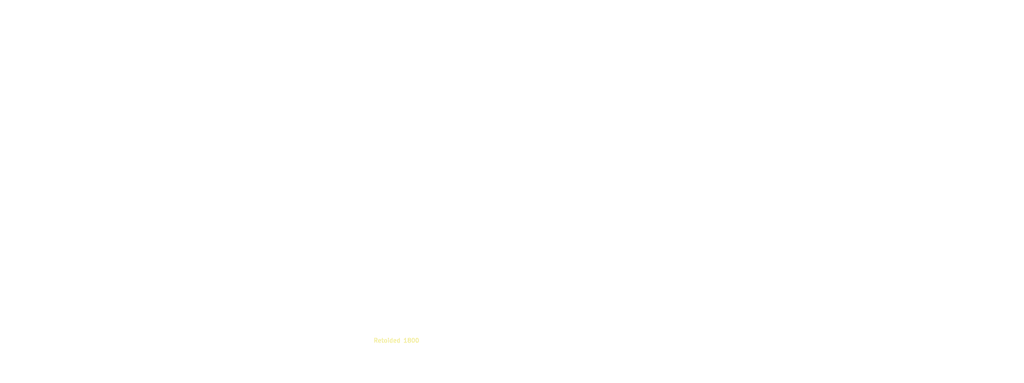
<source format=kicad_pcb>
(kicad_pcb (version 20201116) (generator pcbnew)

  (general
    (thickness 1.6)
  )

  (paper "A4")
  (layers
    (0 "F.Cu" signal)
    (31 "B.Cu" signal)
    (32 "B.Adhes" user "B.Adhesive")
    (33 "F.Adhes" user "F.Adhesive")
    (34 "B.Paste" user)
    (35 "F.Paste" user)
    (36 "B.SilkS" user "B.Silkscreen")
    (37 "F.SilkS" user "F.Silkscreen")
    (38 "B.Mask" user)
    (39 "F.Mask" user)
    (40 "Dwgs.User" user "User.Drawings")
    (42 "Eco1.User" user "User.Eco1")
    (43 "Eco2.User" user "User.Eco2")
    (44 "Edge.Cuts" user)
    (45 "Margin" user)
    (46 "B.CrtYd" user "B.Courtyard")
    (47 "F.CrtYd" user "F.Courtyard")
    (48 "B.Fab" user)
    (49 "F.Fab" user)
  )

  (setup
    (stackup
      (layer "F.SilkS" (type "Top Silk Screen"))
      (layer "F.Paste" (type "Top Solder Paste"))
      (layer "F.Mask" (type "Top Solder Mask") (color "Green") (thickness 0.01))
      (layer "F.Cu" (type "copper") (thickness 0.035))
      (layer "dielectric 1" (type "core") (thickness 1.51) (material "FR4") (epsilon_r 4.5) (loss_tangent 0.02))
      (layer "B.Cu" (type "copper") (thickness 0.035))
      (layer "B.Mask" (type "Bottom Solder Mask") (color "Green") (thickness 0.01))
      (layer "B.Paste" (type "Bottom Solder Paste"))
      (layer "B.SilkS" (type "Bottom Silk Screen"))
      (copper_finish "None")
      (dielectric_constraints no)
    )
    (grid_origin 225.028314 -6.548443)
    (pcbplotparams
      (layerselection 0x00010f0_ffffffff)
      (disableapertmacros false)
      (usegerberextensions false)
      (usegerberattributes false)
      (usegerberadvancedattributes false)
      (creategerberjobfile false)
      (svguseinch false)
      (svgprecision 6)
      (excludeedgelayer true)
      (plotframeref false)
      (viasonmask false)
      (mode 1)
      (useauxorigin true)
      (hpglpennumber 1)
      (hpglpenspeed 20)
      (hpglpendiameter 15.000000)
      (psnegative false)
      (psa4output false)
      (plotreference true)
      (plotvalue true)
      (plotinvisibletext false)
      (sketchpadsonfab false)
      (subtractmaskfromsilk false)
      (outputformat 1)
      (mirror false)
      (drillshape 0)
      (scaleselection 1)
      (outputdirectory "./gerber")
    )
  )


  (net 0 "")

  (gr_arc (start 369.852957 92.424727) (end 369.852957 92.724726) (angle -90) (layer "Edge.Cuts") (width 0.000309) (tstamp 002c5039-1bf9-4b60-8406-4129d5ba10a3))
  (gr_line (start 154.338888 97.775366) (end 140.939365 97.775366) (layer "Edge.Cuts") (width 0.000309) (tstamp 004ab7fd-2360-435f-8994-9ff7141611ea))
  (gr_line (start 28.134515 97.774466) (end 14.734992 97.774466) (layer "Edge.Cuts") (width 0.000309) (tstamp 006910a5-b342-42c2-a9c7-33303f18ab67))
  (gr_line (start 78.740739 2.526556) (end 65.341216 2.526556) (layer "Edge.Cuts") (width 0.000309) (tstamp 00f74c4c-e173-476a-a663-617f0ebd0c92))
  (gr_arc (start 202.851491 73.376215) (end 202.551491 73.376215) (angle -90) (layer "Edge.Cuts") (width 0.000309) (tstamp 01049f1b-d855-4198-ac6e-b0c473e4acc9))
  (gr_line (start 9.672477 79.026203) (end 9.672477 92.426176) (layer "Edge.Cuts") (width 0.000309) (tstamp 014b16a7-d339-414b-9b8d-eed103cd985c))
  (gr_line (start 130.526435 40.62628) (end 117.126912 40.62628) (layer "Edge.Cuts") (width 0.000309) (tstamp 014fd092-44e1-49cc-931a-d6b6a3774e76))
  (gr_arc (start 370.651505 99.401279) (end 371.651503 99.401279) (angle -90) (layer "Edge.Cuts") (width 0.000309) (tstamp 01529910-cd30-4237-9b62-f9e37362613b))
  (gr_arc (start 356.452434 107.600621) (end 356.452434 107.300622) (angle -90) (layer "Edge.Cuts") (width 0.000309) (tstamp 0180097b-f290-4e1d-98dc-623813df0580))
  (gr_line (start 230.838485 111.475339) (end 230.838485 98.075365) (layer "Edge.Cuts") (width 0.000309) (tstamp 0202d205-b669-40d7-ac98-d9f88aee5b5b))
  (gr_arc (start 273.402837 40.926584) (end 273.702836 40.926584) (angle -90) (layer "Edge.Cuts") (width 0.000309) (tstamp 021e1f5d-7631-4ba8-875f-620134c83eda))
  (gr_line (start 370.651505 98.401281) (end 355.653335 98.398531) (layer "Edge.Cuts") (width 0.000309) (tstamp 02349c99-f424-432e-a1fa-2eb104d87925))
  (gr_arc (start 240.063166 79.026203) (end 240.363166 79.026203) (angle -90) (layer "Edge.Cuts") (width 0.000309) (tstamp 0238494e-459c-43c8-a299-f0a14aa98852))
  (gr_line (start 332.053032 111.475339) (end 332.053032 98.075365) (layer "Edge.Cuts") (width 0.000309) (tstamp 0267bb70-2ee2-472a-ace9-daceb24a8dff))
  (gr_arc (start 275.603588 40.125931) (end 275.603588 39.125933) (angle -90) (layer "Edge.Cuts") (width 0.000309) (tstamp 02cba1e9-55cb-4393-81ec-5adb87bcc324))
  (gr_line (start 47.764617 37.309869) (end 60.764591 32.309879) (layer "Edge.Cuts") (width 0.000309) (tstamp 02d45803-beec-463d-924f-367503a65b76))
  (gr_arc (start 1.328794 132.024437) (end -0.671201 132.024437) (angle -90) (layer "Edge.Cuts") (width 0.000309) (tstamp 03646919-7672-4120-ba10-e750d550db84))
  (gr_arc (start 254.352638 73.376215) (end 254.352638 73.676214) (angle -90) (layer "Edge.Cuts") (width 0.000309) (tstamp 03883f98-e6d8-4938-a14b-342464dad836))
  (gr_arc (start 159.991327 111.475339) (end 159.691327 111.475339) (angle -90) (layer "Edge.Cuts") (width 0.000309) (tstamp 047a4f4f-23e9-44e7-888d-cf84f1b7343b))
  (gr_line (start 247.215652 2.826556) (end 247.215652 16.226529) (layer "Edge.Cuts") (width 0.000309) (tstamp 049f775f-e2ae-4bb7-9928-45faca016b31))
  (gr_line (start 130.826435 54.326253) (end 130.826435 40.92628) (layer "Edge.Cuts") (width 0.000309) (tstamp 04c2ac26-dcad-4c92-ac89-7cb31c92e3da))
  (gr_arc (start 160.303376 2.826556) (end 160.603375 2.826556) (angle -90) (layer "Edge.Cuts") (width 0.000309) (tstamp 04cc8472-67d5-4067-9be2-426f6aa50d0b))
  (gr_line (start 112.064722 79.026203) (end 112.064722 92.426177) (layer "Edge.Cuts") (width 0.000309) (tstamp 058cf59d-197e-4532-b6e0-c744b3253fe1))
  (gr_line (start 371.651503 105.401283) (end 371.651503 99.401279) (layer "Edge.Cuts") (width 0.000309) (tstamp 05c0c2e5-db2a-4d4b-9377-43001f3b0192))
  (gr_arc (start 155.227986 40.92628) (end 155.227986 40.62628) (angle -90) (layer "Edge.Cuts") (width 0.000309) (tstamp 05fd52e4-cb2a-4271-80cd-a43e8be42682))
  (gr_line (start 231.428133 130.82536) (end 244.827657 130.82536) (layer "Edge.Cuts") (width 0.000309) (tstamp 063f92dd-a07f-40d9-9dc8-a83766a78b03))
  (gr_line (start 254.340638 139.388303) (end 308.840529 139.388303) (layer "Edge.Cuts") (width 0.000309) (tstamp 06809629-9068-4139-baf9-40986f42f2c3))
  (gr_line (start 243.33466 111.775338) (end 256.734183 111.775338) (layer "Edge.Cuts") (width 0.000309) (tstamp 068d73d7-243f-443d-8103-698ddac68c78))
  (gr_arc (start 141.253414 16.226529) (end 141.253414 16.526528) (angle -90) (layer "Edge.Cuts") (width 0.000309) (tstamp 06de5d1e-aa36-410d-812f-b65c8d7837df))
  (gr_line (start 150.466346 92.726176) (end 163.865869 92.726176) (layer "Edge.Cuts") (width 0.000309) (tstamp 06fe55a6-5ee8-4525-8b4d-5150fa42ad65))
  (gr_line (start 216.551013 73.376215) (end 216.551013 59.976242) (layer "Edge.Cuts") (width 0.000309) (tstamp 0728810b-bc98-42db-99c3-e655c8e8c682))
  (gr_arc (start 140.939365 98.075365) (end 140.939365 97.775366) (angle -90) (layer "Edge.Cuts") (width 0.000309) (tstamp 07936367-51b2-4a19-bc62-372c0a9b099a))
  (gr_arc (start 97.190702 111.475339) (end 97.190702 111.775338) (angle -90) (layer "Edge.Cuts") (width 0.000309) (tstamp 07b65afb-32be-465b-9494-3892edf96eda))
  (gr_line (start 2.828791 54.626252) (end 16.228314 54.626252) (layer "Edge.Cuts") (width 0.000309) (tstamp 07c85282-ec9c-4aab-8e72-4ca62a83d45d))
  (gr_line (start 354.653337 123.199482) (end 354.653337 129.199486) (layer "Edge.Cuts") (width 0.000309) (tstamp 081e0795-635e-410e-a187-3e911399d22f))
  (gr_arc (start 369.852407 121.000145) (end 369.852407 121.300144) (angle -90) (layer "Edge.Cuts") (width 0.000309) (tstamp 0890290c-dac4-41e9-ba2a-251c098839f7))
  (gr_arc (start 299.303548 79.026203) (end 299.303548 78.726204) (angle -90) (layer "Edge.Cuts") (width 0.000309) (tstamp 08befecc-e329-46a1-acdc-d9a2134b0b4c))
  (gr_line (start 274.890597 117.138577) (end 288.29012 117.138577) (layer "Edge.Cuts") (width 0.000309) (tstamp 08f81cb2-4bd3-4f41-88db-ea6a556fc725))
  (gr_arc (start 337.403472 111.475339) (end 337.103472 111.475339) (angle -90) (layer "Edge.Cuts") (width 0.000309) (tstamp 090b46a0-d9e9-46a5-9e6e-f1f247101933))
  (gr_line (start 312.703071 59.676242) (end 299.303548 59.676242) (layer "Edge.Cuts") (width 0.000309) (tstamp 09183977-4ed5-4397-a6fc-db4de7d94108))
  (gr_arc (start 116.240664 111.475339) (end 116.240664 111.775338) (angle -90) (layer "Edge.Cuts") (width 0.000309) (tstamp 091bc642-fbdd-4a2f-a3be-b174e3ba43d7))
  (gr_arc (start 337.403472 92.426177) (end 337.103472 92.426177) (angle -90) (layer "Edge.Cuts") (width 0.000309) (tstamp 093016fe-bc8d-4b18-8919-5963cf6a2281))
  (gr_line (start 183.50293 59.976242) (end 183.50293 73.376215) (layer "Edge.Cuts") (width 0.000309) (tstamp 0945a8f9-69c3-4aa3-a6d9-357815883354))
  (gr_line (start 62.804363 116.326749) (end 62.801613 131.324919) (layer "Edge.Cuts") (width 0.000309) (tstamp 09888d61-0e1d-4072-ae60-48119c990216))
  (gr_arc (start 7.591291 59.976242) (end 7.591291 59.676242) (angle -90) (layer "Edge.Cuts") (width 0.000309) (tstamp 09b16da9-ef02-4933-bb72-1a1ff6778f85))
  (gr_arc (start 117.126912 117.124697) (end 117.126912 116.824698) (angle -90) (layer "Edge.Cuts") (width 0.000309) (tstamp 09f0960c-065c-4a92-b3b4-b9b1c8100b36))
  (gr_line (start 182.914981 78.726204) (end 169.515457 78.726204) (layer "Edge.Cuts") (width 0.000309) (tstamp 0a4f8fcc-9a75-47fa-9c1d-04c170586a95))
  (gr_arc (start 130.526435 130.524671) (end 130.526435 130.82467) (angle -90) (layer "Edge.Cuts") (width 0.000309) (tstamp 0a782c42-e360-4050-b13d-c1068b5d0db2))
  (gr_line (start 117.126912 54.626252) (end 130.526435 54.626252) (layer "Edge.Cuts") (width 0.000309) (tstamp 0a8a3b67-c1de-46ed-877d-073f59169f09))
  (gr_line (start 97.777251 40.92628) (end 97.777251 54.326253) (layer "Edge.Cuts") (width 0.000309) (tstamp 0abc8fdb-3a66-42ba-842c-e505feccd956))
  (gr_arc (start 155.227986 54.326253) (end 154.927987 54.326253) (angle -90) (layer "Edge.Cuts") (width 0.000309) (tstamp 0abdd617-51fc-4f4a-b58e-acd2fc7d67a3))
  (gr_line (start 355.653335 130.199484) (end 370.651505 130.202234) (layer "Edge.Cuts") (width 0.000309) (tstamp 0b1eb15f-3ed7-4d1c-84db-38368a087843))
  (gr_line (start 2.528791 40.92628) (end 2.528791 54.326253) (layer "Edge.Cuts") (width 0.000309) (tstamp 0bd4ec4a-4e3d-4f15-9546-63c4692c1cbc))
  (gr_line (start 248.348078 32.073126) (end 257.34806 37.073116) (layer "Edge.Cuts") (width 0.000309) (tstamp 0bfb4eb0-af75-4de5-b8e7-17bf4171205a))
  (gr_arc (start 2.828791 130.525361) (end 2.528792 130.525361) (angle -90) (layer "Edge.Cuts") (width 0.000309) (tstamp 0d1047cb-a6a5-46ea-bbe1-4e5c59c1ffa6))
  (gr_line (start 40.628792 117.125387) (end 40.628792 130.525361) (layer "Edge.Cuts") (width 0.000309) (tstamp 0dce457d-2d8f-4729-a810-6cd07eca2d42))
  (gr_line (start 69.503707 73.676214) (end 82.903231 73.676214) (layer "Edge.Cuts") (width 0.000309) (tstamp 0dd782c6-3c8b-47b8-b2b2-4397e5eaf4dd))
  (gr_arc (start 35.278326 40.92628) (end 35.578325 40.92628) (angle -90) (layer "Edge.Cuts") (width 0.000309) (tstamp 0e1f866b-e026-477d-9fe0-b38543ef8232))
  (gr_arc (start 40.928791 130.525361) (end 40.628792 130.525361) (angle -90) (layer "Edge.Cuts") (width 0.000309) (tstamp 0e23f7e4-1bff-4f4b-a3e7-122368aa2118))
  (gr_line (start 337.103472 40.92628) (end 337.103472 54.326253) (layer "Edge.Cuts") (width 0.000309) (tstamp 0e426838-4305-4f5c-aa90-b99dd153b551))
  (gr_line (start 318.35351 92.726176) (end 331.753033 92.726176) (layer "Edge.Cuts") (width 0.000309) (tstamp 0e458c3f-bff4-4ae1-a59c-03b1cb2b783b))
  (gr_arc (start 228.46569 2.826556) (end 228.46569 2.526556) (angle -90) (layer "Edge.Cuts") (width 0.000309) (tstamp 0e8e3dd7-9459-4ed0-8162-6f39cdecead5))
  (gr_arc (start 257.799889 55.124101) (end 257.799889 56.124099) (angle -90) (layer "Edge.Cuts") (width 0.000309) (tstamp 0ee2267b-ac87-48d1-ab9b-7a2e0fec6c4c))
  (gr_line (start 127.553891 2.826556) (end 127.553891 16.226529) (layer "Edge.Cuts") (width 0.000309) (tstamp 0f287a59-893e-4deb-9c4a-ca5a6cb3370d))
  (gr_arc (start 79.028688 40.92628) (end 79.028688 40.62628) (angle -90) (layer "Edge.Cuts") (width 0.000309) (tstamp 0fd69ca6-1b63-47c1-9a74-39bc90c257df))
  (gr_line (start 172.759931 26.576508) (end 182.826679 26.576508) (layer "Edge.Cuts") (width 0.000309) (tstamp 100b9fce-4349-47fc-b2cb-77a107c72af7))
  (gr_line (start 169.215458 79.026203) (end 169.215458 92.426177) (layer "Edge.Cuts") (width 0.000309) (tstamp 1051931f-b4df-4d5e-944c-33ecb49fad4d))
  (gr_line (start 351.102994 54.326253) (end 351.102994 40.92628) (layer "Edge.Cuts") (width 0.000309) (tstamp 1097007e-87bd-4d38-8fd8-33e8cc7799b2))
  (gr_line (start 159.403378 73.376215) (end 159.403378 59.976242) (layer "Edge.Cuts") (width 0.000309) (tstamp 11e38249-7620-4596-893b-ed1a8d460871))
  (gr_line (start 111.776773 54.326253) (end 111.776773 40.92628) (layer "Edge.Cuts") (width 0.000309) (tstamp 12407c8c-1c58-4061-be2a-ce066ccbd777))
  (gr_arc (start 331.753033 16.226529) (end 331.753033 16.526528) (angle -90) (layer "Edge.Cuts") (width 0.000309) (tstamp 128a33aa-8f2f-483f-88f0-eb4c1de970cf))
  (gr_arc (start 356.454434 54.326253) (end 356.154434 54.326253) (angle -90) (layer "Edge.Cuts") (width 0.000309) (tstamp 12a362a9-827e-43e6-bacb-7b73244c8e95))
  (gr_arc (start 312.703071 59.976242) (end 313.00307 59.976242) (angle -90) (layer "Edge.Cuts") (width 0.000309) (tstamp 12a910c8-4462-43b0-9a09-b5a14cdda9d4))
  (gr_line (start 82.903231 59.676242) (end 69.503707 59.676242) (layer "Edge.Cuts") (width 0.000309) (tstamp 12c98115-e332-44ab-a154-42aa56bc5936))
  (gr_line (start 45.391256 98.075365) (end 45.391256 111.475339) (layer "Edge.Cuts") (width 0.000309) (tstamp 130c9207-c160-4532-959e-d8cacaa51bb6))
  (gr_line (start 146.603853 2.826556) (end 146.603853 16.226529) (layer "Edge.Cuts") (width 0.000309) (tstamp 133f9954-5448-4881-89af-2785aa306d65))
  (gr_arc (start 98.07725 40.92628) (end 98.07725 40.62628) (angle -90) (layer "Edge.Cuts") (width 0.000309) (tstamp 134b50b5-283c-499d-a7d6-55841faa824b))
  (gr_arc (start 73.37825 40.92628) (end 73.678249 40.92628) (angle -90) (layer "Edge.Cuts") (width 0.000309) (tstamp 13559a28-d179-4715-a920-31a6351d2595))
  (gr_arc (start 190.365766 2.826556) (end 190.365766 2.526556) (angle -90) (layer "Edge.Cuts") (width 0.000309) (tstamp 13d7fd5d-9879-4b60-ab47-6ffc5a4a331c))
  (gr_arc (start 255.840635 122.488577) (end 255.840635 122.188577) (angle -90) (layer "Edge.Cuts") (width 0.000309) (tstamp 143fb909-3618-4268-8426-f1ab31076605))
  (gr_line (start 244.827657 40.62628) (end 231.428134 40.62628) (layer "Edge.Cuts") (width 0.000309) (tstamp 1450af3c-efe9-47e9-9dfa-dac667784ee0))
  (gr_arc (start 230.538485 98.075365) (end 230.838485 98.075365) (angle -90) (layer "Edge.Cuts") (width 0.000309) (tstamp 1471b4c7-3013-45e0-9cc1-b099f45b381b))
  (gr_line (start 197.790401 98.075365) (end 197.790401 111.475339) (layer "Edge.Cuts") (width 0.000309) (tstamp 14cd2165-39a4-4ec9-b0f0-e5299d83720f))
  (gr_arc (start 350.802995 59.976242) (end 351.102994 59.976242) (angle -90) (layer "Edge.Cuts") (width 0.000309) (tstamp 14df9f83-a602-49f6-8fda-59b245e4f9f8))
  (gr_line (start 257.802639 39.125933) (end 251.802635 39.125933) (layer "Edge.Cuts") (width 0.000309) (tstamp 14e2953f-514c-4d73-8621-f780fb62c794))
  (gr_line (start 207.313982 79.026203) (end 207.313982 92.426177) (layer "Edge.Cuts") (width 0.000309) (tstamp 1516f984-39e8-45ef-91a5-8bdd71f36cef))
  (gr_line (start 310.840525 137.388307) (end 310.838314 136.031553) (layer "Edge.Cuts") (width 0.000309) (tstamp 15a28d62-6c9e-42ec-8c51-ccc30c7d4920))
  (gr_line (start 63.801611 132.324917) (end 69.801615 132.324917) (layer "Edge.Cuts") (width 0.000309) (tstamp 15f0a690-a53a-4dcb-91a1-294bff35a738))
  (gr_arc (start 299.303548 92.426177) (end 299.003548 92.426177) (angle -90) (layer "Edge.Cuts") (width 0.000309) (tstamp 162be289-6150-4c90-a3c9-a56234ffad6a))
  (gr_arc (start 144.813907 92.426177) (end 144.813907 92.726176) (angle -90) (layer "Edge.Cuts") (width 0.000309) (tstamp 162c933e-4871-4b68-b918-f3d85cd00ab1))
  (gr_arc (start 190.365766 16.226529) (end 190.065766 16.226529) (angle -90) (layer "Edge.Cuts") (width 0.000309) (tstamp 16a9e49b-1b7b-460d-9c73-0cbe3f2e3951))
  (gr_arc (start 275.600838 55.124101) (end 274.60084 55.124101) (angle -90) (layer "Edge.Cuts") (width 0.000309) (tstamp 1713c484-19a7-4f00-a97e-698c40894d4d))
  (gr_line (start 173.690849 111.475339) (end 173.690849 98.075365) (layer "Edge.Cuts") (width 0.000309) (tstamp 175d3013-264a-4796-b7a9-bb5d5401be2a))
  (gr_line (start 83.20323 73.376215) (end 83.20323 59.976242) (layer "Edge.Cuts") (width 0.000309) (tstamp 17aff70e-e4ec-4f46-9d12-ff8b301416b0))
  (gr_arc (start 197.202452 73.376215) (end 197.202452 73.676214) (angle -90) (layer "Edge.Cuts") (width 0.000309) (tstamp 17b259f3-bdee-4420-a4b2-2404670e5645))
  (gr_arc (start 355.653335 105.398533) (end 354.653337 105.398533) (angle -90) (layer "Edge.Cuts") (width 0.000309) (tstamp 17c8cc29-45dc-4854-a58e-be1f43258308))
  (gr_arc (start 337.403472 35.276491) (end 337.103472 35.276491) (angle -90) (layer "Edge.Cuts") (width 0.000309) (tstamp 17d95b07-88d2-46bb-8fd7-1522a88fd353))
  (gr_arc (start 126.651893 73.376215) (end 126.351894 73.376215) (angle -90) (layer "Edge.Cuts") (width 0.000309) (tstamp 180e8ee3-8cc6-42d2-ad15-1592bad7f90d))
  (gr_arc (start 249.42289 78.226405) (end 249.42289 77.226407) (angle -90) (layer "Edge.Cuts") (width 0.000309) (tstamp 182af05a-5345-4b49-a002-98a400f3b1bf))
  (gr_arc (start 240.063166 92.426177) (end 240.063166 92.726176) (angle -90) (layer "Edge.Cuts") (width 0.000309) (tstamp 182bb0ff-269c-4dd0-b284-40583ce67479))
  (gr_arc (start 111.476774 40.92628) (end 111.776773 40.92628) (angle -90) (layer "Edge.Cuts") (width 0.000309) (tstamp 1863baa5-0ff7-49ad-9bb7-5e37fbc96691))
  (gr_line (start 35.577836 130.525361) (end 35.577836 117.125387) (layer "Edge.Cuts") (width 0.000309) (tstamp 1867fb77-e249-4cc3-9238-4a10ea4af11c))
  (gr_arc (start 164.800225 131.324919) (end 164.800225 132.324917) (angle -90) (layer "Edge.Cuts") (width 0.000309) (tstamp 188133f9-7c45-4e0e-b7cf-0f74c116b6c8))
  (gr_arc (start 293.940559 122.488577) (end 293.940559 122.188577) (angle -90) (layer "Edge.Cuts") (width 0.000309) (tstamp 18ac6a77-407e-4688-ad8b-d6f33ff9b3ae))
  (gr_arc (start 273.402837 54.326557) (end 273.402837 54.626556) (angle -90) (layer "Edge.Cuts") (width 0.000309) (tstamp 18c62c13-3213-4f8e-abf8-7ae47bd32ccd))
  (gr_arc (start 7.591291 73.376215) (end 7.291292 73.376215) (angle -90) (layer "Edge.Cuts") (width 0.000309) (tstamp 18d834b4-8a25-47f6-9f8b-d1659bc3bdd6))
  (gr_arc (start 331.753033 35.276491) (end 331.753033 35.57649) (angle -90) (layer "Edge.Cuts") (width 0.000309) (tstamp 19344e56-9110-4924-98f5-3eba4e0912a3))
  (gr_arc (start 211.489924 111.475339) (end 211.489924 111.775338) (angle -90) (layer "Edge.Cuts") (width 0.000309) (tstamp 196ead36-cfde-4b07-bc1e-e8698f92c873))
  (gr_line (start 331.753033 40.62628) (end 318.35351 40.62628) (layer "Edge.Cuts") (width 0.000309) (tstamp 197eeec4-5fdc-47d7-8c15-cfb9a32c2dbb))
  (gr_arc (start 188.565419 79.026203) (end 188.565419 78.726204) (angle -90) (layer "Edge.Cuts") (width 0.000309) (tstamp 1a3dd826-5b18-4a99-a2ac-5bd12664d295))
  (gr_line (start 356.453434 92.724726) (end 369.852957 92.724726) (layer "Edge.Cuts") (width 0.000309) (tstamp 1a6ce597-8cf1-49a7-8ff0-0a8f4c3b85c4))
  (gr_line (start 256.734183 97.775366) (end 243.33466 97.775366) (layer "Edge.Cuts") (width 0.000309) (tstamp 1a9e18f9-bc53-4682-af6b-4c0d3d663672))
  (gr_arc (start 356.454434 2.826556) (end 356.454434 2.526556) (angle -90) (layer "Edge.Cuts") (width 0.000309) (tstamp 1ac405fd-9c93-422d-a8d1-15cf8c6c5c07))
  (gr_line (start 206.726033 40.62628) (end 193.32651 40.62628) (layer "Edge.Cuts") (width 0.000309) (tstamp 1ad3c318-344b-4a68-94a8-7f934a902c70))
  (gr_arc (start 163.865869 92.426177) (end 163.865869 92.726176) (angle -90) (layer "Edge.Cuts") (width 0.000309) (tstamp 1b1c8aa4-40fa-4240-bf62-2bf565b82ba4))
  (gr_arc (start 102.841141 98.075365) (end 102.841141 97.775366) (angle -90) (layer "Edge.Cuts") (width 0.000309) (tstamp 1b8548f4-2e36-438e-a15d-e44d7cef3807))
  (gr_line (start 274.60359 40.125931) (end 274.60084 55.124101) (layer "Edge.Cuts") (width 0.000309) (tstamp 1ba5de79-143b-4cba-a5b1-c3ddb5b9f3cb))
  (gr_arc (start 91.00339 130.325361) (end 90.003392 130.325361) (angle -90) (layer "Edge.Cuts") (width 0.000309) (tstamp 1c7e4a80-bf77-4650-993f-26f0c54ad392))
  (gr_arc (start 312.703071 92.426177) (end 312.703071 92.726176) (angle -90) (layer "Edge.Cuts") (width 0.000309) (tstamp 1c9a4553-b280-4cac-8977-ce80336b20f4))
  (gr_arc (start 350.802995 73.376215) (end 350.802995 73.676214) (angle -90) (layer "Edge.Cuts") (width 0.000309) (tstamp 1ca75ada-9ccb-4e06-b268-9db3e0df5cfa))
  (gr_line (start 159.103378 59.676242) (end 145.703855 59.676242) (layer "Edge.Cuts") (width 0.000309) (tstamp 1caaf20d-8738-43d5-9bdd-914e7db8c339))
  (gr_arc (start 231.428134 40.92628) (end 231.428134 40.62628) (angle -90) (layer "Edge.Cuts") (width 0.000309) (tstamp 1cc32a1f-6169-482c-9e70-0d563ea5f53f))
  (gr_arc (start 289.790567 7.526546) (end 289.790567 9.526542) (angle -90) (layer "Edge.Cuts") (width 0.000309) (tstamp 1d27bf4f-9010-48b0-9027-51a8edf996f0))
  (gr_line (start 369.853957 2.526556) (end 356.454434 2.526556) (layer "Edge.Cuts") (width 0.000309) (tstamp 1d80155a-38bc-4e3d-9153-d954e1855c4b))
  (gr_line (start 249.42014 94.224573) (end 255.420144 94.224573) (layer "Edge.Cuts") (width 0.000309) (tstamp 1d8fe524-7ec9-44e3-a605-db2798aae1cb))
  (gr_line (start 351.102994 92.426177) (end 351.102994 79.026203) (layer "Edge.Cuts") (width 0.000309) (tstamp 1d9c77e4-c8cc-48d7-a278-401f82de9b95))
  (gr_line (start 16.228314 2.526556) (end 2.828791 2.526556) (layer "Edge.Cuts") (width 0.000309) (tstamp 1dc114e4-ae32-4b34-bc83-4afd9189830f))
  (gr_line (start 313.00307 111.475339) (end 313.00307 98.075365) (layer "Edge.Cuts") (width 0.000309) (tstamp 1e406f57-db7c-47a4-888d-d5dc8dfd6f45))
  (gr_arc (start 69.804365 116.326749) (end 70.804363 116.326749) (angle -90) (layer "Edge.Cuts") (width 0.000309) (tstamp 1e585c47-63a4-48e7-88ac-eae86b1a7b36))
  (gr_arc (start 371.343029 1.326559) (end 373.343025 1.326559) (angle -90) (layer "Edge.Cuts") (width 0.000309) (tstamp 1e7f22f4-e6b3-4185-a7b3-ce42a2e6b801))
  (gr_line (start 173.977949 40.92628) (end 173.977949 54.326253) (layer "Edge.Cuts") (width 0.000309) (tstamp 1ed031be-68c4-4c9e-a169-3c96e30447ca))
  (gr_line (start 202.851491 73.676214) (end 216.251014 73.676214) (layer "Edge.Cuts") (width 0.000309) (tstamp 1f09a16b-07f8-460e-b497-f53e46a7e0c4))
  (gr_line (start 246.826551 30.5765) (end 240.826563 30.5765) (layer "Edge.Cuts") (width 0.000309) (tstamp 1f266d18-b7b8-4d39-8e99-6215ae968ec0))
  (gr_arc (start 299.303548 35.276491) (end 299.003548 35.276491) (angle -90) (layer "Edge.Cuts") (width 0.000309) (tstamp 1f318d5a-0bc3-4fa1-9376-26ded4fd55d9))
  (gr_line (start 107.015682 92.426177) (end 107.015682 79.026203) (layer "Edge.Cuts") (width 0.000309) (tstamp 1fa75a44-bd6b-4444-8e54-f18095c79a9a))
  (gr_line (start 165.800223 131.324919) (end 165.802973 116.326749) (layer "Edge.Cuts") (width 0.000309) (tstamp 1fc6e78c-32fb-45bf-bd8d-1b380cc8bf51))
  (gr_arc (start 49.565797 79.026203) (end 49.865797 79.026203) (angle -90) (layer "Edge.Cuts") (width 0.000309) (tstamp 2069514a-6191-48fa-abf3-c1c92321db3b))
  (gr_arc (start 288.29012 122.488577) (end 288.590119 122.488577) (angle -90) (layer "Edge.Cuts") (width 0.000309) (tstamp 207deff8-ad59-41ea-8d7c-cce501052921))
  (gr_line (start 299.303548 73.676214) (end 312.703071 73.676214) (layer "Edge.Cuts") (width 0.000309) (tstamp 20932149-f3f0-4f64-ad9d-25b8bb93ff58))
  (gr_arc (start 130.526435 117.124697) (end 130.826434 117.124697) (angle -90) (layer "Edge.Cuts") (width 0.000309) (tstamp 213c1640-0b96-4a44-83c4-8204c25a353a))
  (gr_arc (start 99.003374 130.325361) (end 99.003374 131.325359) (angle -90) (layer "Edge.Cuts") (width 0.000309) (tstamp 21619f47-6ca5-4589-a9b7-310f1161e68d))
  (gr_line (start 235.600675 73.376215) (end 235.600675 59.976242) (layer "Edge.Cuts") (width 0.000309) (tstamp 21ae1947-aadb-43f8-92c3-4b1079162e73))
  (gr_arc (start 240.826563 28.576504) (end 240.826563 26.576508) (angle -180) (layer "Edge.Cuts") (width 0.000309) (tstamp 21fccac6-0b92-4c12-a4e3-a119bba6447a))
  (gr_arc (start 79.028688 54.326253) (end 78.728689 54.326253) (angle -90) (layer "Edge.Cuts") (width 0.000309) (tstamp 22066c4a-dd76-41cb-8e1b-2451a2eec094))
  (gr_line (start 59.990777 16.226529) (end 59.990777 2.826556) (layer "Edge.Cuts") (width 0.000309) (tstamp 220fcb68-e8ce-45cb-8e52-d3373801c08c))
  (gr_arc (start 217.138962 98.075365) (end 217.138962 97.775366) (angle -90) (layer "Edge.Cuts") (width 0.000309) (tstamp 222ad13b-eb09-49eb-a115-0bbe33a0afe0))
  (gr_arc (start 107.602231 59.976242) (end 107.602231 59.676242) (angle -90) (layer "Edge.Cuts") (width 0.000309) (tstamp 22830185-fee7-4362-a6bd-79eb3d2fef4b))
  (gr_arc (start 209.415728 2.826556) (end 209.415728 2.526556) (angle -90) (layer "Edge.Cuts") (width 0.000309) (tstamp 22864ac8-6fcb-40a3-ab54-e724b5cd6322))
  (gr_arc (start 202.851491 59.976242) (end 202.851491 59.676242) (angle -90) (layer "Edge.Cuts") (width 0.000309) (tstamp 23381253-c172-47a9-bb79-eafea89d8286))
  (gr_line (start 201.964943 78.726204) (end 188.565419 78.726204) (layer "Edge.Cuts") (width 0.000309) (tstamp 233f7973-bbed-4a1b-b680-3ea69204c15f))
  (gr_line (start 257.322232 79.025503) (end 257.322232 92.425477) (layer "Edge.Cuts") (width 0.000309) (tstamp 234ba4e6-43c1-4ea4-9f46-95ac156b03bc))
  (gr_line (start 141.553413 16.226529) (end 141.553413 2.826556) (layer "Edge.Cuts") (width 0.000309) (tstamp 23dc484b-bdff-46e3-8c3a-a18a2d56a58e))
  (gr_line (start 245.127656 130.525361) (end 245.127656 117.125387) (layer "Edge.Cuts") (width 0.000309) (tstamp 240cdc49-74fb-4057-aea6-a2bdd0a641ab))
  (gr_arc (start 27.241292 2.826556) (end 27.241292 2.526556) (angle -90) (layer "Edge.Cuts") (width 0.000309) (tstamp 2441d3cb-8d23-4a45-9d73-18af6479611c))
  (gr_arc (start 164.802975 116.326749) (end 165.802973 116.326749) (angle -90) (layer "Edge.Cuts") (width 0.000309) (tstamp 2480d134-ec9e-4570-a4c3-3e6187f4d1a3))
  (gr_line (start 108.803929 16.526528) (end 122.203452 16.526528) (layer "Edge.Cuts") (width 0.000309) (tstamp 24967892-bc53-4575-9b14-4d2dddf17e2b))
  (gr_line (start 12.556066 96.275369) (end 6.556062 96.275369) (layer "Edge.Cuts") (width 0.000309) (tstamp 249af300-0269-4b36-b5e1-6ad606f1e7d3))
  (gr_arc (start 59.690777 2.826556) (end 59.990777 2.826556) (angle -90) (layer "Edge.Cuts") (width 0.000309) (tstamp 249f1b35-a008-4fce-a2a6-c2db77a508c1))
  (gr_line (start 225.775695 40.62628) (end 212.376172 40.62628) (layer "Edge.Cuts") (width 0.000309) (tstamp 24a07c7c-aa0f-4638-b535-fa2ac25a4f72))
  (gr_arc (start 260.003314 40.926584) (end 260.003314 40.626584) (angle -90) (layer "Edge.Cuts") (width 0.000309) (tstamp 24f072b0-4927-49d1-9a01-04924aa188c2))
  (gr_arc (start 350.802995 54.326253) (end 350.802995 54.626252) (angle -90) (layer "Edge.Cuts") (width 0.000309) (tstamp 25cb501a-d961-4436-915a-bbf5e0cc8cd2))
  (gr_line (start 331.753033 78.726204) (end 318.35351 78.726204) (layer "Edge.Cuts") (width 0.000309) (tstamp 25e7c6a4-780f-4ab5-971e-46e90390bcfb))
  (gr_arc (start 197.202452 59.976242) (end 197.502452 59.976242) (angle -90) (layer "Edge.Cuts") (width 0.000309) (tstamp 261191f9-af95-4732-bbc2-8201dacc9a5f))
  (gr_arc (start 179.040438 98.075365) (end 179.040438 97.775366) (angle -90) (layer "Edge.Cuts") (width 0.000309) (tstamp 26286ce4-6160-478f-a1ef-b2308c5e0609))
  (gr_line (start 9.972476 92.726175) (end 23.372 92.726175) (layer "Edge.Cuts") (width 0.000309) (tstamp 2647d7b0-fca6-4269-a5f9-ad2e5b88e376))
  (gr_line (start 288.29012 122.188577) (end 274.890597 122.188577) (layer "Edge.Cuts") (width 0.000309) (tstamp 26863197-b185-4804-b353-292d5ef08652))
  (gr_line (start 211.789923 111.475339) (end 211.789923 98.075365) (layer "Edge.Cuts") (width 0.000309) (tstamp 269a9790-4694-4e1b-bcde-12859a4d2284))
  (gr_arc (start 221.013504 92.426177) (end 221.013504 92.726176) (angle -90) (layer "Edge.Cuts") (width 0.000309) (tstamp 26faa4f1-c0a8-4a55-8ad8-6e256ac9615c))
  (gr_arc (start 55.216236 79.026203) (end 55.216236 78.726204) (angle -90) (layer "Edge.Cuts") (width 0.000309) (tstamp 271417fe-b2c3-4624-aede-9c1f53949a45))
  (gr_line (start 370.152255 73.375765) (end 370.152255 59.975791) (layer "Edge.Cuts") (width 0.000309) (tstamp 27386395-fb70-4f4e-b951-b08e464e015f))
  (gr_line (start 26.941293 2.826556) (end 26.941293 16.226529) (layer "Edge.Cuts") (width 0.000309) (tstamp 279ec810-7c6b-4216-a0e7-41923ee8e87f))
  (gr_arc (start 158.802971 116.326749) (end 158.802971 115.326751) (angle -90) (layer "Edge.Cuts") (width 0.000309) (tstamp 283e03be-5146-45fb-acbd-4dcaab077918))
  (gr_line (start 145.703855 73.676214) (end 159.103378 73.676214) (layer "Edge.Cuts") (width 0.000309) (tstamp 2847cc14-ebe7-4929-bdf3-35b608232573))
  (gr_line (start 312.703071 78.726204) (end 299.303548 78.726204) (layer "Edge.Cuts") (width 0.000309) (tstamp 28b0ec63-1fdc-4203-941b-2bf4f8a89f46))
  (gr_arc (start 111.476774 54.326253) (end 111.476774 54.626252) (angle -90) (layer "Edge.Cuts") (width 0.000309) (tstamp 28b5eac1-29e4-4a3a-94a6-1f364a667801))
  (gr_arc (start 273.223842 78.226405) (end 273.223842 77.226407) (angle -90) (layer "Edge.Cuts") (width 0.000309) (tstamp 2981bdf2-70fc-457a-b438-8583c43c34f8))
  (gr_arc (start 250.290646 28.576504) (end 246.826551 30.5765) (angle -30.9453959) (layer "Edge.Cuts") (width 0.000309) (tstamp 2997cc9f-210a-4b7f-982c-3f892d39e3be))
  (gr_arc (start 308.840529 137.388307) (end 308.840529 139.388303) (angle -90) (layer "Edge.Cuts") (width 0.000309) (tstamp 29d9ce5f-5aa6-48cb-a1b6-481ca941679a))
  (gr_arc (start 231.428133 117.125387) (end 231.428133 116.825388) (angle -90) (layer "Edge.Cuts") (width 0.000309) (tstamp 2a5cf3a6-943b-44a2-8238-83c38b672230))
  (gr_line (start 212.378313 130.82653) (end 225.777836 130.82653) (layer "Edge.Cuts") (width 0.000309) (tstamp 2a6303ba-d5c0-433a-82a9-ee14394d22ac))
  (gr_line (start 271.021754 78.725504) (end 257.622231 78.725504) (layer "Edge.Cuts") (width 0.000309) (tstamp 2a6491b6-083a-4a11-8c7b-c3315d785f3c))
  (gr_arc (start 312.703071 16.226529) (end 312.703071 16.526528) (angle -90) (layer "Edge.Cuts") (width 0.000309) (tstamp 2adf78cb-7713-488d-9651-cc423759dbb7))
  (gr_arc (start 259.290628 33.576494) (end 257.34806 37.073116) (angle -119.0546041) (layer "Edge.Cuts") (width 0.000309) (tstamp 2b2b0839-7288-499c-9cb5-bbed9d3c8a5f))
  (gr_arc (start 250.290646 28.576504) (end 252.233214 25.079882) (angle -89.05460411) (layer "Edge.Cuts") (width 0.000309) (tstamp 2b3cc592-cbd0-42f7-bcb7-437b7f08c743))
  (gr_line (start 337.403472 92.726176) (end 350.802995 92.726176) (layer "Edge.Cuts") (width 0.000309) (tstamp 2be23b06-5405-4980-84c0-8752d477855b))
  (gr_arc (start 127.853891 16.226529) (end 127.553891 16.226529) (angle -90) (layer "Edge.Cuts") (width 0.000309) (tstamp 2c97b7e9-1d2d-44fb-9bf0-9103f6c3099f))
  (gr_arc (start 169.515457 92.426177) (end 169.215458 92.426177) (angle -90) (layer "Edge.Cuts") (width 0.000309) (tstamp 2cab1a0c-4160-4b64-9e6f-121116b2c1b7))
  (gr_line (start 299.003548 2.826556) (end 299.003548 16.226529) (layer "Edge.Cuts") (width 0.000309) (tstamp 2cc2ee8f-bff5-4a4c-9244-5595f543fdbe))
  (gr_line (start 369.852256 59.675792) (end 356.452733 59.675792) (layer "Edge.Cuts") (width 0.000309) (tstamp 2d1daa34-0a79-4cd4-9bf1-86ad74c71f1c))
  (gr_arc (start 318.35351 117.125387) (end 318.35351 116.825388) (angle -90) (layer "Edge.Cuts") (width 0.000309) (tstamp 2d29f789-c942-4e59-a270-9dd1f1be2eec))
  (gr_arc (start 318.35351 79.026203) (end 318.35351 78.726204) (angle -90) (layer "Edge.Cuts") (width 0.000309) (tstamp 2dc14004-aecc-4cb2-b4f7-229a33f8c755))
  (gr_arc (start 369.852407 107.600621) (end 370.152406 107.600621) (angle -90) (layer "Edge.Cuts") (width 0.000309) (tstamp 2dcb38e2-32ce-41c2-bef4-42944598c1d8))
  (gr_arc (start 44.803307 73.376215) (end 44.803307 73.676214) (angle -90) (layer "Edge.Cuts") (width 0.000309) (tstamp 2e1d6de1-c05e-4f11-ad91-a7ae5c1a11a7))
  (gr_arc (start 356.454434 40.92628) (end 356.454434 40.62628) (angle -90) (layer "Edge.Cuts") (width 0.000309) (tstamp 2e3b75e8-5bdb-42a9-96ce-60e88a4ef481))
  (gr_arc (start 74.266198 79.026203) (end 74.266198 78.726204) (angle -90) (layer "Edge.Cuts") (width 0.000309) (tstamp 2e6b606d-d22e-496f-bb4a-54b94d7f3d2d))
  (gr_arc (start 59.978727 40.92628) (end 59.978727 40.62628) (angle -90) (layer "Edge.Cuts") (width 0.000309) (tstamp 2ebdd714-3a19-4197-9260-ba6d72d43b92))
  (gr_arc (start 30.333853 112.273537) (end 29.333855 112.273537) (angle -90) (layer "Edge.Cuts") (width 0.000309) (tstamp 2f40c0de-b115-4499-9e47-6bdc03d7ae5f))
  (gr_arc (start 337.403472 16.226529) (end 337.103472 16.226529) (angle -90) (layer "Edge.Cuts") (width 0.000309) (tstamp 2fb8bfa3-0bf0-466e-b62a-0748a30e26a1))
  (gr_line (start 221.013504 78.726204) (end 207.613981 78.726204) (layer "Edge.Cuts") (width 0.000309) (tstamp 2fe5371b-f5bb-4384-b695-e793d2738c9a))
  (gr_arc (start 264.764067 73.376215) (end 264.464068 73.376215) (angle -90) (layer "Edge.Cuts") (width 0.000309) (tstamp 30797bd9-de80-48ea-ad13-7c4151a5804a))
  (gr_arc (start 154.338888 98.075365) (end 154.638887 98.075365) (angle -90) (layer "Edge.Cuts") (width 0.000309) (tstamp 30832c4d-52b6-4910-b80b-cd19dc49bf4c))
  (gr_line (start 91.00339 116.325389) (end 99.003374 116.325389) (layer "Edge.Cuts") (width 0.000309) (tstamp 309b0544-2029-4255-a5b5-a4883bfd56ba))
  (gr_line (start 221.313504 92.426177) (end 221.313504 79.026203) (layer "Edge.Cuts") (width 0.000309) (tstamp 315f0157-3d72-4878-aee5-e17b5a7baec6))
  (gr_arc (start 299.303548 2.826556) (end 299.303548 2.526556) (angle -90) (layer "Edge.Cuts") (width 0.000309) (tstamp 31638891-9fc0-4065-a68c-b975bf21b57f))
  (gr_line (start 59.978727 54.626252) (end 73.37825 54.626252) (layer "Edge.Cuts") (width 0.000309) (tstamp 318d3567-2531-44bc-a112-29f09d510ffc))
  (gr_arc (start 312.703071 40.92628) (end 313.00307 40.92628) (angle -90) (layer "Edge.Cuts") (width 0.000309) (tstamp 321c503a-38d5-45d1-ad9c-895de74b7174))
  (gr_line (start 32.790269 32.268805) (end 44.790245 37.268795) (layer "Edge.Cuts") (width 0.000309) (tstamp 3289e3e8-785e-4589-a031-4fa7b209bdc6))
  (gr_arc (start 16.228314 16.226529) (end 16.228314 16.526528) (angle -90) (layer "Edge.Cuts") (width 0.000309) (tstamp 33fffbfe-8359-4a57-86ca-55ca93196972))
  (gr_line (start 187.678321 116.824698) (end 174.278798 116.824698) (layer "Edge.Cuts") (width 0.000309) (tstamp 345251c0-f275-41c9-9dc0-23141dfd0151))
  (gr_line (start 93.31616 92.726176) (end 106.715683 92.726176) (layer "Edge.Cuts") (width 0.000309) (tstamp 34be4fbd-0d8d-475a-bdf1-055918617a83))
  (gr_line (start 318.05351 40.92628) (end 318.05351 54.326253) (layer "Edge.Cuts") (width 0.000309) (tstamp 34caea0b-df14-450f-aa64-19287a861a1c))
  (gr_line (start 59.690777 2.526556) (end 46.291254 2.526556) (layer "Edge.Cuts") (width 0.000309) (tstamp 34fc17e9-2f50-4210-92bc-73ad3a2120fa))
  (gr_line (start 131.114384 79.026203) (end 131.114384 92.426177) (layer "Edge.Cuts") (width 0.000309) (tstamp 3500d668-ae5d-4acc-bf85-4dcc49cac98a))
  (gr_arc (start 225.775695 54.326253) (end 225.775695 54.626252) (angle -90) (layer "Edge.Cuts") (width 0.000309) (tstamp 3511da02-efd0-4d14-a6f1-d9c8e134da0a))
  (gr_arc (start 117.126912 40.92628) (end 117.126912 40.62628) (angle -90) (layer "Edge.Cuts") (width 0.000309) (tstamp 352f9d36-34cb-46d6-af67-b40087265deb))
  (gr_line (start 247.515651 16.526528) (end 260.915175 16.526528) (layer "Edge.Cuts") (width 0.000309) (tstamp 35afcca1-6912-42d7-8c47-b018389aab1e))
  (gr_line (start 369.852957 78.724754) (end 356.453434 78.724754) (layer "Edge.Cuts") (width 0.000309) (tstamp 35ce9aa0-1ba9-44a0-9744-4d4ef34fdffe))
  (gr_line (start 240.653115 59.976242) (end 240.653115 73.376215) (layer "Edge.Cuts") (width 0.000309) (tstamp 35d5e0dc-c56d-4ca1-8448-7fe7c02d8ca3))
  (gr_arc (start 116.240664 98.075365) (end 116.540663 98.075365) (angle -90) (layer "Edge.Cuts") (width 0.000309) (tstamp 35f00a60-efe6-4e04-9d7d-34e2558388b5))
  (gr_arc (start 256.734183 98.075365) (end 257.034182 98.075365) (angle -90) (layer "Edge.Cuts") (width 0.000309) (tstamp 36046ea7-d0e4-4025-9780-e7029ddcb979))
  (gr_arc (start 21.878803 40.92628) (end 21.878803 40.62628) (angle -90) (layer "Edge.Cuts") (width 0.000309) (tstamp 360e4704-f6b9-4e1c-85e5-5611d7b316e4))
  (gr_line (start 16.228314 116.825388) (end 2.828791 116.825388) (layer "Edge.Cuts") (width 0.000309) (tstamp 3682d050-e2d0-470b-944b-99b996c4c013))
  (gr_arc (start 186.290774 28.576504) (end 182.826679 30.5765) (angle -120) (layer "Edge.Cuts") (width 0.000309) (tstamp 368811ae-2294-434d-8779-059a042ec239))
  (gr_line (start 107.602231 73.676214) (end 121.001755 73.676214) (layer "Edge.Cuts") (width 0.000309) (tstamp 36a38185-3b41-4951-8c56-dedf042e16e1))
  (gr_line (start 254.652637 73.376215) (end 254.652637 59.976242) (layer "Edge.Cuts") (width 0.000309) (tstamp 36e734cd-8102-46e6-ae7b-d560fadd7de7))
  (gr_line (start 261.215174 16.226529) (end 261.215174 2.826556) (layer "Edge.Cuts") (width 0.000309) (tstamp 36ff7f79-c4d2-4410-924e-a14891613f5a))
  (gr_line (start 318.05351 117.125387) (end 318.05351 130.52536) (layer "Edge.Cuts") (width 0.000309) (tstamp 375a67ee-01f4-420f-86d2-50c624aad597))
  (gr_line (start 14.434993 98.074465) (end 14.434993 111.474439) (layer "Edge.Cuts") (width 0.000309) (tstamp 376cdec8-e47f-40a5-b0b4-e34975ed2777))
  (gr_arc (start 78.14074 98.075365) (end 78.44074 98.075365) (angle -90) (layer "Edge.Cuts") (width 0.000309) (tstamp 37e13b5c-9e01-419b-bb9d-b67e841e0568))
  (gr_line (start 131.414384 92.726176) (end 144.813907 92.726176) (layer "Edge.Cuts") (width 0.000309) (tstamp 3883bdbf-da5e-4729-aa70-858b4b230f9f))
  (gr_arc (start 269.240158 135.88855) (end 269.240158 136.188549) (angle -90) (layer "Edge.Cuts") (width 0.000309) (tstamp 38b0fb2e-67e9-4c58-b3c6-6e51b1e92652))
  (gr_line (start 35.578325 54.326253) (end 35.578325 40.92628) (layer "Edge.Cuts") (width 0.000309) (tstamp 38bc4ff6-78c2-43ad-b4d7-0cb7ed311c30))
  (gr_line (start 332.053032 92.426177) (end 332.053032 79.026203) (layer "Edge.Cuts") (width 0.000309) (tstamp 38e65914-4794-4bfa-a062-139a4a59cae2))
  (gr_line (start 163.865869 78.726204) (end 150.466346 78.726204) (layer "Edge.Cuts") (width 0.000309) (tstamp 38efbb51-0558-4167-a475-1b64472a4aae))
  (gr_arc (start 63.853269 59.976242) (end 64.153268 59.976242) (angle -90) (layer "Edge.Cuts") (width 0.000309) (tstamp 3981dada-c286-4dd0-a4d5-67d52c0f416c))
  (gr_arc (start 64.741217 98.075365) (end 64.741217 97.775366) (angle -90) (layer "Edge.Cuts") (width 0.000309) (tstamp 398b0fc4-ff10-45e3-864b-89a9f5dfd96e))
  (gr_line (start 88.25367 59.976242) (end 88.25367 73.376215) (layer "Edge.Cuts") (width 0.000309) (tstamp 39a9d7bd-8756-4640-bfa9-5b0801659b9c))
  (gr_arc (start 225.777836 117.126557) (end 226.077836 117.126557) (angle -90) (layer "Edge.Cuts") (width 0.000309) (tstamp 3ad8e791-e703-4254-a6a7-b5d7d88ebb79))
  (gr_line (start 313.00307 35.276491) (end 313.00307 21.876518) (layer "Edge.Cuts") (width 0.000309) (tstamp 3b09173d-a520-4b02-b1e1-b74b318da922))
  (gr_line (start 318.35351 35.57649) (end 331.753033 35.57649) (layer "Edge.Cuts") (width 0.000309) (tstamp 3b552b53-5106-4d49-994c-8d63a6b770bc))
  (gr_arc (start 257.622231 92.425477) (end 257.322232 92.425477) (angle -90) (layer "Edge.Cuts") (width 0.000309) (tstamp 3c06a6bb-67a8-4dd9-9f9b-c63540734b02))
  (gr_arc (start 331.753033 21.876518) (end 332.053032 21.876518) (angle -90) (layer "Edge.Cuts") (width 0.000309) (tstamp 3c4ae71c-4be5-4a1e-9280-c8055addead2))
  (gr_arc (start 6.553312 112.273537) (end 5.553314 112.273537) (angle -90) (layer "Edge.Cuts") (width 0.000309) (tstamp 3c52d7e0-a8c6-445b-b81f-258897d5341b))
  (gr_arc (start 356.454434 35.276491) (end 356.154434 35.276491) (angle -90) (layer "Edge.Cuts") (width 0.000309) (tstamp 3ce3552b-8ef5-4349-9db0-8ee378ec8617))
  (gr_line (start 144.813907 78.726204) (end 131.414384 78.726204) (layer "Edge.Cuts") (width 0.000309) (tstamp 3d3c807b-52e7-430b-a29e-b7b411a6429e))
  (gr_line (start 240.063166 78.726204) (end 226.663643 78.726204) (layer "Edge.Cuts") (width 0.000309) (tstamp 3e45b6bc-6367-4249-9ffc-03a639dc225e))
  (gr_line (start 127.853891 16.526528) (end 141.253414 16.526528) (layer "Edge.Cuts") (width 0.000309) (tstamp 3ea5eaaa-4310-46f3-b715-b507d65da7a9))
  (gr_arc (start 122.203452 2.826556) (end 122.503451 2.826556) (angle -90) (layer "Edge.Cuts") (width 0.000309) (tstamp 3f1adf9f-e3c5-4e41-83b1-d92848f3911b))
  (gr_arc (start 28.134515 98.074465) (end 28.434515 98.074465) (angle -90) (layer "Edge.Cuts") (width 0.000309) (tstamp 3f402ce1-03d8-49c1-abbc-f1ab196396d5))
  (gr_line (start 240.363166 92.426177) (end 240.363166 79.026203) (layer "Edge.Cuts") (width 0.000309) (tstamp 3f7b998e-476c-4cd6-bec4-008e60d8986b))
  (gr_line (start 251.799885 56.124099) (end 257.799889 56.124099) (layer "Edge.Cuts") (width 0.000309) (tstamp 3f8803cb-839f-4542-873a-228ddb010322))
  (gr_line (start 271.321754 92.425477) (end 271.321754 79.025503) (layer "Edge.Cuts") (width 0.000309) (tstamp 403a4eae-d309-4179-8ee3-06510defefa2))
  (gr_line (start 116.240664 97.775366) (end 102.841141 97.775366) (layer "Edge.Cuts") (width 0.000309) (tstamp 40675b85-8e1f-40a6-8bd6-4502e83fbdb1))
  (gr_arc (start 206.726033 54.326253) (end 206.726033 54.626252) (angle -90) (layer "Edge.Cuts") (width 0.000309) (tstamp 41137aa2-0897-4b12-82d9-2d35749ae792))
  (gr_line (start 79.040738 16.226529) (end 79.040738 2.826556) (layer "Edge.Cuts") (width 0.000309) (tstamp 4169db1a-f504-4b9b-a650-ab970996fe53))
  (gr_arc (start 244.827657 54.326253) (end 244.827657 54.626252) (angle -90) (layer "Edge.Cuts") (width 0.000309) (tstamp 41d7af48-9e61-4b4a-a403-255c4b4058c4))
  (gr_line (start 21.578803 40.92628) (end 21.578803 54.326253) (layer "Edge.Cuts") (width 0.000309) (tstamp 41fa9073-49a5-474a-9c33-7ad2a134888d))
  (gr_line (start 212.078314 117.126557) (end 212.078314 130.526531) (layer "Edge.Cuts") (width 0.000309) (tstamp 42d0fbcd-01c2-4e56-9972-9a9c3c99646e))
  (gr_line (start 356.452434 121.300144) (end 369.852407 121.300144) (layer "Edge.Cuts") (width 0.000309) (tstamp 42db9b94-4984-41c9-8c38-a6190a3cf907))
  (gr_arc (start 36.336607 97.275367) (end 37.336605 97.275367) (angle -90) (layer "Edge.Cuts") (width 0.000309) (tstamp 430658a5-8466-4d54-8012-e452bf51ff7f))
  (gr_arc (start 107.602231 73.376215) (end 107.302232 73.376215) (angle -90) (layer "Edge.Cuts") (width 0.000309) (tstamp 43893fc2-3286-4eea-b1bf-9188f241350c))
  (gr_line (start 299.003548 79.026203) (end 299.003548 92.426177) (layer "Edge.Cuts") (width 0.000309) (tstamp 43a9ea48-be39-47da-8a62-0dbe999d69ac))
  (gr_line (start 356.454434 54.626252) (end 369.853957 54.626252) (layer "Edge.Cuts") (width 0.000309) (tstamp 4405c207-b776-4704-bbc3-2932e545101b))
  (gr_line (start 313.00307 73.376215) (end 313.00307 59.976242) (layer "Edge.Cuts") (width 0.000309) (tstamp 441d4dfb-66e5-468d-9f12-6b3b7d73cfc7))
  (gr_line (start 354.653337 99.398529) (end 354.653337 105.398533) (layer "Edge.Cuts") (width 0.000309) (tstamp 443cefa3-0fa5-4915-a9e6-6654c206dbab))
  (gr_line (start 55.216236 92.726176) (end 68.615759 92.726176) (layer "Edge.Cuts") (width 0.000309) (tstamp 44a9e2a9-0c1b-4511-bb92-98c2f627890f))
  (gr_line (start 293.940559 136.188549) (end 307.340082 136.188549) (layer "Edge.Cuts") (width 0.000309) (tstamp 44c4edd8-d27c-4e58-a3d6-ec93fa45698c))
  (gr_arc (start 206.728283 117.125387) (end 207.028283 117.125387) (angle -90) (layer "Edge.Cuts") (width 0.000309) (tstamp 45654a77-d727-40de-92c5-f6ab5b23101f))
  (gr_arc (start 331.753033 40.92628) (end 332.053032 40.92628) (angle -90) (layer "Edge.Cuts") (width 0.000309) (tstamp 457bf118-8fbf-48e9-a9cc-3fbc1ae3e286))
  (gr_line (start 164.452968 59.976242) (end 164.452968 73.376215) (layer "Edge.Cuts") (width 0.000309) (tstamp 45eae543-eb92-4941-9bd9-a3481ace0ac7))
  (gr_line (start 351.102994 130.52536) (end 351.102994 117.125387) (layer "Edge.Cuts") (width 0.000309) (tstamp 4675dd84-a4b9-4075-b75e-d4329daa419d))
  (gr_arc (start 216.251014 73.376215) (end 216.251014 73.676214) (angle -90) (layer "Edge.Cuts") (width 0.000309) (tstamp 46c70a6d-cea1-4989-85e0-d558de49c690))
  (gr_arc (start 299.303548 98.075365) (end 299.303548 97.775366) (angle -90) (layer "Edge.Cuts") (width 0.000309) (tstamp 46c863e1-f247-431c-b7ff-5a6e08e9ae80))
  (gr_line (start 45.103306 73.376215) (end 45.103306 59.976242) (layer "Edge.Cuts") (width 0.000309) (tstamp 46cabe65-6078-4385-8251-e2d3b24d8baa))
  (gr_arc (start 87.665721 79.026203) (end 87.965721 79.026203) (angle -90) (layer "Edge.Cuts") (width 0.000309) (tstamp 46e5aa2f-5a24-4186-bed4-84928dedadc4))
  (gr_arc (start 350.802995 117.125387) (end 351.102994 117.125387) (angle -90) (layer "Edge.Cuts") (width 0.000309) (tstamp 471761d9-ad96-4717-b884-d3586fce94be))
  (gr_line (start 291.790563 7.526546) (end 291.790563 5.326551) (layer "Edge.Cuts") (width 0.000309) (tstamp 47843a04-fd22-400d-b1fe-e7251faf4c46))
  (gr_line (start 135.589225 111.475339) (end 135.589225 98.075365) (layer "Edge.Cuts") (width 0.000309) (tstamp 47bc4326-fc3b-40fc-b818-f0672d4bfca4))
  (gr_line (start 68.615759 78.726204) (end 55.216236 78.726204) (layer "Edge.Cuts") (width 0.000309) (tstamp 47bfccef-367c-4a27-ba6b-b3a7503e23a7))
  (gr_arc (start 201.964943 92.426177) (end 201.964943 92.726176) (angle -90) (layer "Edge.Cuts") (width 0.000309) (tstamp 47c08f21-69f9-43fe-aced-6bf4f51f849b))
  (gr_line (start 252.233214 25.079882) (end 254.927141 26.576508) (layer "Edge.Cuts") (width 0.000309) (tstamp 47f91ae7-cea0-4146-9609-71d0c634249d))
  (gr_line (start 64.741217 111.775338) (end 78.14074 111.775338) (layer "Edge.Cuts") (width 0.000309) (tstamp 47f92b53-68e5-40ce-a4b5-248563088c85))
  (gr_line (start 274.890597 136.188549) (end 288.29012 136.188549) (layer "Edge.Cuts") (width 0.000309) (tstamp 486b1992-e2a5-4192-bb51-a4bfcc05780d))
  (gr_arc (start 312.703071 35.276491) (end 312.703071 35.57649) (angle -90) (layer "Edge.Cuts") (width 0.000309) (tstamp 486b6234-941c-46ae-96f7-650e7ae54d0e))
  (gr_arc (start 102.841141 111.475339) (end 102.541141 111.475339) (angle -90) (layer "Edge.Cuts") (width 0.000309) (tstamp 48e99be9-56e2-47d0-a332-ec52b308d188))
  (gr_arc (start 93.31616 79.026203) (end 93.31616 78.726204) (angle -90) (layer "Edge.Cuts") (width 0.000309) (tstamp 48eaa281-b77b-47e0-8633-5c7bff4bb463))
  (gr_arc (start 2.828791 16.226529) (end 2.528791 16.226529) (angle -90) (layer "Edge.Cuts") (width 0.000309) (tstamp 490fccb3-cb2d-49f5-98a4-8e25a46c9f23))
  (gr_line (start 351.102994 35.276491) (end 351.102994 21.876518) (layer "Edge.Cuts") (width 0.000309) (tstamp 49c8c5fc-7927-4eed-8173-20064d336e89))
  (gr_arc (start 356.452434 121.000145) (end 356.152434 121.000145) (angle -90) (layer "Edge.Cuts") (width 0.000309) (tstamp 49f2ca7f-8b46-4ac5-b992-07346f395579))
  (gr_arc (start 312.703071 54.326253) (end 312.703071 54.626252) (angle -90) (layer "Edge.Cuts") (width 0.000309) (tstamp 4a25ebbe-8737-4c1d-ad06-46b0fdd55cba))
  (gr_arc (start 46.328704 33.576494) (end 44.790245 37.268795) (angle -43.65737597) (layer "Edge.Cuts") (width 0.000309) (tstamp 4a9c26f0-08ce-44a6-ad53-b36a9706c559))
  (gr_arc (start 46.291254 16.226529) (end 45.991255 16.226529) (angle -90) (layer "Edge.Cuts") (width 0.000309) (tstamp 4ac7173d-b636-4545-a07e-760c58451301))
  (gr_arc (start 299.303548 111.475339) (end 299.003548 111.475339) (angle -90) (layer "Edge.Cuts") (width 0.000309) (tstamp 4ae18cf9-7a71-4550-8095-d2e5bfc4d172))
  (gr_arc (start 87.665721 92.426177) (end 87.665721 92.726176) (angle -90) (layer "Edge.Cuts") (width 0.000309) (tstamp 4af8ff3c-a920-4a46-9c34-8939c9862066))
  (gr_line (start 150.166346 79.026203) (end 150.166346 92.426177) (layer "Edge.Cuts") (width 0.000309) (tstamp 4b2415aa-ce6f-4554-af07-8732932b5b46))
  (gr_line (start 84.091178 2.826556) (end 84.091178 16.226529) (layer "Edge.Cuts") (width 0.000309) (tstamp 4b3e3dc4-b147-4ca9-999e-1a08cd0a18f3))
  (gr_arc (start 12.553316 112.273537) (end 12.553316 113.273535) (angle -90) (layer "Edge.Cuts") (width 0.000309) (tstamp 4b6f8d69-05c0-4638-a30e-885bde0b9f81))
  (gr_arc (start 278.16359 73.376215) (end 278.16359 73.676214) (angle -90) (layer "Edge.Cuts") (width 0.000309) (tstamp 4bda8e18-6949-4f66-a5c5-8a98371e039b))
  (gr_arc (start 158.800221 131.324919) (end 157.800223 131.324919) (angle -90) (layer "Edge.Cuts") (width 0.000309) (tstamp 4bef8207-f414-4a70-9330-069e339cefa2))
  (gr_arc (start 256.734183 111.475339) (end 256.734183 111.775338) (angle -90) (layer "Edge.Cuts") (width 0.000309) (tstamp 4c37439a-8513-43f2-beb6-4681100d5dd4))
  (gr_arc (start 145.703855 73.376215) (end 145.403856 73.376215) (angle -90) (layer "Edge.Cuts") (width 0.000309) (tstamp 4c558061-e5e2-4abc-ac27-529b225796e4))
  (gr_arc (start 16.228314 54.326253) (end 16.228314 54.626252) (angle -90) (layer "Edge.Cuts") (width 0.000309) (tstamp 4c55da68-831a-45fe-98b1-1f50356cd00b))
  (gr_arc (start 84.391178 16.226529) (end 84.091178 16.226529) (angle -90) (layer "Edge.Cuts") (width 0.000309) (tstamp 4c5da9b2-8b2a-460a-a0d6-8b1cc137bc83))
  (gr_line (start 116.826912 117.124697) (end 116.826912 130.524671) (layer "Edge.Cuts") (width 0.000309) (tstamp 4c686e94-eb66-4669-9cd2-05da58b91bab))
  (gr_line (start 288.590119 116.838578) (end 288.590119 103.438605) (layer "Edge.Cuts") (width 0.000309) (tstamp 4c73724a-c191-4098-aa31-4934c7c50fd0))
  (gr_line (start 160.303376 2.526556) (end 146.903853 2.526556) (layer "Edge.Cuts") (width 0.000309) (tstamp 4ca18642-d282-414a-9c26-e5e2b9025803))
  (gr_line (start 7.291292 59.976242) (end 7.291292 73.376215) (layer "Edge.Cuts") (width 0.000309) (tstamp 4ca2f0ca-7ca0-4dd9-bc53-bb4a4992e2ca))
  (gr_arc (start 126.651893 59.976242) (end 126.651893 59.676242) (angle -90) (layer "Edge.Cuts") (width 0.000309) (tstamp 4d706f18-e714-467c-b27e-1354f2179fec))
  (gr_line (start 351.102994 73.376215) (end 351.102994 59.976242) (layer "Edge.Cuts") (width 0.000309) (tstamp 4dd8e33a-473b-4c01-ba3e-9a247d58c85b))
  (gr_arc (start 231.428133 130.525361) (end 231.128134 130.525361) (angle -90) (layer "Edge.Cuts") (width 0.000309) (tstamp 4df1d920-4e37-4ea0-9b22-e40e7404d230))
  (gr_arc (start 28.134515 111.474439) (end 28.134515 111.774438) (angle -90) (layer "Edge.Cuts") (width 0.000309) (tstamp 4e2cdf45-b304-4107-b7fc-1a418adea996))
  (gr_line (start 257.034182 111.475339) (end 257.034182 98.075365) (layer "Edge.Cuts") (width 0.000309) (tstamp 4e8b565e-819b-4171-bd90-ca76c3b827c6))
  (gr_arc (start 186.290774 28.576504) (end 189.754869 26.576508) (angle -120) (layer "Edge.Cuts") (width 0.000309) (tstamp 4ebf69ee-9167-4947-a358-1f2c39cea25b))
  (gr_arc (start 16.228314 40.92628) (end 16.528313 40.92628) (angle -90) (layer "Edge.Cuts") (width 0.000309) (tstamp 4ff8eeff-02f4-4bac-8ad5-3e577bee1737))
  (gr_line (start 332.053032 35.276491) (end 332.053032 21.876518) (layer "Edge.Cuts") (width 0.000309) (tstamp 501971b2-fb81-4df5-b4b2-adc549c404b6))
  (gr_arc (start 178.15249 73.376215) (end 178.15249 73.676214) (angle -90) (layer "Edge.Cuts") (width 0.000309) (tstamp 503dda64-42f5-4124-a2fb-cad03491be2f))
  (gr_line (start 356.152733 59.975791) (end 356.152733 73.375765) (layer "Edge.Cuts") (width 0.000309) (tstamp 50428800-fb7e-4c79-962e-66b471fed28f))
  (gr_line (start 337.103472 21.876518) (end 337.103472 35.276491) (layer "Edge.Cuts") (width 0.000309) (tstamp 5046fec3-814b-4b90-9967-c27694ea2eec))
  (gr_line (start 318.05351 79.026203) (end 318.05351 92.426177) (layer "Edge.Cuts") (width 0.000309) (tstamp 50667bc0-6f8d-4804-9cc8-9cc8ae7e37ed))
  (gr_line (start 244.827657 116.825388) (end 231.428133 116.825388) (layer "Edge.Cuts") (width 0.000309) (tstamp 50c88274-0839-4ae9-8030-8159666ebfcb))
  (gr_arc (start 209.415728 16.226529) (end 209.115728 16.226529) (angle -90) (layer "Edge.Cuts") (width 0.000309) (tstamp 50f40e2d-c91f-43d8-a5b3-0918c14f0332))
  (gr_arc (start 293.940559 135.88855) (end 293.640559 135.88855) (angle -90) (layer "Edge.Cuts") (width 0.000309) (tstamp 51297dd2-6150-43a2-972b-5acc5caac37e))
  (gr_arc (start 369.853957 35.276491) (end 369.853957 35.57649) (angle -90) (layer "Edge.Cuts") (width 0.000309) (tstamp 516b6345-f901-4969-86d1-06ac9ade2add))
  (gr_line (start 73.678249 54.326253) (end 73.678249 40.92628) (layer "Edge.Cuts") (width 0.000309) (tstamp 519bbe15-04bd-40c3-bb85-ca9aba1e9e6f))
  (gr_line (start 241.865213 2.526556) (end 228.46569 2.526556) (layer "Edge.Cuts") (width 0.000309) (tstamp 51d6632b-285c-4aaa-a4b0-a5ee7429579c))
  (gr_arc (start 136.178874 40.92628) (end 136.178874 40.62628) (angle -90) (layer "Edge.Cuts") (width 0.000309) (tstamp 520ac24c-321e-4627-8c20-b9c1311c154f))
  (gr_arc (start 350.802995 2.826556) (end 351.102994 2.826556) (angle -90) (layer "Edge.Cuts") (width 0.000309) (tstamp 52a9fa23-6322-43cf-b3b9-2e7c9922a8be))
  (gr_arc (start 307.340082 135.88855) (end 307.340082 136.188549) (angle -90) (layer "Edge.Cuts") (width 0.000309) (tstamp 53648e7b-99ba-42d5-9459-046666ecb450))
  (gr_arc (start 121.001755 59.976242) (end 121.301754 59.976242) (angle -90) (layer "Edge.Cuts") (width 0.000309) (tstamp 537ae704-9ceb-4432-8dc1-8b6200399be8))
  (gr_line (start 97.190702 97.775366) (end 83.791179 97.775366) (layer "Edge.Cuts") (width 0.000309) (tstamp 53ad18bf-cca1-43ad-a011-c3e6c16abaf8))
  (gr_line (start 192.739961 111.475339) (end 192.739961 98.075365) (layer "Edge.Cuts") (width 0.000309) (tstamp 53b07da9-8963-4d08-b851-48833de18e06))
  (gr_arc (start 20.990815 59.976242) (end 21.290814 59.976242) (angle -90) (layer "Edge.Cuts") (width 0.000309) (tstamp 53c5571a-62bf-405b-9ccb-1beae602bd9a))
  (gr_arc (start 31.403784 59.976242) (end 31.403784 59.676242) (angle -90) (layer "Edge.Cuts") (width 0.000309) (tstamp 53cd4ea1-5e0d-4644-a94b-7f6479a87827))
  (gr_line (start 7.591291 73.676214) (end 20.990815 73.676214) (layer "Edge.Cuts") (width 0.000309) (tstamp 53d30f3c-6942-4714-bcda-cf40ae05f4d5))
  (gr_arc (start 355.653335 129.199486) (end 354.653337 129.199486) (angle -90) (layer "Edge.Cuts") (width 0.000309) (tstamp 54572ddd-1d6d-4589-b830-5c9ae341d371))
  (gr_arc (start 21.878313 117.125387) (end 21.878313 116.825388) (angle -90) (layer "Edge.Cuts") (width 0.000309) (tstamp 54a38095-5f6e-4f67-8774-f3dfacb15f1d))
  (gr_arc (start 9.972476 92.426176) (end 9.672477 92.426176) (angle -90) (layer "Edge.Cuts") (width 0.000309) (tstamp 54b030d4-ffc2-4e70-a502-6424cfbcf47e))
  (gr_line (start 93.01616 79.026203) (end 93.01616 92.426177) (layer "Edge.Cuts") (width 0.000309) (tstamp 54b4d590-7c81-4a8f-aaa7-8db1e3139804))
  (gr_line (start 112.364722 92.726176) (end 125.764245 92.726176) (layer "Edge.Cuts") (width 0.000309) (tstamp 5513d983-5244-4a8f-b0e7-b63dc7ffe436))
  (gr_arc (start 127.853891 2.826556) (end 127.853891 2.526556) (angle -90) (layer "Edge.Cuts") (width 0.000309) (tstamp 558c906c-aa4b-457a-adc1-36046c493752))
  (gr_arc (start 162.759951 28.576504) (end 162.759951 30.5765) (angle -180) (layer "Edge.Cuts") (width 0.000309) (tstamp 55d65b49-2aec-4c2e-8a77-ed3e65cdc146))
  (gr_arc (start 9.972476 79.026203) (end 9.972476 78.726203) (angle -90) (layer "Edge.Cuts") (width 0.000309) (tstamp 5630db5d-81e1-4a84-92b8-d8b45550fe72))
  (gr_line (start 70.801613 131.324919) (end 70.804363 116.326749) (layer "Edge.Cuts") (width 0.000309) (tstamp 5695a003-640a-4cfe-ba73-4c099442e5e7))
  (gr_line (start 190.065766 2.826556) (end 190.065766 16.226529) (layer "Edge.Cuts") (width 0.000309) (tstamp 56a014c4-27e1-459a-9310-a8c9bfafb554))
  (gr_line (start 65.041216 2.826556) (end 65.041216 16.226529) (layer "Edge.Cuts") (width 0.000309) (tstamp 56a2e3c4-e1c9-46dd-bef0-42b408677b42))
  (gr_arc (start 369.853957 40.92628) (end 370.153956 40.92628) (angle -90) (layer "Edge.Cuts") (width 0.000309) (tstamp 57107197-e22e-4704-ae3f-f5c6367476d6))
  (gr_arc (start 264.290618 33.576494) (end 264.290618 32.576496) (angle -90) (layer "Edge.Cuts") (width 0.000309) (tstamp 57865fda-914b-4d10-97bf-1d5c917876fd))
  (gr_arc (start 222.815251 16.226529) (end 222.815251 16.526528) (angle -90) (layer "Edge.Cuts") (width 0.000309) (tstamp 57aeefbc-b1d5-44ff-9029-5bedaf461074))
  (gr_line (start 255.840635 136.188549) (end 269.240158 136.188549) (layer "Edge.Cuts") (width 0.000309) (tstamp 57ddea4b-3bb9-4873-b919-fdd0ebbeca1a))
  (gr_arc (start 173.39085 98.075365) (end 173.690849 98.075365) (angle -90) (layer "Edge.Cuts") (width 0.000309) (tstamp 58596095-f680-4135-93fb-3de68419e5d9))
  (gr_arc (start 73.37825 54.326253) (end 73.37825 54.626252) (angle -90) (layer "Edge.Cuts") (width 0.000309) (tstamp 585e439c-d378-403d-8f23-10c83179c9ea))
  (gr_arc (start 356.454434 21.876518) (end 356.454434 21.576518) (angle -90) (layer "Edge.Cuts") (width 0.000309) (tstamp 5862f5ab-4779-4668-afa7-a125146b2b6f))
  (gr_line (start 126.351894 59.976242) (end 126.351894 73.376215) (layer "Edge.Cuts") (width 0.000309) (tstamp 58738f19-92ad-4f7c-a908-f8a8705c8177))
  (gr_line (start 135.878875 40.92628) (end 135.878875 54.326253) (layer "Edge.Cuts") (width 0.000309) (tstamp 588bce6d-8a31-41bf-915f-4db4c70d5f5f))
  (gr_arc (start 187.677471 54.326253) (end 187.677471 54.626252) (angle -90) (layer "Edge.Cuts") (width 0.000309) (tstamp 58e74ce4-8445-43dc-a09f-db3a292c2734))
  (gr_line (start 225.777836 116.826558) (end 212.378313 116.826558) (layer "Edge.Cuts") (width 0.000309) (tstamp 58fcc9ea-bc66-4106-a528-c08754ebff0c))
  (gr_arc (start 59.090778 98.075365) (end 59.390778 98.075365) (angle -90) (layer "Edge.Cuts") (width 0.000309) (tstamp 590b8949-8c30-4200-8d94-4b37c9df494c))
  (gr_arc (start 112.364722 92.426177) (end 112.064722 92.426177) (angle -90) (layer "Edge.Cuts") (width 0.000309) (tstamp 5a912100-4ec2-4024-97e2-57e7366861ce))
  (gr_arc (start 99.003374 117.325387) (end 100.003372 117.325387) (angle -90) (layer "Edge.Cuts") (width 0.000309) (tstamp 5aa4d8eb-f594-4ac8-ba63-62082ca010d2))
  (gr_line (start 299.003548 59.976242) (end 299.003548 73.376215) (layer "Edge.Cuts") (width 0.000309) (tstamp 5ad8e2c7-3695-4b01-8842-9a0f0e929387))
  (gr_line (start 370.152406 121.000145) (end 370.152406 107.600621) (layer "Edge.Cuts") (width 0.000309) (tstamp 5b38ced0-7e77-4487-a8fe-6df1e14494f0))
  (gr_circle (center 105.003362 123.821314) (end 107.003358 123.821314) (layer "Edge.Cuts") (width 0.000309) (fill none) (tstamp 5b500bac-8424-4d07-8c2a-e5291c9757c8))
  (gr_arc (start 244.827657 117.125387) (end 245.127656 117.125387) (angle -90) (layer "Edge.Cuts") (width 0.000309) (tstamp 5b54c889-3111-426f-b752-44f3b98f7773))
  (gr_line (start 370.153956 35.276491) (end 370.153956 21.876518) (layer "Edge.Cuts") (width 0.000309) (tstamp 5b5de93f-8e76-4a20-9c42-f438c838c8c8))
  (gr_arc (start 36.166274 92.426177) (end 35.866275 92.426177) (angle -90) (layer "Edge.Cuts") (width 0.000309) (tstamp 5b830df9-4586-428a-933f-37fa448ddb4d))
  (gr_line (start 318.35351 73.676214) (end 331.753033 73.676214) (layer "Edge.Cuts") (width 0.000309) (tstamp 5c29c050-2d65-4438-a69d-2ba8461a5ed6))
  (gr_line (start 269.540157 135.88855) (end 269.540157 122.488577) (layer "Edge.Cuts") (width 0.000309) (tstamp 5c362cf7-c884-42af-bc02-1a92e0df4b2a))
  (gr_arc (start 36.166274 79.026203) (end 36.166274 78.726204) (angle -90) (layer "Edge.Cuts") (width 0.000309) (tstamp 5c511c8c-76a8-4c6d-96fe-73b3c6382028))
  (gr_arc (start 72.859521 28.576504) (end 72.859521 30.5765) (angle -180) (layer "Edge.Cuts") (width 0.000309) (tstamp 5c699c28-a09d-4ad6-a342-fd8fa95c79f0))
  (gr_line (start 337.103472 117.125387) (end 337.103472 130.52536) (layer "Edge.Cuts") (width 0.000309) (tstamp 5c82aab3-8899-4b1c-9a71-46783d5f35e5))
  (gr_line (start 248.422892 78.226405) (end 248.420142 93.224575) (layer "Edge.Cuts") (width 0.000309) (tstamp 5ca81b71-d197-4710-8c57-48030a2ad621))
  (gr_arc (start 337.403472 40.92628) (end 337.403472 40.62628) (angle -90) (layer "Edge.Cuts") (width 0.000309) (tstamp 5dd12459-5996-40c8-9fde-e332637955ba))
  (gr_line (start 72.859521 30.5765) (end 62.792773 30.5765) (layer "Edge.Cuts") (width 0.000309) (tstamp 5de87d2e-bdea-46f1-aa28-85b0fefdd29c))
  (gr_line (start 280.221094 93.224575) (end 280.223844 78.226405) (layer "Edge.Cuts") (width 0.000309) (tstamp 5e10b8ae-e447-4552-89f6-ab95ab8c7fde))
  (gr_line (start 222.815251 2.526556) (end 209.415728 2.526556) (layer "Edge.Cuts") (width 0.000309) (tstamp 5e42d774-977b-47ea-91ee-73aa55b8775c))
  (gr_line (start 21.578314 117.125387) (end 21.578314 130.525361) (layer "Edge.Cuts") (width 0.000309) (tstamp 5e8d931e-478c-4c28-83e7-2e6d660c5af1))
  (gr_line (start 278.16359 59.676242) (end 264.764067 59.676242) (layer "Edge.Cuts") (width 0.000309) (tstamp 5e8f5390-db5f-41d9-8545-c028a39cf5b1))
  (gr_line (start 97.790701 2.526556) (end 84.391178 2.526556) (layer "Edge.Cuts") (width 0.000309) (tstamp 5f4c6132-09d8-413d-9aae-0efc1a97d5e6))
  (gr_arc (start 78.740739 2.826556) (end 79.040738 2.826556) (angle -90) (layer "Edge.Cuts") (width 0.000309) (tstamp 5f573601-0010-4bc6-bdbd-f884854194cc))
  (gr_line (start 370.152956 92.424727) (end 370.152956 79.024753) (layer "Edge.Cuts") (width 0.000309) (tstamp 5f5c64c5-5bad-4d65-9811-95f86de64aad))
  (gr_line (start 242.165212 16.226529) (end 242.165212 2.826556) (layer "Edge.Cuts") (width 0.000309) (tstamp 5fb5f64e-ce2e-4631-8e81-06c2b4e315a9))
  (gr_line (start 278.46359 73.376215) (end 278.46359 59.976242) (layer "Edge.Cuts") (width 0.000309) (tstamp 600ea8ec-8b4b-4789-a23e-92a5654e99e1))
  (gr_arc (start 178.15249 59.976242) (end 178.45249 59.976242) (angle -90) (layer "Edge.Cuts") (width 0.000309) (tstamp 60280050-08f1-4a66-8ee1-91b0fb94cfa6))
  (gr_arc (start 269.240158 122.488577) (end 269.540157 122.488577) (angle -90) (layer "Edge.Cuts") (width 0.000309) (tstamp 60470290-18dc-4c89-b7f5-842f0ab97766))
  (gr_line (start 351.102994 111.475339) (end 351.102994 98.075365) (layer "Edge.Cuts") (width 0.000309) (tstamp 6059ca94-b2bd-499b-913d-72db892b185c))
  (gr_line (start 159.991327 111.775338) (end 173.39085 111.775338) (layer "Edge.Cuts") (width 0.000309) (tstamp 6066e5b5-62bf-4f1a-bf88-2c4b42761d18))
  (gr_arc (start 146.903853 2.826556) (end 146.903853 2.526556) (angle -90) (layer "Edge.Cuts") (width 0.000309) (tstamp 61786d0f-bf59-41d2-a489-0c1a8b7f803c))
  (gr_line (start 14.734992 111.774438) (end 28.134515 111.774438) (layer "Edge.Cuts") (width 0.000309) (tstamp 617e9100-7c46-49a5-95bb-7e74be6a54ed))
  (gr_line (start 73.37825 40.62628) (end 59.978727 40.62628) (layer "Edge.Cuts") (width 0.000309) (tstamp 61aed4a1-12d6-4532-90c8-ccc22dadd5ad))
  (gr_line (start 146.903853 16.526528) (end 160.303376 16.526528) (layer "Edge.Cuts") (width 0.000309) (tstamp 61b7a6ea-37fc-4b27-8e72-b037c601a59a))
  (gr_arc (start 221.013504 79.026203) (end 221.313504 79.026203) (angle -90) (layer "Edge.Cuts") (width 0.000309) (tstamp 61babd6c-8955-4b24-80dd-0dfd1948190a))
  (gr_arc (start 2.828791 54.326253) (end 2.528791 54.326253) (angle -90) (layer "Edge.Cuts") (width 0.000309) (tstamp 61dfa2e1-3301-42f6-b369-c14ad42a2aee))
  (gr_arc (start 36.333857 112.273537) (end 36.333857 113.273535) (angle -90) (layer "Edge.Cuts") (width 0.000309) (tstamp 61e69a29-8602-46f6-a038-c8eb8e87f96a))
  (gr_line (start 87.965721 92.426177) (end 87.965721 79.026203) (layer "Edge.Cuts") (width 0.000309) (tstamp 622e811e-50d9-4300-9652-78f601812d80))
  (gr_line (start 174.278798 130.82467) (end 187.678321 130.82467) (layer "Edge.Cuts") (width 0.000309) (tstamp 6234a00a-ea00-4b0c-9403-fd4b18d5a16d))
  (gr_arc (start 221.901153 73.376215) (end 221.601153 73.376215) (angle -90) (layer "Edge.Cuts") (width 0.000309) (tstamp 6347fb0a-617b-42ee-b190-4828db49ccbd))
  (gr_arc (start 254.352638 59.976242) (end 254.652637 59.976242) (angle -90) (layer "Edge.Cuts") (width 0.000309) (tstamp 6380cd82-a01d-4d26-bb55-e291048667db))
  (gr_arc (start 288.29012 103.438605) (end 288.590119 103.438605) (angle -90) (layer "Edge.Cuts") (width 0.000309) (tstamp 648fc17d-2756-43bb-b63c-27d1d81864a5))
  (gr_arc (start 318.35351 92.426177) (end 318.05351 92.426177) (angle -90) (layer "Edge.Cuts") (width 0.000309) (tstamp 64902017-7577-402e-85ed-3d250edd1c03))
  (gr_line (start 231.128134 117.125387) (end 231.128134 130.525361) (layer "Edge.Cuts") (width 0.000309) (tstamp 64a59a05-1e0b-4324-9048-88ce8e32263e))
  (gr_line (start 16.528313 54.326253) (end 16.528313 40.92628) (layer "Edge.Cuts") (width 0.000309) (tstamp 651b7b69-24d2-4ed2-9cd9-0b5945b1b530))
  (gr_arc (start 279.223846 78.226405) (end 280.223844 78.226405) (angle -90) (layer "Edge.Cuts") (width 0.000309) (tstamp 651bdacf-1adc-45c2-8896-a42dcebc231f))
  (gr_line (start 299.303548 35.57649) (end 312.703071 35.57649) (layer "Edge.Cuts") (width 0.000309) (tstamp 658e0d57-2631-4b0a-8626-d7f94c6f3c7a))
  (gr_arc (start 337.403472 79.026203) (end 337.403472 78.726204) (angle -90) (layer "Edge.Cuts") (width 0.000309) (tstamp 65c8a7af-495a-4d42-aa5c-d421c7e83953))
  (gr_arc (start 46.291254 2.826556) (end 46.291254 2.526556) (angle -90) (layer "Edge.Cuts") (width 0.000309) (tstamp 669234f1-6619-44a1-8323-2fd373cac1e5))
  (gr_arc (start 293.798318 30.581557) (end 293.798318 32.581553) (angle -90) (layer "Edge.Cuts") (width 0.000309) (tstamp 66c1d686-d2d9-4d68-b9ca-d74379b29875))
  (gr_arc (start 40.640815 16.226529) (end 40.640815 16.526528) (angle -90) (layer "Edge.Cuts") (width 0.000309) (tstamp 6758fad9-9398-41be-a47f-b716a8853db4))
  (gr_arc (start 125.764245 92.426177) (end 125.764245 92.726176) (angle -90) (layer "Edge.Cuts") (width 0.000309) (tstamp 678c44d2-c552-4ca6-8559-a58790c2965c))
  (gr_line (start 288.29012 103.138605) (end 274.890597 103.138605) (layer "Edge.Cuts") (width 0.000309) (tstamp 67a78bc1-a634-4378-8eed-d5f97def8164))
  (gr_line (start 102.541141 98.075365) (end 102.541141 111.475339) (layer "Edge.Cuts") (width 0.000309) (tstamp 67aaef02-940d-4e2f-97cc-be47bcdd4cbd))
  (gr_line (start 78.44074 111.475339) (end 78.44074 98.075365) (layer "Edge.Cuts") (width 0.000309) (tstamp 680380b6-51ad-4e19-98f8-33919384233b))
  (gr_line (start 182.826679 30.5765) (end 172.759931 30.5765) (layer "Edge.Cuts") (width 0.000309) (tstamp 684b59f8-3b6a-4815-a27e-0f3c33799912))
  (gr_line (start 350.802995 21.576518) (end 337.403472 21.576518) (layer "Edge.Cuts") (width 0.000309) (tstamp 6857ff25-a960-41c0-ab4e-9612de5155e2))
  (gr_arc (start 250.338314 136.024429) (end 252.33831 136.024429) (angle -90) (layer "Edge.Cuts") (width 0.000309) (tstamp 687813b9-8bb6-421c-8267-8bc85a4315c8))
  (gr_arc (start 274.890597 122.488577) (end 274.890597 122.188577) (angle -90) (layer "Edge.Cuts") (width 0.000309) (tstamp 68d0e472-ab4d-48c8-a366-8c5e95c29952))
  (gr_line (start 149.578397 40.62628) (end 136.178874 40.62628) (layer "Edge.Cuts") (width 0.000309) (tstamp 68dafeb8-2782-42a2-a124-f8dcea183ae9))
  (gr_line (start 264.290618 32.576496) (end 293.798318 32.581553) (layer "Edge.Cuts") (width 0.000309) (tstamp 693d20bf-2eae-4f56-ac02-9de46954b145))
  (gr_arc (start 226.663643 92.426177) (end 226.363644 92.426177) (angle -90) (layer "Edge.Cuts") (width 0.000309) (tstamp 698de226-f2dc-432c-b974-d41918ac6645))
  (gr_arc (start 188.565419 92.426177) (end 188.26542 92.426177) (angle -90) (layer "Edge.Cuts") (width 0.000309) (tstamp 6998e794-91cd-4b00-8df7-1676dfcac85e))
  (gr_arc (start 318.35351 2.826556) (end 318.35351 2.526556) (angle -90) (layer "Edge.Cuts") (width 0.000309) (tstamp 69d34141-a786-4dc9-bc9e-e1bb46a64f2d))
  (gr_arc (start 312.703071 21.876518) (end 313.00307 21.876518) (angle -90) (layer "Edge.Cuts") (width 0.000309) (tstamp 6a2395a0-a765-4922-bfc9-c1b7ba98ba41))
  (gr_line (start 337.103472 2.826556) (end 337.103472 16.226529) (layer "Edge.Cuts") (width 0.000309) (tstamp 6a33e6b3-ed0d-4f9e-9263-0a93c99db5c0))
  (gr_line (start 281.603592 39.125933) (end 275.603588 39.125933) (layer "Edge.Cuts") (width 0.000309) (tstamp 6a416c8f-f9b5-4887-b583-dacd980ba087))
  (gr_line (start 35.866275 79.026203) (end 35.866275 92.426177) (layer "Edge.Cuts") (width 0.000309) (tstamp 6a6bb974-c206-41af-83b7-a441622f0089))
  (gr_arc (start 350.802995 79.026203) (end 351.102994 79.026203) (angle -90) (layer "Edge.Cuts") (width 0.000309) (tstamp 6a9f6430-0d2d-4f59-8c4e-0f1ef811cd37))
  (gr_arc (start 230.538485 111.475339) (end 230.538485 111.775338) (angle -90) (layer "Edge.Cuts") (width 0.000309) (tstamp 6aa589fe-d361-47e5-91bf-eab5d8a52d91))
  (gr_arc (start 74.266198 92.426177) (end 73.966199 92.426177) (angle -90) (layer "Edge.Cuts") (width 0.000309) (tstamp 6abbfc50-ea6a-4b09-90f8-49b75d211f91))
  (gr_line (start 211.489924 97.775366) (end 198.0904 97.775366) (layer "Edge.Cuts") (width 0.000309) (tstamp 6ae7de58-cabf-460b-b85e-0754b1dc9af4))
  (gr_line (start 331.753033 116.825388) (end 318.35351 116.825388) (layer "Edge.Cuts") (width 0.000309) (tstamp 6b75889e-9fe5-416d-ac81-a36d28155570))
  (gr_line (start 59.090778 97.775366) (end 45.691255 97.775366) (layer "Edge.Cuts") (width 0.000309) (tstamp 6c042b80-e3c0-4552-863d-685eb4e12a86))
  (gr_arc (start 370.651505 123.202232) (end 371.651503 123.202232) (angle -90) (layer "Edge.Cuts") (width 0.000309) (tstamp 6c312275-2c3c-4425-8d22-812392cbe706))
  (gr_arc (start 251.799885 55.124101) (end 250.799887 55.124101) (angle -90) (layer "Edge.Cuts") (width 0.000309) (tstamp 6cbbc665-6cce-4dc7-a3bb-f6af99580585))
  (gr_line (start 121.301754 73.376215) (end 121.301754 59.976242) (layer "Edge.Cuts") (width 0.000309) (tstamp 6ce225fe-ddc8-4a18-961d-e02dbb35a82b))
  (gr_arc (start 1.328794 1.326559) (end 1.328794 -0.673436) (angle -90) (layer "Edge.Cuts") (width 0.000309) (tstamp 6ce702d2-9ffa-43ea-8264-f537cbfd40a1))
  (gr_arc (start 255.840635 135.88855) (end 255.540635 135.88855) (angle -90) (layer "Edge.Cuts") (width 0.000309) (tstamp 6cf8dc53-78a3-4ac4-9b4b-c682c203de4e))
  (gr_line (start 36.166274 92.726176) (end 49.565797 92.726176) (layer "Edge.Cuts") (width 0.000309) (tstamp 6d5898c4-1a80-4b1b-bd45-70685bb0a7f5))
  (gr_line (start 164.802975 115.326751) (end 158.802971 115.326751) (layer "Edge.Cuts") (width 0.000309) (tstamp 6d7ddf4d-ecb4-42f9-bf9f-ef949dafff8a))
  (gr_arc (start 337.403472 117.125387) (end 337.403472 116.825388) (angle -90) (layer "Edge.Cuts") (width 0.000309) (tstamp 6dd0747b-cdd6-4087-beaf-8300994b5d31))
  (gr_line (start 332.053032 54.326253) (end 332.053032 40.92628) (layer "Edge.Cuts") (width 0.000309) (tstamp 6de62d3d-c748-49c0-8e6b-c28efd1f8cce))
  (gr_line (start 293.640559 122.488577) (end 293.640559 135.88855) (layer "Edge.Cuts") (width 0.000309) (tstamp 6dfb757f-2120-4a48-9949-4e4802c44a40))
  (gr_line (start 299.003548 40.92628) (end 299.003548 54.326253) (layer "Edge.Cuts") (width 0.000309) (tstamp 6e3a0f15-f258-4e50-835a-8561bddaf7f3))
  (gr_line (start 169.515457 92.726176) (end 182.914981 92.726176) (layer "Edge.Cuts") (width 0.000309) (tstamp 6e80e439-f276-4167-8f90-4c938b291d81))
  (gr_line (start 202.264942 92.426177) (end 202.264942 79.026203) (layer "Edge.Cuts") (width 0.000309) (tstamp 6ea2336e-e1f1-4a23-a530-fe306092d2f7))
  (gr_arc (start 159.103378 73.376215) (end 159.103378 73.676214) (angle -90) (layer "Edge.Cuts") (width 0.000309) (tstamp 6f2d5100-739b-4280-b0ff-8d96486f3912))
  (gr_arc (start 369.852957 79.024753) (end 370.152956 79.024753) (angle -90) (layer "Edge.Cuts") (width 0.000309) (tstamp 6f9fd350-5962-4ca4-bf35-7237c1ebe8f1))
  (gr_line (start 260.003314 54.626556) (end 273.402837 54.626556) (layer "Edge.Cuts") (width 0.000309) (tstamp 6fc7e08c-57f4-4d27-ad81-c3066c465c9f))
  (gr_arc (start 35.278326 54.326253) (end 35.278326 54.626252) (angle -90) (layer "Edge.Cuts") (width 0.000309) (tstamp 6fde9a4c-b4db-43e0-9b2b-fa08693df2b0))
  (gr_line (start 231.128134 40.92628) (end 231.128134 54.326253) (layer "Edge.Cuts") (width 0.000309) (tstamp 700a102b-0018-417e-833c-f197d7b40cf1))
  (gr_line (start 16.528313 16.226529) (end 16.528313 2.826556) (layer "Edge.Cuts") (width 0.000309) (tstamp 700cf146-66ef-46fc-bd2a-f9fa6ccf30fc))
  (gr_line (start 136.178874 54.626252) (end 149.578397 54.626252) (layer "Edge.Cuts") (width 0.000309) (tstamp 7011d361-b495-4fe5-996e-1c37171428fd))
  (gr_line (start 107.302232 59.976242) (end 107.302232 73.376215) (layer "Edge.Cuts") (width 0.000309) (tstamp 702b6622-0c1e-4810-8178-5bf216e5317b))
  (gr_arc (start 63.801611 131.324919) (end 62.801613 131.324919) (angle -90) (layer "Edge.Cuts") (width 0.000309) (tstamp 702eab06-4420-4747-8406-e369fce782e8))
  (gr_arc (start 14.734992 98.074465) (end 14.734992 97.774466) (angle -90) (layer "Edge.Cuts") (width 0.000309) (tstamp 706403e2-6321-4b8b-ae2b-c3bb5b6ab3b5))
  (gr_arc (start 369.853957 21.876518) (end 370.153956 21.876518) (angle -90) (layer "Edge.Cuts") (width 0.000309) (tstamp 709fd1ee-01a7-4a1b-81b8-65ca3e101777))
  (gr_line (start 217.138962 111.775338) (end 230.538485 111.775338) (layer "Edge.Cuts") (width 0.000309) (tstamp 70d82810-c628-4fed-910f-248339abc16e))
  (gr_arc (start 331.753033 130.52536) (end 331.753033 130.82536) (angle -90) (layer "Edge.Cuts") (width 0.000309) (tstamp 71398109-cc04-466c-bebe-7c43396d2c1d))
  (gr_arc (start 192.439962 111.475339) (end 192.439962 111.775338) (angle -90) (layer "Edge.Cuts") (width 0.000309) (tstamp 71a95305-d872-40de-8ccd-1280f5ffaede))
  (gr_arc (start 240.953115 59.976242) (end 240.953115 59.676242) (angle -90) (layer "Edge.Cuts") (width 0.000309) (tstamp 723cfdc9-573f-4ccf-a543-5407d59772c0))
  (gr_line (start 97.490702 111.475339) (end 97.490702 98.075365) (layer "Edge.Cuts") (width 0.000309) (tstamp 72d91afe-fabd-4be3-8f05-752f6caf4799))
  (gr_arc (start 40.928765 54.326253) (end 40.628765 54.326253) (angle -90) (layer "Edge.Cuts") (width 0.000309) (tstamp 73b0ef1b-5a68-4b06-8d09-82d6b715fc21))
  (gr_arc (start 31.403784 73.376215) (end 31.103784 73.376215) (angle -90) (layer "Edge.Cuts") (width 0.000309) (tstamp 73f8e846-59cd-4967-8e49-3f868f585d98))
  (gr_arc (start 206.728283 130.525361) (end 206.728283 130.82536) (angle -90) (layer "Edge.Cuts") (width 0.000309) (tstamp 746cb40c-b198-4a15-b19d-77b9dde9d750))
  (gr_line (start 193.32876 130.82536) (end 206.728283 130.82536) (layer "Edge.Cuts") (width 0.000309) (tstamp 75243ffa-028c-437d-bc23-55fad31228aa))
  (gr_line (start 206.728283 116.825388) (end 193.32876 116.825388) (layer "Edge.Cuts") (width 0.000309) (tstamp 752e1fe7-6d01-48b8-9b39-43cd2b798dee))
  (gr_arc (start 187.677471 40.92628) (end 187.977471 40.92628) (angle -90) (layer "Edge.Cuts") (width 0.000309) (tstamp 75575768-3b6b-4ae0-86ca-4e5033d3a65c))
  (gr_arc (start 225.775695 40.92628) (end 226.075694 40.92628) (angle -90) (layer "Edge.Cuts") (width 0.000309) (tstamp 75b18bdf-a7a0-4dbe-b85c-79f0c6aa4aa8))
  (gr_arc (start 212.376172 40.92628) (end 212.376172 40.62628) (angle -90) (layer "Edge.Cuts") (width 0.000309) (tstamp 75bd84a4-54d7-440d-8a64-6325882adc6f))
  (gr_line (start 45.691255 111.775338) (end 59.090778 111.775338) (layer "Edge.Cuts") (width 0.000309) (tstamp 75f05c2a-1ca9-4888-b587-7668d282b2bd))
  (gr_line (start 65.341216 16.526528) (end 78.740739 16.526528) (layer "Edge.Cuts") (width 0.000309) (tstamp 76614862-6aa5-4087-87d9-28de4972b027))
  (gr_line (start 23.372 78.726203) (end 9.972476 78.726203) (layer "Edge.Cuts") (width 0.000309) (tstamp 7677e04d-bc33-4601-a858-73603ab29907))
  (gr_arc (start 183.802929 59.976242) (end 183.802929 59.676242) (angle -90) (layer "Edge.Cuts") (width 0.000309) (tstamp 76c9e4e0-993e-4835-b2fb-d7dd636575f9))
  (gr_line (start 126.651893 73.676214) (end 140.051416 73.676214) (layer "Edge.Cuts") (width 0.000309) (tstamp 77869f9b-eaee-423f-be6e-9e7a1987bb26))
  (gr_line (start 40.928765 54.626252) (end 54.328288 54.626252) (layer "Edge.Cuts") (width 0.000309) (tstamp 77a71085-1254-465e-b7e6-08367bcc23bc))
  (gr_arc (start 318.35351 35.276491) (end 318.05351 35.276491) (angle -90) (layer "Edge.Cuts") (width 0.000309) (tstamp 77d48384-adb0-4d39-bd3f-d398f3f5cfa8))
  (gr_line (start 62.792773 26.576508) (end 72.859521 26.576508) (layer "Edge.Cuts") (width 0.000309) (tstamp 7805f0ef-df53-4712-9e8a-4677f92c3905))
  (gr_arc (start 141.253414 2.826556) (end 141.553413 2.826556) (angle -90) (layer "Edge.Cuts") (width 0.000309) (tstamp 78c69c44-fd5d-40e8-828b-dbaa3193c8af))
  (gr_arc (start 63.804361 116.326749) (end 63.804361 115.326751) (angle -90) (layer "Edge.Cuts") (width 0.000309) (tstamp 78eb2c90-c134-43f3-9203-4127c04b99c7))
  (gr_line (start 188.565419 92.726176) (end 201.964943 92.726176) (layer "Edge.Cuts") (width 0.000309) (tstamp 78fd617a-0296-4fc1-9a4d-810887210d51))
  (gr_line (start 102.253192 73.376215) (end 102.253192 59.976242) (layer "Edge.Cuts") (width 0.000309) (tstamp 795af56d-33cc-4995-9f11-d654da730854))
  (gr_line (start 92.728211 54.326253) (end 92.728211 40.92628) (layer "Edge.Cuts") (width 0.000309) (tstamp 79a8290c-cb04-4464-8b39-21d40bd3a2a0))
  (gr_line (start 370.153956 16.226529) (end 370.153956 2.826556) (layer "Edge.Cuts") (width 0.000309) (tstamp 79d5a4c8-5684-4ca5-854b-ca3f419c8060))
  (gr_line (start 101.953193 59.676242) (end 88.553669 59.676242) (layer "Edge.Cuts") (width 0.000309) (tstamp 79d7d6e3-a188-40c8-85ed-413ec92c8754))
  (gr_line (start 212.076172 40.92628) (end 212.076172 54.326253) (layer "Edge.Cuts") (width 0.000309) (tstamp 7a12af64-b968-4830-841f-fd2fec6c3c39))
  (gr_line (start 40.628765 40.92628) (end 40.628765 54.326253) (layer "Edge.Cuts") (width 0.000309) (tstamp 7a4266a3-3244-46e0-88a4-48d79cfffc1b))
  (gr_arc (start 159.103378 59.976242) (end 159.403378 59.976242) (angle -90) (layer "Edge.Cuts") (width 0.000309) (tstamp 7a8dc8ef-9d10-48f5-9bd2-64e27da67c10))
  (gr_line (start 140.351416 73.376215) (end 140.351416 59.976242) (layer "Edge.Cuts") (width 0.000309) (tstamp 7accf350-d03a-452b-ba5f-2c9b27981267))
  (gr_line (start 164.165868 92.426177) (end 164.165868 79.026203) (layer "Edge.Cuts") (width 0.000309) (tstamp 7b3bdc3d-4e04-43a1-a4db-ff1b33a8613d))
  (gr_line (start 356.454434 16.526528) (end 369.853957 16.526528) (layer "Edge.Cuts") (width 0.000309) (tstamp 7b460d85-f599-4e30-beca-b4ee623aaa62))
  (gr_arc (start 312.703071 79.026203) (end 313.00307 79.026203) (angle -90) (layer "Edge.Cuts") (width 0.000309) (tstamp 7b4db79f-3ccf-46f7-880e-737e3fcf1dab))
  (gr_arc (start 68.615759 92.426177) (end 68.615759 92.726176) (angle -90) (layer "Edge.Cuts") (width 0.000309) (tstamp 7b59b84f-a9dd-433b-be6f-c69f70cee246))
  (gr_arc (start 217.138962 111.475339) (end 216.838963 111.475339) (angle -90) (layer "Edge.Cuts") (width 0.000309) (tstamp 7b86c5b0-58a1-462d-8077-6d44b6ca7929))
  (gr_line (start 226.077836 130.526531) (end 226.077836 117.126557) (layer "Edge.Cuts") (width 0.000309) (tstamp 7c8ea333-a6a3-49a8-88fd-94c97b9c9489))
  (gr_arc (start 16.228314 130.525361) (end 16.228314 130.82536) (angle -90) (layer "Edge.Cuts") (width 0.000309) (tstamp 7cc36264-eab9-4097-bee1-b407e396d888))
  (gr_arc (start 212.378313 117.126557) (end 212.378313 116.826558) (angle -90) (layer "Edge.Cuts") (width 0.000309) (tstamp 7cf9e337-6b1c-453a-8f48-f61bc065b2d2))
  (gr_line (start 157.802973 116.326749) (end 157.800223 131.324919) (layer "Edge.Cuts") (width 0.000309) (tstamp 7d300948-6f15-4b86-a88a-0255a2e95f28))
  (gr_line (start 90.003392 117.325387) (end 90.003392 130.325361) (layer "Edge.Cuts") (width 0.000309) (tstamp 7d6679d4-411a-46ee-bab3-647a42a918d7))
  (gr_line (start 264.401555 11.526538) (end 264.401555 24.576512) (layer "Edge.Cuts") (width 0.000309) (tstamp 7da2c81b-9a56-4784-8588-aa99eb885c43))
  (gr_line (start 256.420142 93.224575) (end 256.422892 78.226405) (layer "Edge.Cuts") (width 0.000309) (tstamp 7dc11a09-4aad-4b35-a6ad-56809f4cc825))
  (gr_line (start 337.403472 111.775338) (end 350.802995 111.775338) (layer "Edge.Cuts") (width 0.000309) (tstamp 7e84be20-784a-4184-8b2f-c5e64f26c84a))
  (gr_line (start 264.464068 59.976242) (end 264.464068 73.376215) (layer "Edge.Cuts") (width 0.000309) (tstamp 7eb51176-5725-4436-a6e7-90da2465a1ad))
  (gr_line (start 154.927987 40.92628) (end 154.927987 54.326253) (layer "Edge.Cuts") (width 0.000309) (tstamp 7ed48c41-646c-413c-90ae-433e9e8e6b3b))
  (gr_line (start 98.07725 54.626252) (end 111.476774 54.626252) (layer "Edge.Cuts") (width 0.000309) (tstamp 7fb36759-6c08-4327-9485-3fbf4109ac87))
  (gr_arc (start 135.289226 98.075365) (end 135.589225 98.075365) (angle -90) (layer "Edge.Cuts") (width 0.000309) (tstamp 7fb91c37-5e17-4149-b45b-7a01ca6614b1))
  (gr_line (start 178.15249 59.676242) (end 164.752967 59.676242) (layer "Edge.Cuts") (width 0.000309) (tstamp 7fb9f60b-a6c7-4c94-bdb6-722ef0772bea))
  (gr_arc (start 262.401559 24.576512) (end 262.401559 26.576508) (angle -90) (layer "Edge.Cuts") (width 0.000309) (tstamp 7fe7719f-56eb-4904-bde2-0dbd264d5df3))
  (gr_line (start 135.289226 97.775366) (end 121.889703 97.775366) (layer "Edge.Cuts") (width 0.000309) (tstamp 8071036e-5bcd-4f8c-b551-5c40e0981fa8))
  (gr_line (start 63.853269 59.676242) (end 50.453746 59.676242) (layer "Edge.Cuts") (width 0.000309) (tstamp 8086f34c-83e8-4b6f-a4d1-b45b52f550b1))
  (gr_line (start 16.228314 40.62628) (end 2.828791 40.62628) (layer "Edge.Cuts") (width 0.000309) (tstamp 80d47393-280e-4e46-a37e-414cc14d97f8))
  (gr_line (start 154.638887 111.475339) (end 154.638887 98.075365) (layer "Edge.Cuts") (width 0.000309) (tstamp 80f59eae-98db-4357-ac7d-0839cf651a55))
  (gr_line (start 299.303548 92.726176) (end 312.703071 92.726176) (layer "Edge.Cuts") (width 0.000309) (tstamp 80ff81d9-c468-43a9-a49f-f193c02d1db0))
  (gr_line (start 350.802995 78.726204) (end 337.403472 78.726204) (layer "Edge.Cuts") (width 0.000309) (tstamp 810ceb76-2993-4196-ad3d-67f7ed52084f))
  (gr_arc (start 370.651505 129.202236) (end 370.651505 130.202234) (angle -90) (layer "Edge.Cuts") (width 0.000309) (tstamp 812ac94c-de76-446f-8423-b2dc6ff0d3a3))
  (gr_line (start 178.45249 73.376215) (end 178.45249 59.976242) (layer "Edge.Cuts") (width 0.000309) (tstamp 814a8c6f-d5da-4892-936e-92ba03d1f4c2))
  (gr_line (start 83.49118 98.075365) (end 83.49118 111.475339) (layer "Edge.Cuts") (width 0.000309) (tstamp 81d60bfa-d238-4f80-a6d1-f9415ab0b3ba))
  (gr_arc (start 179.353338 2.826556) (end 179.653337 2.826556) (angle -90) (layer "Edge.Cuts") (width 0.000309) (tstamp 81fee557-c31a-4e09-a187-c0b1d7ecfc1c))
  (gr_arc (start 82.903231 73.376215) (end 82.903231 73.676214) (angle -90) (layer "Edge.Cuts") (width 0.000309) (tstamp 8215871b-1a51-447b-8be3-ddbcce89a7ec))
  (gr_arc (start 369.853957 2.826556) (end 370.153956 2.826556) (angle -90) (layer "Edge.Cuts") (width 0.000309) (tstamp 821a1233-ed26-4399-86a9-3fa4538555d9))
  (gr_line (start 332.053032 130.52536) (end 332.053032 117.125387) (layer "Edge.Cuts") (width 0.000309) (tstamp 821bb0de-fe57-48d7-9cdd-dc91882fd061))
  (gr_line (start 307.340082 122.188577) (end 293.940559 122.188577) (layer "Edge.Cuts") (width 0.000309) (tstamp 826eb89a-e1e2-4877-b2e9-1b658671094e))
  (gr_arc (start 281.600842 55.124101) (end 281.600842 56.124099) (angle -90) (layer "Edge.Cuts") (width 0.000309) (tstamp 82881648-cdf4-42a6-9a96-ee1c601a6639))
  (gr_line (start 318.35351 16.526528) (end 331.753033 16.526528) (layer "Edge.Cuts") (width 0.000309) (tstamp 828f3391-0e9d-4ee1-ad83-dc27e908a6cf))
  (gr_arc (start 54.328314 130.525361) (end 54.328314 130.82536) (angle -90) (layer "Edge.Cuts") (width 0.000309) (tstamp 82e93933-0df9-4baa-8981-b96838dba4d9))
  (gr_line (start 337.103472 98.075365) (end 337.103472 111.475339) (layer "Edge.Cuts") (width 0.000309) (tstamp 8306123d-1fff-4ce1-b467-1e231bfe6bb2))
  (gr_arc (start 2.828791 2.826556) (end 2.828791 2.526556) (angle -90) (layer "Edge.Cuts") (width 0.000309) (tstamp 83537d54-43f2-46cf-a17c-262ed4a8b720))
  (gr_line (start 116.540663 111.475339) (end 116.540663 98.075365) (layer "Edge.Cuts") (width 0.000309) (tstamp 83555b88-6910-4893-ab48-115b589afd63))
  (gr_arc (start 55.216236 92.426177) (end 54.916237 92.426177) (angle -90) (layer "Edge.Cuts") (width 0.000309) (tstamp 836d17c8-40a6-4fdd-862b-bef8f9a94c79))
  (gr_line (start 54.628314 130.525361) (end 54.628314 117.125387) (layer "Edge.Cuts") (width 0.000309) (tstamp 845c1d07-5dcd-4702-b03b-2a8f1dcb01fc))
  (gr_line (start 272.223844 78.226405) (end 272.221094 93.224575) (layer "Edge.Cuts") (width 0.000309) (tstamp 84b68b34-1485-49e1-b35b-da912642d28d))
  (gr_line (start 337.103472 79.026203) (end 337.103472 92.426177) (layer "Edge.Cuts") (width 0.000309) (tstamp 85223678-227c-447b-87cb-e44afd011975))
  (gr_line (start 59.390778 111.475339) (end 59.390778 98.075365) (layer "Edge.Cuts") (width 0.000309) (tstamp 8572bad0-694f-4ccb-aeb3-72fa249d4024))
  (gr_line (start 50.453746 73.676214) (end 63.853269 73.676214) (layer "Edge.Cuts") (width 0.000309) (tstamp 85c3f25a-d150-4687-9e3e-f542d80286ce))
  (gr_line (start 231.428134 54.626252) (end 244.827657 54.626252) (layer "Edge.Cuts") (width 0.000309) (tstamp 8608ad66-827a-4598-9737-a45d4b6a2baf))
  (gr_line (start 279.223846 77.226407) (end 273.223842 77.226407) (layer "Edge.Cuts") (width 0.000309) (tstamp 86587e78-60be-41a0-9513-6f9cffdc54b4))
  (gr_arc (start 271.021754 79.025503) (end 271.321754 79.025503) (angle -90) (layer "Edge.Cuts") (width 0.000309) (tstamp 865ac0af-b91f-4279-a1f3-a68a2590263c))
  (gr_arc (start 356.452733 59.975791) (end 356.452733 59.675792) (angle -90) (layer "Edge.Cuts") (width 0.000309) (tstamp 8674b24e-9c77-460e-95c0-a1df30721c17))
  (gr_arc (start 91.00339 117.325387) (end 91.00339 116.325389) (angle -90) (layer "Edge.Cuts") (width 0.000309) (tstamp 869c0815-d737-4459-88ee-a2793365fb81))
  (gr_line (start 73.966199 79.026203) (end 73.966199 92.426177) (layer "Edge.Cuts") (width 0.000309) (tstamp 86a08127-85f1-41ed-b778-702020c499aa))
  (gr_arc (start 369.852256 73.375765) (end 369.852256 73.675764) (angle -90) (layer "Edge.Cuts") (width 0.000309) (tstamp 86bb209c-ab60-4cb9-ac67-9e6be3910a08))
  (gr_line (start 226.663643 92.726176) (end 240.063166 92.726176) (layer "Edge.Cuts") (width 0.000309) (tstamp 86dbc1df-c1dc-448a-ac37-6f3ac9746f4d))
  (gr_line (start 179.653337 16.226529) (end 179.653337 2.826556) (layer "Edge.Cuts") (width 0.000309) (tstamp 871e0dd5-e5a4-4d60-b006-330db304d778))
  (gr_line (start 356.153434 79.024753) (end 356.153434 92.424727) (layer "Edge.Cuts") (width 0.000309) (tstamp 87449e06-9f36-43ef-a679-b69df1654e26))
  (gr_line (start -0.671201 1.326559) (end -0.671201 132.024437) (layer "Edge.Cuts") (width 0.000309) (tstamp 876476bf-c224-4792-bd4d-6b8fe0132bfd))
  (gr_line (start 209.115728 2.826556) (end 209.115728 16.226529) (layer "Edge.Cuts") (width 0.000309) (tstamp 878968e8-eddc-44dc-96bd-61098fc4425f))
  (gr_line (start 350.802995 97.775366) (end 337.403472 97.775366) (layer "Edge.Cuts") (width 0.000309) (tstamp 87c5f939-95b2-4a37-97a8-a46445d56e92))
  (gr_arc (start 187.678321 130.52467) (end 187.678321 130.82467) (angle -90) (layer "Edge.Cuts") (width 0.000309) (tstamp 8840945e-bbc7-47a5-95f6-caaceb1583f6))
  (gr_arc (start 78.14074 111.475339) (end 78.14074 111.775338) (angle -90) (layer "Edge.Cuts") (width 0.000309) (tstamp 889f797b-69f9-46fc-a5f2-eab80abcd995))
  (gr_arc (start 14.734992 111.474439) (end 14.434993 111.474439) (angle -90) (layer "Edge.Cuts") (width 0.000309) (tstamp 891e9110-2b1a-4044-b60d-796ae9230637))
  (gr_line (start 83.791179 111.775338) (end 97.190702 111.775338) (layer "Edge.Cuts") (width 0.000309) (tstamp 8948d608-55d4-4f2a-85e6-5f9838fe626f))
  (gr_arc (start 59.090778 111.475339) (end 59.090778 111.775338) (angle -90) (layer "Edge.Cuts") (width 0.000309) (tstamp 896bb658-2743-4337-b8fa-029aeec868a5))
  (gr_arc (start 331.753033 59.976242) (end 332.053032 59.976242) (angle -90) (layer "Edge.Cuts") (width 0.000309) (tstamp 8981cb80-6b67-4f8e-be6a-5ce71448f559))
  (gr_arc (start 150.466346 92.426177) (end 150.166346 92.426177) (angle -90) (layer "Edge.Cuts") (width 0.000309) (tstamp 89eb6b2c-f4f0-46d9-a78f-3aaa6ac82460))
  (gr_arc (start 260.915175 16.226529) (end 260.915175 16.526528) (angle -90) (layer "Edge.Cuts") (width 0.000309) (tstamp 8a3be47d-3f7c-483b-9bb9-fd4ca84cebd6))
  (gr_arc (start 169.515457 79.026203) (end 169.515457 78.726204) (angle -90) (layer "Edge.Cuts") (width 0.000309) (tstamp 8a3be778-ba13-4fc3-81b0-d351db55973e))
  (gr_arc (start 299.303548 21.876518) (end 299.303548 21.576518) (angle -90) (layer "Edge.Cuts") (width 0.000309) (tstamp 8abaafbb-2417-423d-9e90-a629217acfc9))
  (gr_arc (start 318.35351 73.376215) (end 318.05351 73.376215) (angle -90) (layer "Edge.Cuts") (width 0.000309) (tstamp 8b1d2d95-ba98-42a9-83c3-ce541bf68073))
  (gr_arc (start 101.953193 59.976242) (end 102.253192 59.976242) (angle -90) (layer "Edge.Cuts") (width 0.000309) (tstamp 8b317169-3053-4db0-a3f7-c0606c1fb6ea))
  (gr_line (start 337.403472 73.676214) (end 350.802995 73.676214) (layer "Edge.Cuts") (width 0.000309) (tstamp 8b748694-865f-4544-a982-603978953034))
  (gr_line (start 21.878803 54.626252) (end 35.278326 54.626252) (layer "Edge.Cuts") (width 0.000309) (tstamp 8bb33092-cc41-49a8-a42f-6cac0eef375c))
  (gr_arc (start 193.32651 54.326253) (end 193.02651 54.326253) (angle -90) (layer "Edge.Cuts") (width 0.000309) (tstamp 8c2710fe-ff53-4067-9fed-51d1b56c1e54))
  (gr_line (start 188.26542 79.026203) (end 188.26542 92.426177) (layer "Edge.Cuts") (width 0.000309) (tstamp 8c8206a7-f71c-4f39-a84b-a75f399fc877))
  (gr_arc (start 121.001755 73.376215) (end 121.001755 73.676214) (angle -90) (layer "Edge.Cuts") (width 0.000309) (tstamp 8c934862-4094-42c6-bdec-058456baeba4))
  (gr_arc (start 235.300676 59.976242) (end 235.600675 59.976242) (angle -90) (layer "Edge.Cuts") (width 0.000309) (tstamp 8caa047a-c357-4b59-988e-5a6bbc0dcb94))
  (gr_arc (start 273.221092 93.224575) (end 272.221094 93.224575) (angle -90) (layer "Edge.Cuts") (width 0.000309) (tstamp 8cf16465-4dfb-40c3-a2ad-c362f9250e11))
  (gr_arc (start 318.35351 54.326253) (end 318.05351 54.326253) (angle -90) (layer "Edge.Cuts") (width 0.000309) (tstamp 8d7ecef0-e8d2-4f02-b840-452d6fe09dd0))
  (gr_line (start 252.340642 137.388307) (end 252.33831 136.024429) (layer "Edge.Cuts") (width 0.000309) (tstamp 8e25c929-4889-46bf-b43f-0459868f37cf))
  (gr_arc (start 21.878803 54.326253) (end 21.578803 54.326253) (angle -90) (layer "Edge.Cuts") (width 0.000309) (tstamp 8e3ac168-b086-43f5-83cc-9ce0232bc740))
  (gr_line (start 7.328782 30.5765) (end 30.864633 30.5765) (layer "Edge.Cuts") (width 0.000309) (tstamp 8e8924b5-38fe-49ca-89df-6c5388b7247a))
  (gr_arc (start 122.203452 16.226529) (end 122.203452 16.526528) (angle -90) (layer "Edge.Cuts") (width 0.000309) (tstamp 8f43e749-04ea-445d-9280-caae7ffae69b))
  (gr_arc (start 299.303548 16.226529) (end 299.003548 16.226529) (angle -90) (layer "Edge.Cuts") (width 0.000309) (tstamp 8f50d741-7713-4eb5-9382-67ff21c9538b))
  (gr_arc (start 198.0904 111.475339) (end 197.790401 111.475339) (angle -90) (layer "Edge.Cuts") (width 0.000309) (tstamp 8f569d47-42f1-4122-9f5f-df1701cfaa15))
  (gr_line (start 54.916237 79.026203) (end 54.916237 92.426177) (layer "Edge.Cuts") (width 0.000309) (tstamp 905a9b31-abbb-495f-8683-6fd3df706843))
  (gr_line (start 331.753033 59.676242) (end 318.35351 59.676242) (layer "Edge.Cuts") (width 0.000309) (tstamp 909358e1-fb09-47d8-b288-20d765d52e37))
  (gr_line (start 54.328314 116.825388) (end 40.928791 116.825388) (layer "Edge.Cuts") (width 0.000309) (tstamp 90d08f70-4191-4128-a7a4-a2d222ac788a))
  (gr_arc (start 45.691255 98.075365) (end 45.691255 97.775366) (angle -90) (layer "Edge.Cuts") (width 0.000309) (tstamp 913f6cfc-599c-461c-a9a8-70dfa2c2be62))
  (gr_line (start 258.799887 55.124101) (end 258.802637 40.125931) (layer "Edge.Cuts") (width 0.000309) (tstamp 9319879a-dfdc-4910-8d1d-138d0da1456f))
  (gr_arc (start 331.753033 92.426177) (end 331.753033 92.726176) (angle -90) (layer "Edge.Cuts") (width 0.000309) (tstamp 9326041f-891c-443b-894b-1ee86da4ac0e))
  (gr_arc (start 254.340638 137.388307) (end 252.340642 137.388307) (angle -90) (layer "Edge.Cuts") (width 0.000309) (tstamp 939554ba-f0ce-4472-b455-c49be422544a))
  (gr_arc (start 279.221096 93.224575) (end 279.221096 94.224573) (angle -90) (layer "Edge.Cuts") (width 0.000309) (tstamp 93c0ef7d-3e88-4264-b00d-08be23b69416))
  (gr_arc (start 312.703071 111.475339) (end 312.703071 111.775338) (angle -90) (layer "Edge.Cuts") (width 0.000309) (tstamp 93db1326-72cc-456a-ba63-eba9ea268015))
  (gr_line (start 2.828791 16.526528) (end 16.228314 16.526528) (layer "Edge.Cuts") (width 0.000309) (tstamp 9525cfe7-4ef9-4286-9b57-e38b61e8c3c8))
  (gr_line (start 165.653815 2.826556) (end 165.653815 16.226529) (layer "Edge.Cuts") (width 0.000309) (tstamp 957f75a3-780a-4176-9323-aa2736ae610b))
  (gr_arc (start 369.852256 59.975791) (end 370.152255 59.975791) (angle -90) (layer "Edge.Cuts") (width 0.000309) (tstamp 95d84b59-55fb-459e-bafa-6ab90c497d5a))
  (gr_line (start 31.403784 73.676214) (end 44.803307 73.676214) (layer "Edge.Cuts") (width 0.000309) (tstamp 95f99422-9571-4365-81cc-9f178573b48e))
  (gr_line (start 46.291254 16.526528) (end 59.690777 16.526528) (layer "Edge.Cuts") (width 0.000309) (tstamp 960dc40d-e2c4-4562-8353-511867becb41))
  (gr_arc (start 266.401551 11.526538) (end 266.401551 9.526542) (angle -90) (layer "Edge.Cuts") (width 0.000309) (tstamp 961b0a16-9fae-4a96-9c26-41e91669af29))
  (gr_line (start 164.752967 73.676214) (end 178.15249 73.676214) (layer "Edge.Cuts") (width 0.000309) (tstamp 96c46106-b8b9-457e-b1bd-5332b0fd5da0))
  (gr_line (start 2.828791 130.82536) (end 16.228314 130.82536) (layer "Edge.Cuts") (width 0.000309) (tstamp 96d54554-544a-4b10-a496-74fd7a8c0eef))
  (gr_line (start 40.940815 16.226529) (end 40.940815 2.826556) (layer "Edge.Cuts") (width 0.000309) (tstamp 96f74877-505b-42e4-8916-f0441d30c723))
  (gr_line (start 274.590597 122.488577) (end 274.590597 135.88855) (layer "Edge.Cuts") (width 0.000309) (tstamp 97753c6e-105c-4908-a876-633e490c5003))
  (gr_line (start 23.671999 92.426176) (end 23.671999 79.026203) (layer "Edge.Cuts") (width 0.000309) (tstamp 97c6ffd8-260b-438c-b9ac-a14230f968b3))
  (gr_line (start 207.613981 92.726176) (end 221.013504 92.726176) (layer "Edge.Cuts") (width 0.000309) (tstamp 97c8aad6-acd9-436e-aaff-ab6b27829d3f))
  (gr_arc (start 34.328728 28.576504) (end 34.328728 24.576512) (angle -60) (layer "Edge.Cuts") (width 0.000309) (tstamp 9838d5d5-e3c4-4d8d-b2be-93f959f560de))
  (gr_line (start 282.60084 55.124101) (end 282.60359 40.125931) (layer "Edge.Cuts") (width 0.000309) (tstamp 991c743e-b9d7-4903-97fb-1c850b3e7637))
  (gr_line (start 69.203708 59.976242) (end 69.203708 73.376215) (layer "Edge.Cuts") (width 0.000309) (tstamp 993b20c2-a985-435c-a6da-9e40551443a7))
  (gr_line (start 318.35351 111.775338) (end 331.753033 111.775338) (layer "Edge.Cuts") (width 0.000309) (tstamp 9987d19e-f914-4411-9f0c-9c2b51bc72e5))
  (gr_arc (start 59.328678 28.576504) (end 60.764591 32.309879) (angle -38.96248898) (layer "Edge.Cuts") (width 0.000309) (tstamp 9a176977-30e0-4311-b447-0d4776cef8b3))
  (gr_arc (start 356.452733 73.375765) (end 356.152733 73.375765) (angle -90) (layer "Edge.Cuts") (width 0.000309) (tstamp 9a33d578-d4c3-4ce5-b033-866adc464326))
  (gr_line (start 254.352638 59.676242) (end 240.953115 59.676242) (layer "Edge.Cuts") (width 0.000309) (tstamp 9a57855a-549c-4399-b9cd-fef844e13f22))
  (gr_arc (start 370.651505 105.401283) (end 370.651505 106.401281) (angle -90) (layer "Edge.Cuts") (width 0.000309) (tstamp 9a687991-d8a5-4f17-bc6d-6e266dae49c1))
  (gr_line (start 255.540635 122.488577) (end 255.540635 135.88855) (layer "Edge.Cuts") (width 0.000309) (tstamp 9abb2245-801a-4cbc-b163-8ed483da6d9e))
  (gr_arc (start 331.753033 79.026203) (end 332.053032 79.026203) (angle -90) (layer "Edge.Cuts") (width 0.000309) (tstamp 9b31fb12-72ae-4c19-8f2f-87e82b3e89f7))
  (gr_arc (start 121.889703 98.075365) (end 121.889703 97.775366) (angle -90) (layer "Edge.Cuts") (width 0.000309) (tstamp 9bb7a6c1-c287-4118-a1c1-de95854d70fb))
  (gr_line (start 312.703071 97.775366) (end 299.303548 97.775366) (layer "Edge.Cuts") (width 0.000309) (tstamp 9beb2938-9e0b-47ae-9699-dadd5c317ba9))
  (gr_line (start 27.241292 16.526528) (end 40.640815 16.526528) (layer "Edge.Cuts") (width 0.000309) (tstamp 9c71cefc-5c1c-48f1-818f-2bd000000d54))
  (gr_arc (start 59.328678 28.576504) (end 62.792773 26.576508) (angle -60) (layer "Edge.Cuts") (width 0.000309) (tstamp 9cde6784-c439-4c6f-a81d-dd15754eec37))
  (gr_arc (start 78.740739 16.226529) (end 78.740739 16.526528) (angle -90) (layer "Edge.Cuts") (width 0.000309) (tstamp 9cfc8ebc-f8ec-458d-baaf-2c399dcddeae))
  (gr_arc (start 331.753033 54.326253) (end 331.753033 54.626252) (angle -90) (layer "Edge.Cuts") (width 0.000309) (tstamp 9d2a92a4-d77e-4f69-973c-7b076e15b600))
  (gr_arc (start 350.802995 21.876518) (end 351.102994 21.876518) (angle -90) (layer "Edge.Cuts") (width 0.000309) (tstamp 9d8381ff-fb53-40b4-94b6-f2a3d7e6c7f6))
  (gr_line (start 168.927509 54.326253) (end 168.927509 40.92628) (layer "Edge.Cuts") (width 0.000309) (tstamp 9de58f57-1071-44ad-9351-2b7ca86b11cd))
  (gr_arc (start 35.277836 130.525361) (end 35.277836 130.82536) (angle -90) (layer "Edge.Cuts") (width 0.000309) (tstamp 9de69fd6-9f74-4042-8a1b-dcfe98933a29))
  (gr_line (start 192.439962 97.775366) (end 179.040438 97.775366) (layer "Edge.Cuts") (width 0.000309) (tstamp 9df0e096-120f-4d78-aee9-6372336942a0))
  (gr_arc (start 59.978727 54.326253) (end 59.678727 54.326253) (angle -90) (layer "Edge.Cuts") (width 0.000309) (tstamp 9ed7fbda-04f3-45ce-a028-9c48f5c55973))
  (gr_line (start 64.153268 73.376215) (end 64.153268 59.976242) (layer "Edge.Cuts") (width 0.000309) (tstamp 9ef7f33e-5f05-497d-9de1-429504751fc8))
  (gr_arc (start 140.051416 59.976242) (end 140.351416 59.976242) (angle -90) (layer "Edge.Cuts") (width 0.000309) (tstamp 9f8fc29b-c0d8-4b96-a821-4cf5c7e2e567))
  (gr_line (start 30.333853 113.273535) (end 36.333857 113.273535) (layer "Edge.Cuts") (width 0.000309) (tstamp 9fb70020-954a-46d2-8863-af106a94c7e5))
  (gr_arc (start 146.903853 16.226529) (end 146.603853 16.226529) (angle -90) (layer "Edge.Cuts") (width 0.000309) (tstamp 9fd73c02-ef3e-422e-a3ce-4fc13c922c54))
  (gr_arc (start 97.790701 2.826556) (end 98.0907 2.826556) (angle -90) (layer "Edge.Cuts") (width 0.000309) (tstamp a02b4c83-8870-443e-a47a-c73b130da04b))
  (gr_arc (start 299.303548 73.376215) (end 299.003548 73.376215) (angle -90) (layer "Edge.Cuts") (width 0.000309) (tstamp a085359b-5e14-4cd6-9e7b-f8b7b9b71f06))
  (gr_arc (start 2.828791 40.92628) (end 2.828791 40.62628) (angle -90) (layer "Edge.Cuts") (width 0.000309) (tstamp a0930fb9-fc14-4fbe-b761-d9adc9251f60))
  (gr_line (start 16.528314 130.525361) (end 16.528314 117.125387) (layer "Edge.Cuts") (width 0.000309) (tstamp a0da61ea-06db-4324-9c75-ae49e6bf0cb8))
  (gr_line (start 145.113906 92.426177) (end 145.113906 79.026203) (layer "Edge.Cuts") (width 0.000309) (tstamp a0dac39c-ca0b-4410-a342-47b9288ccea7))
  (gr_arc (start 50.453746 59.976242) (end 50.453746 59.676242) (angle -90) (layer "Edge.Cuts") (width 0.000309) (tstamp a1698aec-d95b-4de9-9419-a49cad61c8f0))
  (gr_arc (start 20.990815 73.376215) (end 20.990815 73.676214) (angle -90) (layer "Edge.Cuts") (width 0.000309) (tstamp a1cbe6c7-7cf1-483e-9c5a-d0d48fb43c6c))
  (gr_arc (start 331.753033 117.125387) (end 332.053032 117.125387) (angle -90) (layer "Edge.Cuts") (width 0.000309) (tstamp a1ee0a52-2ee3-4786-a49b-e43b7f56a583))
  (gr_line (start 21.290814 73.376215) (end 21.290814 59.976242) (layer "Edge.Cuts") (width 0.000309) (tstamp a242fda6-c784-427b-8b8f-583acf41dfcb))
  (gr_line (start 356.154434 21.876518) (end 356.154434 35.276491) (layer "Edge.Cuts") (width 0.000309) (tstamp a2732930-a868-4d1b-9448-b6557cb17406))
  (gr_line (start 117.126912 130.82467) (end 130.526435 130.82467) (layer "Edge.Cuts") (width 0.000309) (tstamp a2e92a3d-c812-4b60-b9a8-050f0810bade))
  (gr_line (start 207.026032 54.326253) (end 207.026032 40.92628) (layer "Edge.Cuts") (width 0.000309) (tstamp a326e02f-1c83-49cd-8d82-f2ea5429fa32))
  (gr_line (start 232.826579 30.5765) (end 189.754869 30.5765) (layer "Edge.Cuts") (width 0.000309) (tstamp a3463074-57e1-4f2b-a035-793fbb97ae40))
  (gr_line (start 226.363644 79.026203) (end 226.363644 92.426177) (layer "Edge.Cuts") (width 0.000309) (tstamp a395d103-700c-44dd-8060-1747a6abed14))
  (gr_arc (start 312.703071 98.075365) (end 313.00307 98.075365) (angle -90) (layer "Edge.Cuts") (width 0.000309) (tstamp a39c833d-aacb-43af-9991-825750919a27))
  (gr_arc (start 350.802995 35.276491) (end 350.802995 35.57649) (angle -90) (layer "Edge.Cuts") (width 0.000309) (tstamp a3adef4a-6060-469b-ad3f-e3a6955645e0))
  (gr_arc (start 299.303548 59.976242) (end 299.303548 59.676242) (angle -90) (layer "Edge.Cuts") (width 0.000309) (tstamp a3d2306c-a28b-4813-a89d-a026516fcdd6))
  (gr_line (start 307.640081 135.88855) (end 307.640081 122.488577) (layer "Edge.Cuts") (width 0.000309) (tstamp a450627e-df42-4d07-94e8-dbf32b8c2289))
  (gr_arc (start 49.565797 92.426177) (end 49.565797 92.726176) (angle -90) (layer "Edge.Cuts") (width 0.000309) (tstamp a450b4da-ed4c-4e48-b85f-044886b7e350))
  (gr_arc (start 337.403472 2.826556) (end 337.403472 2.526556) (angle -90) (layer "Edge.Cuts") (width 0.000309) (tstamp a45b63d5-6c26-42b6-9150-5a02e466b67f))
  (gr_line (start 337.403472 16.526528) (end 350.802995 16.526528) (layer "Edge.Cuts") (width 0.000309) (tstamp a49c50aa-7fbd-42de-b397-32578d4adc8c))
  (gr_arc (start 350.802995 92.426177) (end 350.802995 92.726176) (angle -90) (layer "Edge.Cuts") (width 0.000309) (tstamp a4f6f1c3-f327-465a-b61a-507fbd69662a))
  (gr_arc (start 221.901153 59.976242) (end 221.901153 59.676242) (angle -90) (layer "Edge.Cuts") (width 0.000309) (tstamp a59e35e5-1eed-46e5-9be3-04974f51be00))
  (gr_line (start 111.476774 40.62628) (end 98.07725 40.62628) (layer "Edge.Cuts") (width 0.000309) (tstamp a5a1e2f5-328d-4973-9ffe-30b06fc69064))
  (gr_line (start 318.05351 21.876518) (end 318.05351 35.276491) (layer "Edge.Cuts") (width 0.000309) (tstamp a6281116-f784-4905-8b99-d214e93a2dcf))
  (gr_arc (start 318.35351 59.976242) (end 318.35351 59.676242) (angle -90) (layer "Edge.Cuts") (width 0.000309) (tstamp a65a891b-9769-4f01-a261-52944a0d5595))
  (gr_line (start 91.00339 131.325359) (end 99.003374 131.325359) (layer "Edge.Cuts") (width 0.000309) (tstamp a71c3550-b197-434e-b355-8f7d37c67757))
  (gr_arc (start 68.615759 79.026203) (end 68.915759 79.026203) (angle -90) (layer "Edge.Cuts") (width 0.000309) (tstamp a76d3d62-1c1f-43cd-8b57-086174a8f392))
  (gr_arc (start 82.859501 28.576504) (end 82.859501 26.576508) (angle -180) (layer "Edge.Cuts") (width 0.000309) (tstamp a7953a54-3dc7-4473-a90b-59cdf4e81996))
  (gr_arc (start 350.802995 40.92628) (end 351.102994 40.92628) (angle -90) (layer "Edge.Cuts") (width 0.000309) (tstamp a7961bfb-2688-420b-b86c-47d63dd4595a))
  (gr_line (start 228.46569 16.526528) (end 241.865213 16.526528) (layer "Edge.Cuts") (width 0.000309) (tstamp a7b6d63e-18af-4cd2-9a30-14df2cd53911))
  (gr_arc (start 281.603592 40.125931) (end 282.60359 40.125931) (angle -90) (layer "Edge.Cuts") (width 0.000309) (tstamp a7c0ef15-e96b-477d-8181-d0c3d6e761ab))
  (gr_arc (start 59.690777 16.226529) (end 59.690777 16.526528) (angle -90) (layer "Edge.Cuts") (width 0.000309) (tstamp a8420fc5-66f5-45d0-8d2a-d4d92aa16017))
  (gr_arc (start 337.403472 130.52536) (end 337.103472 130.52536) (angle -90) (layer "Edge.Cuts") (width 0.000309) (tstamp a8bb49ff-a506-4f51-b753-3efefa6c010e))
  (gr_arc (start 243.33466 98.075365) (end 243.33466 97.775366) (angle -90) (layer "Edge.Cuts") (width 0.000309) (tstamp a923757d-3954-4ee8-906b-b28d8c1d0685))
  (gr_arc (start 159.991327 98.075365) (end 159.991327 97.775366) (angle -90) (layer "Edge.Cuts") (width 0.000309) (tstamp a93e27cb-bac4-4882-927c-7b9d0e452423))
  (gr_line (start 318.35351 54.626252) (end 331.753033 54.626252) (layer "Edge.Cuts") (width 0.000309) (tstamp a9a15974-bca1-4879-bde2-e9e6dd704605))
  (gr_line (start 356.154434 2.826556) (end 356.154434 16.226529) (layer "Edge.Cuts") (width 0.000309) (tstamp a9b40d35-6118-4832-9f0b-936074df3561))
  (gr_arc (start 16.228314 117.125387) (end 16.528314 117.125387) (angle -90) (layer "Edge.Cuts") (width 0.000309) (tstamp a9d212d0-80f0-471f-af50-220bbc2d2097))
  (gr_line (start 59.678727 40.92628) (end 59.678727 54.326253) (layer "Edge.Cuts") (width 0.000309) (tstamp aa141409-610b-4929-877e-402c04ba21aa))
  (gr_line (start 369.853957 40.62628) (end 356.454434 40.62628) (layer "Edge.Cuts") (width 0.000309) (tstamp aa3f7690-8308-4e24-bf7b-48dabb23143d))
  (gr_line (start 350.802995 40.62628) (end 337.403472 40.62628) (layer "Edge.Cuts") (width 0.000309) (tstamp ab263938-4aa5-4a61-8c62-dffc2397873a))
  (gr_line (start 371.343029 -0.673436) (end 1.328794 -0.673436) (layer "Edge.Cuts") (width 0.000309) (tstamp ab2a7031-6694-4ee8-8f43-a3e65b57bb57))
  (gr_line (start 331.753033 97.775366) (end 318.35351 97.775366) (layer "Edge.Cuts") (width 0.000309) (tstamp ab34a416-28e6-4008-98c6-d3bce79c7512))
  (gr_arc (start 140.939365 111.475339) (end 140.639365 111.475339) (angle -90) (layer "Edge.Cuts") (width 0.000309) (tstamp ac0121ce-5559-468f-bca7-c35198a1fb90))
  (gr_arc (start 30.336603 97.275367) (end 30.336603 96.275369) (angle -90) (layer "Edge.Cuts") (width 0.000309) (tstamp ac2024e9-2d20-45b7-9ced-73864097fd33))
  (gr_arc (start 174.278798 130.524671) (end 173.978799 130.524671) (angle -90) (layer "Edge.Cuts") (width 0.000309) (tstamp ac4e96ff-1366-4b3d-85cc-8d4c5430de4a))
  (gr_arc (start 83.791179 111.475339) (end 83.49118 111.475339) (angle -90) (layer "Edge.Cuts") (width 0.000309) (tstamp ac9cebdd-392d-427d-9e2f-07925c507404))
  (gr_line (start 198.0904 111.775338) (end 211.489924 111.775338) (layer "Edge.Cuts") (width 0.000309) (tstamp ad558c2a-5afe-446f-ae8c-79bfded36758))
  (gr_arc (start 27.241292 16.226529) (end 26.941293 16.226529) (angle -90) (layer "Edge.Cuts") (width 0.000309) (tstamp ad5a7e39-8bee-4f1e-b129-6138d0948a02))
  (gr_line (start 356.454434 35.57649) (end 369.853957 35.57649) (layer "Edge.Cuts") (width 0.000309) (tstamp ae1b904f-8919-4d90-8e0d-383906b7f2dc))
  (gr_arc (start 371.343029 132.025817) (end 371.343029 134.025813) (angle -90) (layer "Edge.Cuts") (width 0.000309) (tstamp ae64ff64-3a49-407f-9f95-ecf31481b37e))
  (gr_arc (start 69.503707 59.976242) (end 69.503707 59.676242) (angle -90) (layer "Edge.Cuts") (width 0.000309) (tstamp ae85e39a-373d-43ca-b27b-c5a3383407c8))
  (gr_line (start 37.333855 112.273537) (end 37.336605 97.275367) (layer "Edge.Cuts") (width 0.000309) (tstamp aee56b2b-5fc5-4e46-846a-12f9d125c07a))
  (gr_arc (start 140.051416 73.376215) (end 140.051416 73.676214) (angle -90) (layer "Edge.Cuts") (width 0.000309) (tstamp af06d1d6-6c79-4e9d-bd20-2ee19f12cf65))
  (gr_line (start 68.915759 92.426177) (end 68.915759 79.026203) (layer "Edge.Cuts") (width 0.000309) (tstamp af15d8d4-b7d5-46aa-b7e7-7a24f496a865))
  (gr_line (start 337.403472 35.57649) (end 350.802995 35.57649) (layer "Edge.Cuts") (width 0.000309) (tstamp af5a6726-f876-4d40-be68-03ad1594185b))
  (gr_arc (start 337.403472 73.376215) (end 337.103472 73.376215) (angle -90) (layer "Edge.Cuts") (width 0.000309) (tstamp af64b92c-91b2-435a-b599-a2eff6e8dcd3))
  (gr_line (start 299.303548 54.626252) (end 312.703071 54.626252) (layer "Edge.Cuts") (width 0.000309) (tstamp af8c2a07-fa50-41fb-ac39-d16e85ccd2cd))
  (gr_arc (start 293.790559 5.326551) (end 295.790555 5.326551) (angle -180) (layer "Edge.Cuts") (width 0.000309) (tstamp afb42142-17a4-43ab-95cc-2e5d4f7cf77f))
  (gr_line (start 235.300676 59.676242) (end 221.901153 59.676242) (layer "Edge.Cuts") (width 0.000309) (tstamp afbbe467-3f7b-44f2-ba5f-bc3f6d07d11e))
  (gr_line (start 275.600838 56.124099) (end 281.600842 56.124099) (layer "Edge.Cuts") (width 0.000309) (tstamp afcaf9c0-52e6-414b-b36b-325a5fa73ef9))
  (gr_line (start 255.422894 77.226407) (end 249.42289 77.226407) (layer "Edge.Cuts") (width 0.000309) (tstamp afcf68e7-da19-4086-9f1a-f2a6d9147c72))
  (gr_arc (start 331.753033 111.475339) (end 331.753033 111.775338) (angle -90) (layer "Edge.Cuts") (width 0.000309) (tstamp afec546b-7663-4b22-9902-9426746740b8))
  (gr_line (start 250.338314 134.024433) (end 1.328794 134.024433) (layer "Edge.Cuts") (width 0.000309) (tstamp b00d5c40-02e9-439f-ab45-579dd694af64))
  (gr_arc (start 232.826579 28.576504) (end 232.826579 30.5765) (angle -180) (layer "Edge.Cuts") (width 0.000309) (tstamp b016a8a6-f15a-44ab-bd13-7f39027d8edd))
  (gr_arc (start 318.35351 130.52536) (end 318.05351 130.52536) (angle -90) (layer "Edge.Cuts") (width 0.000309) (tstamp b055880b-29e3-43b3-9af4-250ba2744ebd))
  (gr_line (start 108.503929 2.826556) (end 108.503929 16.226529) (layer "Edge.Cuts") (width 0.000309) (tstamp b076d364-40a2-470e-8df5-7bcd1cc09cb6))
  (gr_line (start 223.11525 16.226529) (end 223.11525 2.826556) (layer "Edge.Cuts") (width 0.000309) (tstamp b12cf0d3-696d-41ab-a4e6-3acb6386985f))
  (gr_line (start 356.152434 107.600621) (end 356.152434 121.000145) (layer "Edge.Cuts") (width 0.000309) (tstamp b1377763-1554-4118-a895-31c0b22b8d42))
  (gr_line (start 355.653335 106.398531) (end 370.651505 106.401281) (layer "Edge.Cuts") (width 0.000309) (tstamp b18dd0cb-2e75-4b27-a159-d6c4c7faaf6a))
  (gr_line (start 82.859501 26.576508) (end 162.759951 26.576508) (layer "Edge.Cuts") (width 0.000309) (tstamp b1f6f095-5614-4a23-bc76-2566e0ecc65a))
  (gr_line (start 209.415728 16.526528) (end 222.815251 16.526528) (layer "Edge.Cuts") (width 0.000309) (tstamp b21b3d09-e765-4bcd-8d40-041bb8b34db1))
  (gr_arc (start 164.752967 73.376215) (end 164.452968 73.376215) (angle -90) (layer "Edge.Cuts") (width 0.000309) (tstamp b24cdcf6-98e2-4c13-b524-426c820eb7af))
  (gr_arc (start 112.364722 79.026203) (end 112.364722 78.726204) (angle -90) (layer "Edge.Cuts") (width 0.000309) (tstamp b2614631-e5be-4751-807f-55208165588f))
  (gr_line (start 7.328782 26.576508) (end 30.864633 26.576508) (layer "Edge.Cuts") (width 0.000309) (tstamp b2c379eb-d8c2-4009-9ee0-18c55d967dd0))
  (gr_arc (start 193.32651 40.92628) (end 193.32651 40.62628) (angle -90) (layer "Edge.Cuts") (width 0.000309) (tstamp b361da44-7489-486f-8fa4-c76ee0856a49))
  (gr_line (start 356.452733 73.675764) (end 369.852256 73.675764) (layer "Edge.Cuts") (width 0.000309) (tstamp b3666df7-3d0e-4dad-b037-65caf20322ea))
  (gr_arc (start 244.827657 130.525361) (end 244.827657 130.82536) (angle -90) (layer "Edge.Cuts") (width 0.000309) (tstamp b407bf66-18e3-4c1d-8130-82864d472b2e))
  (gr_line (start 240.826563 26.576508) (end 246.826551 26.576508) (layer "Edge.Cuts") (width 0.000309) (tstamp b46d3b3e-7c84-485e-b81c-e1130d4e147b))
  (gr_arc (start 235.300676 73.376215) (end 235.300676 73.676214) (angle -90) (layer "Edge.Cuts") (width 0.000309) (tstamp b4961d1b-b716-4047-9322-fc65516ee746))
  (gr_arc (start 172.759931 28.576504) (end 172.759931 26.576508) (angle -180) (layer "Edge.Cuts") (width 0.000309) (tstamp b5789805-5a74-425e-855c-dccec6a8a3d9))
  (gr_line (start 216.251014 59.676242) (end 202.851491 59.676242) (layer "Edge.Cuts") (width 0.000309) (tstamp b58afbe9-af2c-42c5-957e-a2d0d92469ec))
  (gr_arc (start 206.726033 40.92628) (end 207.026032 40.92628) (angle -90) (layer "Edge.Cuts") (width 0.000309) (tstamp b5af7f08-3076-4998-9c67-162a855620a8))
  (gr_line (start 125.764245 78.726204) (end 112.364722 78.726204) (layer "Edge.Cuts") (width 0.000309) (tstamp b609559a-c8a7-4fd8-8d1f-e71bd215e6a1))
  (gr_arc (start 193.32876 130.525361) (end 193.028761 130.525361) (angle -90) (layer "Edge.Cuts") (width 0.000309) (tstamp b63033a3-abda-4867-b446-04ebe5d57d74))
  (gr_arc (start 337.403472 98.075365) (end 337.403472 97.775366) (angle -90) (layer "Edge.Cuts") (width 0.000309) (tstamp b65e1796-4a05-4e5a-8618-55eb96828090))
  (gr_line (start 273.402837 40.626584) (end 260.003314 40.626584) (layer "Edge.Cuts") (width 0.000309) (tstamp b6647b73-acf2-4345-ad8e-29fab8a8aaed))
  (gr_line (start 140.051416 59.676242) (end 126.651893 59.676242) (layer "Edge.Cuts") (width 0.000309) (tstamp b68360f7-ec2f-4215-a98b-a92c6af6ac8e))
  (gr_line (start 174.277948 54.626252) (end 187.677471 54.626252) (layer "Edge.Cuts") (width 0.000309) (tstamp b6b6de34-a843-4e29-b177-1099f1915e0b))
  (gr_arc (start 249.42014 93.224575) (end 248.420142 93.224575) (angle -90) (layer "Edge.Cuts") (width 0.000309) (tstamp b6f7743f-be97-459e-95c6-8a09d1249e46))
  (gr_arc (start 108.803929 2.826556) (end 108.803929 2.526556) (angle -90) (layer "Edge.Cuts") (width 0.000309) (tstamp b6faae93-715a-4120-b6b4-9a13a6794997))
  (gr_line (start 189.754869 26.576508) (end 232.826579 26.576508) (layer "Edge.Cuts") (width 0.000309) (tstamp b793b91d-1a6d-4106-928f-d78b4e32222c))
  (gr_arc (start 84.391178 2.826556) (end 84.391178 2.526556) (angle -90) (layer "Edge.Cuts") (width 0.000309) (tstamp b7b25b2b-ba27-49db-aaeb-6955ffcd34b7))
  (gr_arc (start 131.414384 92.426177) (end 131.114384 92.426177) (angle -90) (layer "Edge.Cuts") (width 0.000309) (tstamp b80c021b-fd59-4847-a43c-028c23a70fb7))
  (gr_line (start 140.639365 98.075365) (end 140.639365 111.475339) (layer "Edge.Cuts") (width 0.000309) (tstamp b815effc-9d3e-4ae8-b5c9-c0eb273014e6))
  (gr_arc (start 182.914981 92.426177) (end 182.914981 92.726176) (angle -90) (layer "Edge.Cuts") (width 0.000309) (tstamp b8b9a85a-397a-40d5-a1a9-5bddcf909b86))
  (gr_line (start 318.05351 2.826556) (end 318.05351 16.226529) (layer "Edge.Cuts") (width 0.000309) (tstamp b9c07444-8b34-4905-baf7-576402fb1acb))
  (gr_line (start 21.878313 130.82536) (end 35.277836 130.82536) (layer "Edge.Cuts") (width 0.000309) (tstamp ba55ddaa-2e2f-46f8-b9d0-5eda3229b642))
  (gr_line (start 313.00307 54.326253) (end 313.00307 40.92628) (layer "Edge.Cuts") (width 0.000309) (tstamp ba934f17-c5d6-4f00-ac43-c673be315230))
  (gr_line (start 318.35351 130.82536) (end 331.753033 130.82536) (layer "Edge.Cuts") (width 0.000309) (tstamp bab964c7-534d-484d-b397-5abd888d7fde))
  (gr_arc (start 135.289226 111.475339) (end 135.289226 111.775338) (angle -90) (layer "Edge.Cuts") (width 0.000309) (tstamp bb38681b-6c94-4125-ba59-6c5d0ce2c0c4))
  (gr_line (start 121.589703 98.075365) (end 121.589703 111.475339) (layer "Edge.Cuts") (width 0.000309) (tstamp bbc06cae-cd79-49ec-8118-3850917f3767))
  (gr_arc (start 207.613981 79.026203) (end 207.613981 78.726204) (angle -90) (layer "Edge.Cuts") (width 0.000309) (tstamp bbc24631-7578-49b0-bd4c-18d1b7807088))
  (gr_arc (start 117.126912 54.326253) (end 116.826913 54.326253) (angle -90) (layer "Edge.Cuts") (width 0.000309) (tstamp bbf0f87c-88be-4952-acb7-e124d5957114))
  (gr_arc (start 318.35351 40.92628) (end 318.35351 40.62628) (angle -90) (layer "Edge.Cuts") (width 0.000309) (tstamp bc29b0ff-e59e-42c1-a7c2-baab72f64efa))
  (gr_arc (start 225.777836 130.526531) (end 225.777836 130.82653) (angle -90) (layer "Edge.Cuts") (width 0.000309) (tstamp bc9c90cc-856a-47ae-8c34-fb66cdfd57bd))
  (gr_line (start 122.203452 2.526556) (end 108.803929 2.526556) (layer "Edge.Cuts") (width 0.000309) (tstamp bce97471-e0b1-4454-a415-0b1776a2e1cf))
  (gr_arc (start 23.372 92.426176) (end 23.372 92.726175) (angle -90) (layer "Edge.Cuts") (width 0.000309) (tstamp bd08f14b-46b3-4e1f-84a1-732625cab62d))
  (gr_arc (start 131.414384 79.026203) (end 131.414384 78.726204) (angle -90) (layer "Edge.Cuts") (width 0.000309) (tstamp bd2ba3f3-70af-47cf-b149-2321ce0dfad7))
  (gr_line (start 312.703071 40.62628) (end 299.303548 40.62628) (layer "Edge.Cuts") (width 0.000309) (tstamp bd7e9839-0064-416b-8cc0-3474c39f3c86))
  (gr_arc (start 65.341216 2.826556) (end 65.341216 2.526556) (angle -90) (layer "Edge.Cuts") (width 0.000309) (tstamp bd81383e-9834-45fe-bc25-69b239de2c89))
  (gr_line (start 254.927141 26.576508) (end 262.401559 26.576508) (layer "Edge.Cuts") (width 0.000309) (tstamp bd966314-26bd-48ba-96a6-99e695829c77))
  (gr_line (start 102.841141 111.775338) (end 116.240664 111.775338) (layer "Edge.Cuts") (width 0.000309) (tstamp bdd4387f-4cb0-4ae5-b57b-32beca11d2b2))
  (gr_line (start 356.154434 40.92628) (end 356.154434 54.326253) (layer "Edge.Cuts") (width 0.000309) (tstamp be39325d-ba7b-477a-8bec-4a93fad11108))
  (gr_line (start 371.651503 129.202236) (end 371.651503 123.202232) (layer "Edge.Cuts") (width 0.000309) (tstamp be8a456f-fd77-4ad2-ab82-b3ea48a83c8b))
  (gr_arc (start 331.753033 73.376215) (end 331.753033 73.676214) (angle -90) (layer "Edge.Cuts") (width 0.000309) (tstamp beaf2246-ade3-477f-b707-62e150865af1))
  (gr_arc (start 121.889703 111.475339) (end 121.589703 111.475339) (angle -90) (layer "Edge.Cuts") (width 0.000309) (tstamp bfcb628b-7d98-44a5-8515-10d7a34f8407))
  (gr_line (start 87.665721 78.726204) (end 74.266198 78.726204) (layer "Edge.Cuts") (width 0.000309) (tstamp c06fa7fa-758d-4853-b709-380a8fcaf40e))
  (gr_arc (start 179.353338 16.226529) (end 179.353338 16.526528) (angle -90) (layer "Edge.Cuts") (width 0.000309) (tstamp c0d4baeb-4bb0-4f65-bd3e-77482bf90e94))
  (gr_arc (start 355.653335 123.199482) (end 355.653335 122.199484) (angle -90) (layer "Edge.Cuts") (width 0.000309) (tstamp c0dc2e30-e719-4c5b-b0d9-4a5ecf17b73e))
  (gr_line (start 31.103784 59.976242) (end 31.103784 73.376215) (layer "Edge.Cuts") (width 0.000309) (tstamp c0eb727b-7a30-43a8-a9ad-7490a936eab4))
  (gr_arc (start 92.428212 54.326253) (end 92.428212 54.626252) (angle -90) (layer "Edge.Cuts") (width 0.000309) (tstamp c14d0e16-3d07-4da7-861e-ab313214151a))
  (gr_arc (start 350.802995 98.075365) (end 351.102994 98.075365) (angle -90) (layer "Edge.Cuts") (width 0.000309) (tstamp c1920c9d-9d3f-4407-b120-a407afab019e))
  (gr_line (start 273.221092 94.224573) (end 279.221096 94.224573) (layer "Edge.Cuts") (width 0.000309) (tstamp c1f4f0b8-a664-4181-979c-5bf5db1af347))
  (gr_line (start 178.740439 98.075365) (end 178.740439 111.475339) (layer "Edge.Cuts") (width 0.000309) (tstamp c2139789-505c-40ce-a389-1fbc841fb096))
  (gr_arc (start 117.126912 130.524671) (end 116.826912 130.524671) (angle -90) (layer "Edge.Cuts") (width 0.000309) (tstamp c2828f23-ec02-4a5d-988e-894dda6d46e5))
  (gr_arc (start 264.764067 59.976242) (end 264.764067 59.676242) (angle -90) (layer "Edge.Cuts") (width 0.000309) (tstamp c29c1fe9-752b-4e66-bfc2-a754c490405e))
  (gr_line (start 274.590597 103.438605) (end 274.590597 116.838578) (layer "Edge.Cuts") (width 0.000309) (tstamp c2ceb6c7-755e-434a-bf99-ca6f351cb1c1))
  (gr_line (start 126.064244 92.426177) (end 126.064244 79.026203) (layer "Edge.Cuts") (width 0.000309) (tstamp c2eafbbc-ddc6-47f4-8905-9a928537857e))
  (gr_line (start 40.640815 2.526556) (end 27.241292 2.526556) (layer "Edge.Cuts") (width 0.000309) (tstamp c2edd2d0-b1f7-4130-96f1-005d7884d622))
  (gr_line (start 79.028688 54.626252) (end 92.428212 54.626252) (layer "Edge.Cuts") (width 0.000309) (tstamp c2fd6b2f-dbb1-494b-9256-aae882528ce6))
  (gr_arc (start 83.791179 98.075365) (end 83.791179 97.775366) (angle -90) (layer "Edge.Cuts") (width 0.000309) (tstamp c303d165-d26f-4e71-b4f4-ae2f36d667bf))
  (gr_line (start 122.503451 16.226529) (end 122.503451 2.826556) (layer "Edge.Cuts") (width 0.000309) (tstamp c30df9f8-5e1a-4e07-b753-127f65bb869f))
  (gr_line (start 313.00307 16.226529) (end 313.00307 2.826556) (layer "Edge.Cuts") (width 0.000309) (tstamp c380819d-f572-4549-a5ee-e6684e616af4))
  (gr_line (start 197.202452 59.676242) (end 183.802929 59.676242) (layer "Edge.Cuts") (width 0.000309) (tstamp c3ef10d0-e2ad-4e3d-9c3a-7174c98f338f))
  (gr_arc (start 40.928765 40.92628) (end 40.928765 40.62628) (angle -90) (layer "Edge.Cuts") (width 0.000309) (tstamp c40cfd12-7c56-46b7-910c-b4eb5246a059))
  (gr_line (start 230.538485 97.775366) (end 217.138962 97.775366) (layer "Edge.Cuts") (width 0.000309) (tstamp c4632bfa-1d79-47c9-b447-0f29454f4fac))
  (gr_line (start 369.852407 107.300622) (end 356.452434 107.300622) (layer "Edge.Cuts") (width 0.000309) (tstamp c48c3fd4-b36d-43ad-b734-d41fa11c8c52))
  (gr_arc (start 244.827657 40.92628) (end 245.127656 40.92628) (angle -90) (layer "Edge.Cuts") (width 0.000309) (tstamp c4d3d406-9ee3-4a0c-9ad9-1d61b15d5c4e))
  (gr_arc (start 2.828791 117.125387) (end 2.828791 116.825388) (angle -90) (layer "Edge.Cuts") (width 0.000309) (tstamp c4f52d9e-cbd9-448a-b63d-0e37974515fc))
  (gr_arc (start 288.29012 116.838578) (end 288.29012 117.138577) (angle -90) (layer "Edge.Cuts") (width 0.000309) (tstamp c50b13de-af30-4a3e-b231-8ddf25c2baa1))
  (gr_line (start 187.677471 40.62628) (end 174.277948 40.62628) (layer "Edge.Cuts") (width 0.000309) (tstamp c5ca6a23-7a41-46fd-90db-b327224a83d8))
  (gr_line (start 351.102994 16.226529) (end 351.102994 2.826556) (layer "Edge.Cuts") (width 0.000309) (tstamp c62f3318-63c3-43b8-ba00-eb8cbd78669b))
  (gr_arc (start 150.466346 79.026203) (end 150.466346 78.726204) (angle -90) (layer "Edge.Cuts") (width 0.000309) (tstamp c67d4d5b-d0bf-41b7-8f07-433b67494f01))
  (gr_line (start 260.915175 2.526556) (end 247.515651 2.526556) (layer "Edge.Cuts") (width 0.000309) (tstamp c6f4a6de-a7f4-4678-95c9-45de5d45592a))
  (gr_arc (start 92.428212 40.92628) (end 92.728211 40.92628) (angle -90) (layer "Edge.Cuts") (width 0.000309) (tstamp c719e8bc-f4c2-42f3-b2e3-331d4b515fbb))
  (gr_arc (start 260.003314 54.326557) (end 259.703314 54.326557) (angle -90) (layer "Edge.Cuts") (width 0.000309) (tstamp c744b260-64ba-41a2-9999-255ae4cda382))
  (gr_line (start 350.802995 2.526556) (end 337.403472 2.526556) (layer "Edge.Cuts") (width 0.000309) (tstamp c7864f31-c152-4d11-b784-91f8c2ca0ba0))
  (gr_line (start 165.953815 16.526528) (end 179.353338 16.526528) (layer "Edge.Cuts") (width 0.000309) (tstamp c78800e0-5bed-40ef-ae15-88416856db0a))
  (gr_arc (start 201.964943 79.026203) (end 202.264942 79.026203) (angle -90) (layer "Edge.Cuts") (width 0.000309) (tstamp c7c3622c-9cbb-4180-851a-788a036a81fd))
  (gr_line (start 332.053032 16.226529) (end 332.053032 2.826556) (layer "Edge.Cuts") (width 0.000309) (tstamp c7e3af80-c707-4005-8b7b-826a1a7e6f8f))
  (gr_line (start 106.715683 78.726204) (end 93.31616 78.726204) (layer "Edge.Cuts") (width 0.000309) (tstamp c804aa1b-2430-45de-8bba-e3ef2225f1c8))
  (gr_arc (start 257.802639 40.125931) (end 258.802637 40.125931) (angle -90) (layer "Edge.Cuts") (width 0.000309) (tstamp c813f6cf-1673-4b0d-9de8-1c91437b8fd6))
  (gr_arc (start 34.328728 28.576504) (end 30.864633 30.5765) (angle -37.38013505) (layer "Edge.Cuts") (width 0.000309) (tstamp c897d8d6-fbf3-407a-a77e-de033297cfe5))
  (gr_line (start 20.990815 59.676242) (end 7.591291 59.676242) (layer "Edge.Cuts") (width 0.000309) (tstamp c8afcd18-8542-4125-acb6-449695ccf600))
  (gr_line (start 312.83831 134.031557) (end 371.343029 134.025813) (layer "Edge.Cuts") (width 0.000309) (tstamp c8f4569f-d902-418d-a85f-700dc403522e))
  (gr_line (start 29.336605 97.275367) (end 29.333855 112.273537) (layer "Edge.Cuts") (width 0.000309) (tstamp c8f574c8-2db7-4c74-8c17-431b4a5aa2cc))
  (gr_line (start 350.802995 59.676242) (end 337.403472 59.676242) (layer "Edge.Cuts") (width 0.000309) (tstamp c955ee0e-ddf9-4340-9b45-9dd46fd015f9))
  (gr_line (start 212.376172 54.626252) (end 225.775695 54.626252) (layer "Edge.Cuts") (width 0.000309) (tstamp c9c093e8-203c-475f-a937-b12e62cff2c4))
  (gr_line (start 226.075694 54.326253) (end 226.075694 40.92628) (layer "Edge.Cuts") (width 0.000309) (tstamp ca2b0160-ce73-4d21-b8e5-ea85129abdda))
  (gr_line (start 228.16569 2.826556) (end 228.16569 16.226529) (layer "Edge.Cuts") (width 0.000309) (tstamp ca601739-87bc-4b28-b967-dc9f08506fdc))
  (gr_arc (start 65.341216 16.226529) (end 65.041216 16.226529) (angle -90) (layer "Edge.Cuts") (width 0.000309) (tstamp ca8ccc45-3bb9-43bf-af91-8206baa71d13))
  (gr_line (start 158.800221 132.324917) (end 164.800225 132.324917) (layer "Edge.Cuts") (width 0.000309) (tstamp cad5822f-04ec-4b36-b358-a17d27a7ee6d))
  (gr_arc (start 318.35351 16.226529) (end 318.05351 16.226529) (angle -90) (layer "Edge.Cuts") (width 0.000309) (tstamp cb984ee7-3776-4039-a1e0-3c68844017ce))
  (gr_arc (start 212.376172 54.326253) (end 212.076172 54.326253) (angle -90) (layer "Edge.Cuts") (width 0.000309) (tstamp cb993f99-5c31-48b1-8464-0b8068f80e45))
  (gr_line (start 318.05351 59.976242) (end 318.05351 73.376215) (layer "Edge.Cuts") (width 0.000309) (tstamp cba9adc5-9759-4a35-843e-0d8f858f9ca3))
  (gr_line (start 331.753033 2.526556) (end 318.35351 2.526556) (layer "Edge.Cuts") (width 0.000309) (tstamp cc5d8352-86b9-4290-a790-7eb4394ec2f9))
  (gr_line (start 299.003548 21.876518) (end 299.003548 35.276491) (layer "Edge.Cuts") (width 0.000309) (tstamp cca6f296-f9af-4f60-b968-09436abf71ba))
  (gr_line (start 92.428212 40.62628) (end 79.028688 40.62628) (layer "Edge.Cuts") (width 0.000309) (tstamp ccf2f1b4-466b-40ad-9cb7-c044360328f4))
  (gr_arc (start 356.453434 92.424727) (end 356.153434 92.424727) (angle -90) (layer "Edge.Cuts") (width 0.000309) (tstamp cd1778db-3aec-4439-8716-a1303c89bb8a))
  (gr_arc (start 312.703071 2.826556) (end 313.00307 2.826556) (angle -90) (layer "Edge.Cuts") (width 0.000309) (tstamp cd1a0e37-c8b6-4697-a3ac-50c4f54cc253))
  (gr_arc (start 331.753033 2.826556) (end 332.053032 2.826556) (angle -90) (layer "Edge.Cuts") (width 0.000309) (tstamp cd99456d-e0a6-416e-9668-31bb06cb081f))
  (gr_line (start 204.065288 16.226529) (end 204.065288 2.826556) (layer "Edge.Cuts") (width 0.000309) (tstamp cda4e8b4-df02-4be3-8974-4cfcd38795f8))
  (gr_arc (start 350.802995 16.226529) (end 350.802995 16.526528) (angle -90) (layer "Edge.Cuts") (width 0.000309) (tstamp cdb15103-9419-49ee-be27-23a80bcbd3d8))
  (gr_arc (start 278.16359 59.976242) (end 278.46359 59.976242) (angle -90) (layer "Edge.Cuts") (width 0.000309) (tstamp cdd48983-9e3e-4337-9e3c-6ae02d0ac4db))
  (gr_arc (start 130.526435 40.92628) (end 130.826435 40.92628) (angle -90) (layer "Edge.Cuts") (width 0.000309) (tstamp ce2b74d5-b748-4329-81d6-c0fc2f4218be))
  (gr_arc (start 271.021754 92.425477) (end 271.021754 92.725476) (angle -90) (layer "Edge.Cuts") (width 0.000309) (tstamp ce4b26e3-8cfc-4ef7-a1f8-bd5a20d6b0d1))
  (gr_arc (start 69.801615 131.324919) (end 69.801615 132.324917) (angle -90) (layer "Edge.Cuts") (width 0.000309) (tstamp ce6e6aa6-3bfa-4af7-842e-17f89b4b1880))
  (gr_line (start 318.05351 98.075365) (end 318.05351 111.475339) (layer "Edge.Cuts") (width 0.000309) (tstamp cec64f64-d665-44cd-869f-e4ef73718137))
  (gr_line (start 183.21498 92.426177) (end 183.21498 79.026203) (layer "Edge.Cuts") (width 0.000309) (tstamp cf4ad082-19fd-46da-969c-96da144dba0f))
  (gr_line (start 88.553669 73.676214) (end 101.953193 73.676214) (layer "Edge.Cuts") (width 0.000309) (tstamp cf6f5001-5df3-47d6-82b6-4690984dd885))
  (gr_line (start 337.103472 59.976242) (end 337.103472 73.376215) (layer "Edge.Cuts") (width 0.000309) (tstamp cfad3d69-8cb9-4f20-a66e-97f9191ec951))
  (gr_arc (start 64.741217 111.475339) (end 64.441218 111.475339) (angle -90) (layer "Edge.Cuts") (width 0.000309) (tstamp cff4761f-40f5-41aa-a9af-4f758adf6a83))
  (gr_arc (start 44.803307 59.976242) (end 45.103306 59.976242) (angle -90) (layer "Edge.Cuts") (width 0.000309) (tstamp d050d8f1-1fc0-41ce-bba2-66bf02accd37))
  (gr_arc (start 149.578397 40.92628) (end 149.878397 40.92628) (angle -90) (layer "Edge.Cuts") (width 0.000309) (tstamp d0848a6d-1269-47f9-9503-5b783c6e123b))
  (gr_arc (start 193.32876 117.125387) (end 193.32876 116.825388) (angle -90) (layer "Edge.Cuts") (width 0.000309) (tstamp d11fa857-a1fd-448d-be15-ee5bb8a46c5a))
  (gr_arc (start 337.403472 54.326253) (end 337.103472 54.326253) (angle -90) (layer "Edge.Cuts") (width 0.000309) (tstamp d14b7fd5-3184-4fe4-96bc-de1cb31cc693))
  (gr_line (start 207.028283 130.525361) (end 207.028283 117.125387) (layer "Edge.Cuts") (width 0.000309) (tstamp d1e3105a-465d-4f22-a4d8-54d40370c2e4))
  (gr_line (start 259.703314 40.926584) (end 259.703314 54.326557) (layer "Edge.Cuts") (width 0.000309) (tstamp d25d69a8-e663-43f6-bf0c-1a9881ba32e5))
  (gr_line (start 149.878397 54.326253) (end 149.878397 40.92628) (layer "Edge.Cuts") (width 0.000309) (tstamp d29e824d-0882-4e5b-a274-0602560d1ddb))
  (gr_arc (start 198.0904 98.075365) (end 198.0904 97.775366) (angle -90) (layer "Edge.Cuts") (width 0.000309) (tstamp d2a9f0f9-c50d-4b44-8046-5790fd67e97d))
  (gr_line (start 78.14074 97.775366) (end 64.741217 97.775366) (layer "Edge.Cuts") (width 0.000309) (tstamp d2c85d20-a72b-4ad6-9684-f1a0326178fc))
  (gr_arc (start 356.454434 16.226529) (end 356.154434 16.226529) (angle -90) (layer "Edge.Cuts") (width 0.000309) (tstamp d3025cf2-1047-4fc3-bde6-c6188be0bb62))
  (gr_line (start 264.764067 73.676214) (end 278.16359 73.676214) (layer "Edge.Cuts") (width 0.000309) (tstamp d3257fd2-6bf0-4b9c-85f8-e95b647788a7))
  (gr_arc (start 187.678321 117.124697) (end 187.978321 117.124697) (angle -90) (layer "Edge.Cuts") (width 0.000309) (tstamp d3614a6c-7a8f-423c-a3f4-602ded7bf8e3))
  (gr_arc (start 318.35351 21.876518) (end 318.35351 21.576518) (angle -90) (layer "Edge.Cuts") (width 0.000309) (tstamp d3af641a-a9cd-4c62-9344-c733703051d2))
  (gr_arc (start 274.890597 103.438605) (end 274.890597 103.138605) (angle -90) (layer "Edge.Cuts") (width 0.000309) (tstamp d3bfa25b-774d-4f02-8d54-7c7c8040006b))
  (gr_line (start 34.328728 24.576512) (end 59.328678 24.576512) (layer "Edge.Cuts") (width 0.000309) (tstamp d3eedea1-d223-403e-b734-66403f0a5d9f))
  (gr_arc (start 50.453746 73.376215) (end 50.153746 73.376215) (angle -90) (layer "Edge.Cuts") (width 0.000309) (tstamp d422b816-2e1b-4f65-8a8e-814f4d16cc26))
  (gr_line (start 183.802929 73.676214) (end 197.202452 73.676214) (layer "Edge.Cuts") (width 0.000309) (tstamp d46e296e-0b6b-4a17-8054-7e1b2ed8c73d))
  (gr_line (start 40.928791 130.82536) (end 54.328314 130.82536) (layer "Edge.Cuts") (width 0.000309) (tstamp d4cb0a35-3722-4e64-afe1-7ffab176a923))
  (gr_arc (start 299.303548 54.326253) (end 299.003548 54.326253) (angle -90) (layer "Edge.Cuts") (width 0.000309) (tstamp d597d4ff-a62c-4440-878e-71d28c8d2919))
  (gr_line (start 173.978799 117.124697) (end 173.978799 130.524671) (layer "Edge.Cuts") (width 0.000309) (tstamp d5ae08de-a0bc-4d50-858c-f6046ee6269f))
  (gr_arc (start 355.653335 99.398529) (end 355.653335 98.398531) (angle -90) (layer "Edge.Cuts") (width 0.000309) (tstamp d5b7fbb3-801b-44aa-8f77-3b764955a369))
  (gr_line (start 116.826913 40.92628) (end 116.826913 54.326253) (layer "Edge.Cuts") (width 0.000309) (tstamp d5d92463-8ce4-4eed-aef3-ecd0ef5b58d7))
  (gr_arc (start 154.338888 111.475339) (end 154.338888 111.775338) (angle -90) (layer "Edge.Cuts") (width 0.000309) (tstamp d5edbe4d-26ea-4d39-a236-2782992149aa))
  (gr_arc (start 54.328288 54.326253) (end 54.328288 54.626252) (angle -90) (layer "Edge.Cuts") (width 0.000309) (tstamp d6abcf1c-2658-40a4-93b8-bbb1ab3c2b36))
  (gr_line (start 28.434515 111.474439) (end 28.434515 98.074465) (layer "Edge.Cuts") (width 0.000309) (tstamp d6d30324-f835-49ee-9669-cc3dd0b83723))
  (gr_line (start 155.227986 54.626252) (end 168.627509 54.626252) (layer "Edge.Cuts") (width 0.000309) (tstamp d6f7f2c9-a20a-4aa1-b2bf-91fecec5b212))
  (gr_arc (start 88.553669 73.376215) (end 88.25367 73.376215) (angle -90) (layer "Edge.Cuts") (width 0.000309) (tstamp d712ecc7-b001-4cde-984c-d89efc87c611))
  (gr_line (start 84.391178 16.526528) (end 97.790701 16.526528) (layer "Edge.Cuts") (width 0.000309) (tstamp d73bfe78-314c-4724-a9bb-c55fc2de8be8))
  (gr_line (start 312.703071 2.526556) (end 299.303548 2.526556) (layer "Edge.Cuts") (width 0.000309) (tstamp d74c6db7-1c0e-43f2-8900-71a962367ba0))
  (gr_arc (start 168.627509 54.326253) (end 168.627509 54.626252) (angle -90) (layer "Edge.Cuts") (width 0.000309) (tstamp d7514746-27e6-48de-a94b-ea7d6cc0397a))
  (gr_line (start 50.153746 59.976242) (end 50.153746 73.376215) (layer "Edge.Cuts") (width 0.000309) (tstamp d78698d6-b346-47ce-9700-53ed96442fd8))
  (gr_arc (start 183.802929 73.376215) (end 183.50293 73.376215) (angle -90) (layer "Edge.Cuts") (width 0.000309) (tstamp d7952a05-1754-4f6e-9053-92bff994a616))
  (gr_arc (start 240.953115 73.376215) (end 240.653115 73.376215) (angle -90) (layer "Edge.Cuts") (width 0.000309) (tstamp d79de7d5-7cf9-489d-9334-e2202ab2c39f))
  (gr_line (start 2.528792 117.125387) (end 2.528792 130.525361) (layer "Edge.Cuts") (width 0.000309) (tstamp d7fd5b54-30d9-4694-98b9-2c20f4b9c97c))
  (gr_line (start 299.003548 98.075365) (end 299.003548 111.475339) (layer "Edge.Cuts") (width 0.000309) (tstamp d86c219d-f7c9-4a30-b8df-3a1ee7d6db14))
  (gr_arc (start 179.040438 111.475339) (end 178.740439 111.475339) (angle -90) (layer "Edge.Cuts") (width 0.000309) (tstamp d89a5c66-1300-4d99-9da7-fee1aa6c541f))
  (gr_arc (start 255.422894 78.226405) (end 256.422892 78.226405) (angle -90) (layer "Edge.Cuts") (width 0.000309) (tstamp d8a952b8-9f7f-4ba7-860e-c3206e87dce8))
  (gr_line (start 2.528791 2.826556) (end 2.528791 16.226529) (layer "Edge.Cuts") (width 0.000309) (tstamp d8cf30a6-900f-44a1-90fa-13ff7d32a024))
  (gr_line (start 121.001755 59.676242) (end 107.602231 59.676242) (layer "Edge.Cuts") (width 0.000309) (tstamp d8e62b1a-0c9c-4ac5-b551-34f7ce41fc01))
  (gr_line (start 369.853957 21.576518) (end 356.454434 21.576518) (layer "Edge.Cuts") (width 0.000309) (tstamp d9e0c9d4-2f50-46c9-ad06-4df979fe8e44))
  (gr_line (start 240.953115 73.676214) (end 254.352638 73.676214) (layer "Edge.Cuts") (width 0.000309) (tstamp da256f33-67e4-4b8f-979a-e5ddc66aa097))
  (gr_line (start 54.328288 40.62628) (end 40.928765 40.62628) (layer "Edge.Cuts") (width 0.000309) (tstamp da886123-a44e-4661-8174-63a87a639f63))
  (gr_arc (start 98.07725 54.326253) (end 97.777251 54.326253) (angle -90) (layer "Edge.Cuts") (width 0.000309) (tstamp daeac4bf-335c-42ab-aa7d-c4fce71b8b72))
  (gr_arc (start 23.372 79.026203) (end 23.671999 79.026203) (angle -90) (layer "Edge.Cuts") (width 0.000309) (tstamp daebdaf0-d99b-4f5f-8d78-6b8743504ec2))
  (gr_arc (start 93.31616 92.426177) (end 93.01616 92.426177) (angle -90) (layer "Edge.Cuts") (width 0.000309) (tstamp db0aed5a-0b7e-426f-b3e0-f89788476cdb))
  (gr_arc (start 106.715683 79.026203) (end 107.015682 79.026203) (angle -90) (layer "Edge.Cuts") (width 0.000309) (tstamp db30cb63-96e5-400f-be77-887f89268ccc))
  (gr_line (start 216.838963 98.075365) (end 216.838963 111.475339) (layer "Edge.Cuts") (width 0.000309) (tstamp dbaa72ad-d8d5-47ca-a886-7adff11158a6))
  (gr_arc (start 216.251014 59.976242) (end 216.551013 59.976242) (angle -90) (layer "Edge.Cuts") (width 0.000309) (tstamp dc04bad8-5631-4786-af32-0d3f9ad4a2ab))
  (gr_line (start 140.939365 111.775338) (end 154.338888 111.775338) (layer "Edge.Cuts") (width 0.000309) (tstamp dc519fb9-4bc5-4c77-a991-a0cb048c99aa))
  (gr_arc (start 231.428134 54.326253) (end 231.128134 54.326253) (angle -90) (layer "Edge.Cuts") (width 0.000309) (tstamp dc5a3404-6ff2-4abc-9483-b93b7f9a1c08))
  (gr_line (start 130.526435 116.824698) (end 117.126912 116.824698) (layer "Edge.Cuts") (width 0.000309) (tstamp dcef825d-82ae-4cbf-a577-a060a335848d))
  (gr_line (start 49.865797 92.426177) (end 49.865797 79.026203) (layer "Edge.Cuts") (width 0.000309) (tstamp dcfa55de-4074-45da-bca6-43142f478bfd))
  (gr_arc (start 207.613981 92.426177) (end 207.313982 92.426177) (angle -90) (layer "Edge.Cuts") (width 0.000309) (tstamp dd65f73e-364c-470d-abea-4b3df0870f64))
  (gr_arc (start 331.753033 98.075365) (end 332.053032 98.075365) (angle -90) (layer "Edge.Cuts") (width 0.000309) (tstamp dd7e0267-ec1e-47a1-ac3d-679fcdc0ee35))
  (gr_line (start 197.502452 73.376215) (end 197.502452 59.976242) (layer "Edge.Cuts") (width 0.000309) (tstamp dd98d311-9a2f-40c9-922a-a744f0d7d23b))
  (gr_arc (start 369.853957 54.326253) (end 369.853957 54.626252) (angle -90) (layer "Edge.Cuts") (width 0.000309) (tstamp dda2ae13-a09c-43b3-82ca-8fd299d663d5))
  (gr_line (start 299.303548 111.775338) (end 312.703071 111.775338) (layer "Edge.Cuts") (width 0.000309) (tstamp ddba0531-da6c-4375-afef-33a81f717241))
  (gr_arc (start 54.328314 117.125387) (end 54.628314 117.125387) (angle -90) (layer "Edge.Cuts") (width 0.000309) (tstamp ddcf6434-292a-4d36-9f2c-310df7b430ec))
  (gr_arc (start 251.802635 40.125931) (end 251.802635 39.125933) (angle -90) (layer "Edge.Cuts") (width 0.000309) (tstamp ddd2a3c8-1f0c-43ec-a9c0-9ff9f1b79c70))
  (gr_line (start 273.702836 54.326557) (end 273.702836 40.926584) (layer "Edge.Cuts") (width 0.000309) (tstamp ddde1f88-15c8-4f72-ae9e-267d3c561032))
  (gr_arc (start 299.303548 40.92628) (end 299.303548 40.62628) (angle -90) (layer "Edge.Cuts") (width 0.000309) (tstamp ddfbd4a4-9b11-4a8e-9a50-a48e4b1fa279))
  (gr_line (start 245.127656 54.326253) (end 245.127656 40.92628) (layer "Edge.Cuts") (width 0.000309) (tstamp de03a824-277f-4b21-a803-105bdffc241e))
  (gr_line (start 370.153956 54.326253) (end 370.153956 40.92628) (layer "Edge.Cuts") (width 0.000309) (tstamp de1a04ae-d549-43bc-982d-538f3e9c2674))
  (gr_arc (start 130.526435 54.326253) (end 130.526435 54.626252) (angle -90) (layer "Edge.Cuts") (width 0.000309) (tstamp df3f7823-71b6-4f8c-8778-d2cf107557eb))
  (gr_line (start 5.556064 97.275367) (end 5.553314 112.273537) (layer "Edge.Cuts") (width 0.000309) (tstamp df4e89ea-ea04-48ef-9f7c-ab04a97cbec8))
  (gr_line (start 193.02651 40.92628) (end 193.02651 54.326253) (layer "Edge.Cuts") (width 0.000309) (tstamp df9c0c15-7d7b-44a8-9253-1a0d1f605f4b))
  (gr_arc (start 247.515651 2.826556) (end 247.515651 2.526556) (angle -90) (layer "Edge.Cuts") (width 0.000309) (tstamp df9d9a46-9cce-420d-a224-bdca20835fc7))
  (gr_arc (start 318.35351 98.075365) (end 318.35351 97.775366) (angle -90) (layer "Edge.Cuts") (width 0.000309) (tstamp dfead4f1-515c-49d4-a43e-bb6a54954222))
  (gr_arc (start 247.515651 16.226529) (end 247.215652 16.226529) (angle -90) (layer "Edge.Cuts") (width 0.000309) (tstamp e00d38d9-c536-4b6a-8720-32d72b013b80))
  (gr_line (start 299.303548 16.526528) (end 312.703071 16.526528) (layer "Edge.Cuts") (width 0.000309) (tstamp e13f2bc5-7d00-4347-a232-a54dbf373eca))
  (gr_line (start 331.753033 21.576518) (end 318.35351 21.576518) (layer "Edge.Cuts") (width 0.000309) (tstamp e1f0ab8a-3052-4f8a-820f-725409330c67))
  (gr_arc (start 35.277836 117.125387) (end 35.577836 117.125387) (angle -90) (layer "Edge.Cuts") (width 0.000309) (tstamp e2698d46-4145-409c-afbf-27b78b58f172))
  (gr_arc (start 45.691255 111.475339) (end 45.391256 111.475339) (angle -90) (layer "Edge.Cuts") (width 0.000309) (tstamp e2c5c152-9c31-46cc-ba95-5d6c34e646aa))
  (gr_arc (start 337.403472 59.976242) (end 337.403472 59.676242) (angle -90) (layer "Edge.Cuts") (width 0.000309) (tstamp e2dd2140-301c-4746-8d9e-9e787b6b9f34))
  (gr_line (start 35.277836 116.825388) (end 21.878313 116.825388) (layer "Edge.Cuts") (width 0.000309) (tstamp e30783d0-7043-468d-8a4e-ebb5067f6a2b))
  (gr_line (start 288.590119 135.88855) (end 288.590119 122.488577) (layer "Edge.Cuts") (width 0.000309) (tstamp e3466429-02f0-4737-8a1b-85350fa9bcd4))
  (gr_line (start 35.278326 40.62628) (end 21.878803 40.62628) (layer "Edge.Cuts") (width 0.000309) (tstamp e3720ff1-cf96-4d18-aad6-d91b8629a127))
  (gr_line (start 6.553312 113.273535) (end 12.553316 113.273535) (layer "Edge.Cuts") (width 0.000309) (tstamp e376d531-19df-4c7f-ba89-83b040467fa0))
  (gr_arc (start 274.890597 135.88855) (end 274.590597 135.88855) (angle -90) (layer "Edge.Cuts") (width 0.000309) (tstamp e3ce8016-c6ce-487f-81f5-b348400da852))
  (gr_line (start 266.401551 9.526542) (end 289.790567 9.526542) (layer "Edge.Cuts") (width 0.000309) (tstamp e3dffa1b-58bd-48f4-ab8a-2dae5d49c5c3))
  (gr_arc (start 69.503707 73.376215) (end 69.203708 73.376215) (angle -90) (layer "Edge.Cuts") (width 0.000309) (tstamp e3f12c04-22d9-4f53-9565-e7b42511f475))
  (gr_line (start 187.978321 130.524671) (end 187.978321 117.124697) (layer "Edge.Cuts") (width 0.000309) (tstamp e41be2ee-ab5d-4d6b-9c97-eb16d20a4486))
  (gr_line (start 187.977471 54.326253) (end 187.977471 40.92628) (layer "Edge.Cuts") (width 0.000309) (tstamp e47ca106-859a-4e02-a88f-bb1a48982e2f))
  (gr_arc (start 307.340082 122.488577) (end 307.640081 122.488577) (angle -90) (layer "Edge.Cuts") (width 0.000309) (tstamp e4999223-02c7-40b2-a7b6-c9bc051a31bb))
  (gr_line (start 159.691327 98.075365) (end 159.691327 111.475339) (layer "Edge.Cuts") (width 0.000309) (tstamp e525fa69-65b8-44df-a945-b3a54d7120df))
  (gr_line (start 54.628287 54.326253) (end 54.628287 40.92628) (layer "Edge.Cuts") (width 0.000309) (tstamp e80c8636-1bca-402e-8f49-1b7c3f0792e7))
  (gr_line (start 243.03466 98.075365) (end 243.03466 111.475339) (layer "Edge.Cuts") (width 0.000309) (tstamp e832392d-4b7b-4a77-a83b-db66877a61bf))
  (gr_arc (start 260.915175 2.826556) (end 261.215174 2.826556) (angle -90) (layer "Edge.Cuts") (width 0.000309) (tstamp e8781209-bfa6-4996-b20a-4742bb9fb5fe))
  (gr_arc (start 243.33466 111.475339) (end 243.03466 111.475339) (angle -90) (layer "Edge.Cuts") (width 0.000309) (tstamp e88504c4-bb7a-4c9b-8f15-6f114749ec83))
  (gr_arc (start 6.556062 97.275367) (end 6.556062 96.275369) (angle -90) (layer "Edge.Cuts") (width 0.000309) (tstamp e8cc6000-c308-4d25-a155-7e4f6cbbd99c))
  (gr_arc (start 257.622231 79.025503) (end 257.622231 78.725504) (angle -90) (layer "Edge.Cuts") (width 0.000309) (tstamp e8d64dd1-b3af-4fc3-8059-5650daf3dad0))
  (gr_arc (start 274.890597 116.838578) (end 274.590597 116.838578) (angle -90) (layer "Edge.Cuts") (width 0.000309) (tstamp e8dfd353-173d-425b-9526-0e734f2ed98c))
  (gr_line (start 78.728689 40.92628) (end 78.728689 54.326253) (layer "Edge.Cuts") (width 0.000309) (tstamp e8ef00b2-4a96-4145-9702-4d300ee5d644))
  (gr_line (start 13.553314 112.273537) (end 13.556064 97.275367) (layer "Edge.Cuts") (width 0.000309) (tstamp e9358888-1215-4e29-a097-10e371eaa7ad))
  (gr_line (start 44.803307 59.676242) (end 31.403784 59.676242) (layer "Edge.Cuts") (width 0.000309) (tstamp e949efdc-bcfe-4e9e-9bb8-b256ccd3e3df))
  (gr_line (start 145.403856 59.976242) (end 145.403856 73.376215) (layer "Edge.Cuts") (width 0.000309) (tstamp e95b6e87-ec39-4af3-b2b3-5f41bf17fd1e))
  (gr_arc (start 174.277948 40.92628) (end 174.277948 40.62628) (angle -90) (layer "Edge.Cuts") (width 0.000309) (tstamp e967e448-e7d6-4b43-9302-61c8e855255c))
  (gr_arc (start 369.853957 16.226529) (end 369.853957 16.526528) (angle -90) (layer "Edge.Cuts") (width 0.000309) (tstamp e98724bc-b2d7-47b7-986d-a3ef233eae98))
  (gr_line (start 312.703071 21.576518) (end 299.303548 21.576518) (layer "Edge.Cuts") (width 0.000309) (tstamp e9fc5994-ab9f-4821-b7fa-fcfad075eaf4))
  (gr_line (start 373.343025 132.025817) (end 373.343025 1.326559) (layer "Edge.Cuts") (width 0.000309) (tstamp eace64ea-8c99-4d80-8df6-0546d88bd059))
  (gr_arc (start 21.878313 130.525361) (end 21.578314 130.525361) (angle -90) (layer "Edge.Cuts") (width 0.000309) (tstamp eace880a-ded0-4ef6-a0fd-5f5c68348d5b))
  (gr_line (start 295.790555 5.326551) (end 295.798314 30.581557) (layer "Edge.Cuts") (width 0.000309) (tstamp eae49636-a1a6-4dea-8ec7-99dc471a35d4))
  (gr_arc (start 255.420144 93.224575) (end 255.420144 94.224573) (angle -90) (layer "Edge.Cuts") (width 0.000309) (tstamp eaf96e57-61d5-4d7d-a539-16b8b34463e4))
  (gr_arc (start 182.914981 79.026203) (end 183.21498 79.026203) (angle -90) (layer "Edge.Cuts") (width 0.000309) (tstamp eb00bbe3-f04f-49d4-b521-89e90b0a561a))
  (gr_arc (start 241.865213 16.226529) (end 241.865213 16.526528) (angle -90) (layer "Edge.Cuts") (width 0.000309) (tstamp eb081180-1530-406c-8efe-379aac75ef07))
  (gr_arc (start 165.953815 2.826556) (end 165.953815 2.526556) (angle -90) (layer "Edge.Cuts") (width 0.000309) (tstamp eb1acff1-99a0-4830-bc0f-b5595f9e6fe0))
  (gr_arc (start 226.663643 79.026203) (end 226.663643 78.726204) (angle -90) (layer "Edge.Cuts") (width 0.000309) (tstamp ebf00db0-957c-4fb8-8576-e845474a6b6f))
  (gr_arc (start 356.453434 79.024753) (end 356.453434 78.724754) (angle -90) (layer "Edge.Cuts") (width 0.000309) (tstamp ec5d09ff-9b0d-4835-9138-7b803fb198d6))
  (gr_arc (start 318.35351 111.475339) (end 318.05351 111.475339) (angle -90) (layer "Edge.Cuts") (width 0.000309) (tstamp ec86bf6e-01fc-46c2-9fc6-56e3068fdd92))
  (gr_line (start 193.028761 117.125387) (end 193.028761 130.525361) (layer "Edge.Cuts") (width 0.000309) (tstamp ec9a74e7-a831-442f-a684-8d5ae97b114e))
  (gr_arc (start 149.578397 54.326253) (end 149.578397 54.626252) (angle -90) (layer "Edge.Cuts") (width 0.000309) (tstamp eca7a8fb-6f61-48e3-a42f-7e6de3fe1428))
  (gr_arc (start 7.328782 28.576504) (end 7.328782 26.576508) (angle -180) (layer "Edge.Cuts") (width 0.000309) (tstamp ecbbc6ef-4dbf-4d29-b897-f784cd7740f8))
  (gr_line (start 337.403472 130.82536) (end 350.802995 130.82536) (layer "Edge.Cuts") (width 0.000309) (tstamp ecd222db-60c7-4e0a-8b10-1f26120c820e))
  (gr_arc (start 12.556066 97.275367) (end 13.556064 97.275367) (angle -90) (layer "Edge.Cuts") (width 0.000309) (tstamp ecddab5e-f780-4094-97b8-adb488ef1578))
  (gr_line (start 202.551491 59.976242) (end 202.551491 73.376215) (layer "Edge.Cuts") (width 0.000309) (tstamp ed299606-ecc2-446f-8dff-a63a4cb08751))
  (gr_line (start 250.802637 40.125931) (end 250.799887 55.124101) (layer "Edge.Cuts") (width 0.000309) (tstamp ed7cd7aa-3f1d-4184-8a66-5bef3b03457f))
  (gr_line (start 203.765289 2.526556) (end 190.365766 2.526556) (layer "Edge.Cuts") (width 0.000309) (tstamp ed9db3b6-87da-467c-9940-890e0af7e2ba))
  (gr_line (start 337.403472 54.626252) (end 350.802995 54.626252) (layer "Edge.Cuts") (width 0.000309) (tstamp ee01ebf7-c50d-44f1-b73e-89b27a1c2ca9))
  (gr_line (start 190.365766 16.526528) (end 203.765289 16.526528) (layer "Edge.Cuts") (width 0.000309) (tstamp ee08c065-ef7b-4c49-8d34-c95ad7ebe845))
  (gr_arc (start 312.83831 136.031553) (end 312.83831 134.031557) (angle -90) (layer "Edge.Cuts") (width 0.000309) (tstamp ee2f309d-72c5-4353-8d1e-79b9dfa7228b))
  (gr_arc (start 164.752967 59.976242) (end 164.752967 59.676242) (angle -90) (layer "Edge.Cuts") (width 0.000309) (tstamp eed1df10-05f9-4887-82f6-dba9e95b1505))
  (gr_line (start 160.603375 16.226529) (end 160.603375 2.826556) (layer "Edge.Cuts") (width 0.000309) (tstamp ef2ed3e5-9f4d-4790-a5f8-2e291bd028a9))
  (gr_line (start 313.00307 92.426177) (end 313.00307 79.026203) (layer "Edge.Cuts") (width 0.000309) (tstamp efee37c8-d5c6-40cc-8f8e-bfc0b4dae029))
  (gr_line (start 162.759951 30.5765) (end 82.859501 30.5765) (layer "Edge.Cuts") (width 0.000309) (tstamp f00c61c6-0726-473d-aef7-b24ce801461b))
  (gr_arc (start 288.29012 135.88855) (end 288.29012 136.188549) (angle -90) (layer "Edge.Cuts") (width 0.000309) (tstamp f0d6c77d-976b-4de6-9251-679146a0e3bf))
  (gr_arc (start 203.765289 2.826556) (end 204.065288 2.826556) (angle -90) (layer "Edge.Cuts") (width 0.000309) (tstamp f0ef6605-8018-4edd-933c-7959f92dbb9b))
  (gr_arc (start 88.553669 59.976242) (end 88.553669 59.676242) (angle -90) (layer "Edge.Cuts") (width 0.000309) (tstamp f106bee0-a800-48b0-9b16-48ae2399e440))
  (gr_arc (start 350.802995 111.475339) (end 350.802995 111.775338) (angle -90) (layer "Edge.Cuts") (width 0.000309) (tstamp f18cbcab-7659-44f3-8bbb-4635eca472ee))
  (gr_arc (start 241.865213 2.826556) (end 242.165212 2.826556) (angle -90) (layer "Edge.Cuts") (width 0.000309) (tstamp f21ab5e3-c426-4b8b-9038-1c11df2af7d2))
  (gr_line (start 121.889703 111.775338) (end 135.289226 111.775338) (layer "Edge.Cuts") (width 0.000309) (tstamp f25e08e2-a7ea-429a-b7a1-cd87cfdbf50f))
  (gr_arc (start 212.378313 130.526531) (end 212.078314 130.526531) (angle -90) (layer "Edge.Cuts") (width 0.000309) (tstamp f2721aec-5e0b-44fb-8beb-bae8059a5997))
  (gr_arc (start 125.764245 79.026203) (end 126.064244 79.026203) (angle -90) (layer "Edge.Cuts") (width 0.000309) (tstamp f29762c6-f80f-4852-a645-18b094cf1ede))
  (gr_arc (start 40.640815 2.826556) (end 40.940815 2.826556) (angle -90) (layer "Edge.Cuts") (width 0.000309) (tstamp f29d4976-a554-4285-9bd5-ea02edbcf8e2))
  (gr_arc (start 173.39085 111.475339) (end 173.39085 111.775338) (angle -90) (layer "Edge.Cuts") (width 0.000309) (tstamp f3591265-ef9e-4856-b04f-363391de583a))
  (gr_arc (start 16.228314 2.826556) (end 16.528313 2.826556) (angle -90) (layer "Edge.Cuts") (width 0.000309) (tstamp f39126c8-6702-4560-9708-3c8ad5ba09f3))
  (gr_line (start 36.336607 96.275369) (end 30.336603 96.275369) (layer "Edge.Cuts") (width 0.000309) (tstamp f395ee6d-44f4-4a07-9688-a212930499b1))
  (gr_line (start 179.040438 111.775338) (end 192.439962 111.775338) (layer "Edge.Cuts") (width 0.000309) (tstamp f3aee0c6-580d-4c57-8d4e-f256e65e362d))
  (gr_arc (start 40.928791 117.125387) (end 40.928791 116.825388) (angle -90) (layer "Edge.Cuts") (width 0.000309) (tstamp f3b8e229-a729-4ac3-b760-e7b4367b6242))
  (gr_arc (start 97.790701 16.226529) (end 97.790701 16.526528) (angle -90) (layer "Edge.Cuts") (width 0.000309) (tstamp f3c40ff5-ff6b-4fb6-8b02-190d347cbc42))
  (gr_arc (start 160.303376 16.226529) (end 160.303376 16.526528) (angle -90) (layer "Edge.Cuts") (width 0.000309) (tstamp f4d73cb9-81a9-4756-87fa-ad921b9872ba))
  (gr_line (start 193.32651 54.626252) (end 206.726033 54.626252) (layer "Edge.Cuts") (width 0.000309) (tstamp f562a44c-8882-4e27-8be1-e470c28c5dd7))
  (gr_line (start 100.003372 117.325387) (end 100.003372 130.325361) (layer "Edge.Cuts") (width 0.000309) (tstamp f563166d-57ce-49f0-a045-aaa767be4628))
  (gr_arc (start 222.815251 2.826556) (end 223.11525 2.826556) (angle -90) (layer "Edge.Cuts") (width 0.000309) (tstamp f59927f6-bf22-41cc-8080-151705affe97))
  (gr_arc (start 163.865869 79.026203) (end 164.165868 79.026203) (angle -90) (layer "Edge.Cuts") (width 0.000309) (tstamp f5a978c1-363e-4a9c-a259-f16f5b9ecb47))
  (gr_line (start 141.253414 2.526556) (end 127.853891 2.526556) (layer "Edge.Cuts") (width 0.000309) (tstamp f5f2bf1b-aa55-4114-9abb-97efdd944d1c))
  (gr_line (start 69.804365 115.326751) (end 63.804361 115.326751) (layer "Edge.Cuts") (width 0.000309) (tstamp f60ea7fb-e3bc-4e19-bfe5-3814c57cded9))
  (gr_arc (start 312.703071 73.376215) (end 312.703071 73.676214) (angle -90) (layer "Edge.Cuts") (width 0.000309) (tstamp f730e5e3-f405-4f0e-93d7-f4a080c9b7b8))
  (gr_arc (start 174.277948 54.326253) (end 173.977949 54.326253) (angle -90) (layer "Edge.Cuts") (width 0.000309) (tstamp f760bf8f-050e-46db-996c-8fbd433d10d8))
  (gr_arc (start 108.803929 16.226529) (end 108.503929 16.226529) (angle -90) (layer "Edge.Cuts") (width 0.000309) (tstamp f78fe24c-bbf8-44fd-9e3c-908b6c5f7827))
  (gr_arc (start 192.439962 98.075365) (end 192.739961 98.075365) (angle -90) (layer "Edge.Cuts") (width 0.000309) (tstamp f7915d7b-eaf5-4d4d-be50-fc4ab5f4048e))
  (gr_line (start 269.240158 122.188577) (end 255.840635 122.188577) (layer "Edge.Cuts") (width 0.000309) (tstamp f7c200aa-5714-4787-acf5-fad21a6cb272))
  (gr_arc (start 144.813907 79.026203) (end 145.113906 79.026203) (angle -90) (layer "Edge.Cuts") (width 0.000309) (tstamp f7c49691-1502-4940-87e4-1badd3fe54a1))
  (gr_arc (start 106.715683 92.426177) (end 106.715683 92.726176) (angle -90) (layer "Edge.Cuts") (width 0.000309) (tstamp f82ab408-b837-464f-93ce-bfada0e5a778))
  (gr_line (start 64.441218 98.075365) (end 64.441218 111.475339) (layer "Edge.Cuts") (width 0.000309) (tstamp f8350e2b-638c-4f76-9a95-7864a775b344))
  (gr_arc (start 136.178874 54.326253) (end 135.878875 54.326253) (angle -90) (layer "Edge.Cuts") (width 0.000309) (tstamp f8982864-0819-41bb-9bf5-c81ef6ce5dc3))
  (gr_arc (start 350.802995 130.52536) (end 350.802995 130.82536) (angle -90) (layer "Edge.Cuts") (width 0.000309) (tstamp f8a7dea8-9f71-4935-af96-4a270e74262c))
  (gr_arc (start 174.278798 117.124697) (end 174.278798 116.824698) (angle -90) (layer "Edge.Cuts") (width 0.000309) (tstamp f8a88f39-890b-4f17-945b-c6a71237ab59))
  (gr_line (start 257.622231 92.725476) (end 271.021754 92.725476) (layer "Edge.Cuts") (width 0.000309) (tstamp f8c47fc9-c66e-46a6-a94a-e1ab20821d13))
  (gr_arc (start 97.190702 98.075365) (end 97.490702 98.075365) (angle -90) (layer "Edge.Cuts") (width 0.000309) (tstamp f8e1ba73-7903-4e8b-98c8-38678bd3e677))
  (gr_line (start 221.901153 73.676214) (end 235.300676 73.676214) (layer "Edge.Cuts") (width 0.000309) (tstamp f93c0c38-5c61-4ca3-a541-70bc42fe53ac))
  (gr_line (start 74.266198 92.726176) (end 87.665721 92.726176) (layer "Edge.Cuts") (width 0.000309) (tstamp fa0f4651-f2e3-4d3c-97e1-53edd3add3e4))
  (gr_line (start 49.565797 78.726204) (end 36.166274 78.726204) (layer "Edge.Cuts") (width 0.000309) (tstamp fa2329d3-0ae6-47cd-b11b-2ffaf7a4070a))
  (gr_arc (start 101.953193 73.376215) (end 101.953193 73.676214) (angle -90) (layer "Edge.Cuts") (width 0.000309) (tstamp fa2d3dfc-2cf6-4321-a5f3-0503ed703677))
  (gr_arc (start 145.703855 59.976242) (end 145.703855 59.676242) (angle -90) (layer "Edge.Cuts") (width 0.000309) (tstamp fa5338bc-11ec-40a5-8c5b-aba7f25ebb9d))
  (gr_arc (start 228.46569 16.226529) (end 228.16569 16.226529) (angle -90) (layer "Edge.Cuts") (width 0.000309) (tstamp faa3cece-47a6-496e-bfff-9018de7b3fa1))
  (gr_arc (start 63.853269 73.376215) (end 63.853269 73.676214) (angle -90) (layer "Edge.Cuts") (width 0.000309) (tstamp faf100f5-a152-49a2-b7a9-a69c34c1c831))
  (gr_line (start 168.627509 40.62628) (end 155.227986 40.62628) (layer "Edge.Cuts") (width 0.000309) (tstamp fb4df628-1abf-497a-b902-3302300e3682))
  (gr_line (start 370.651505 122.202234) (end 355.653335 122.199484) (layer "Edge.Cuts") (width 0.000309) (tstamp fbe33fa8-570a-4bff-a9dc-ac0731cae852))
  (gr_line (start 221.601153 59.976242) (end 221.601153 73.376215) (layer "Edge.Cuts") (width 0.000309) (tstamp fbf8b379-9ffb-4046-85a8-afa3cc3b69d6))
  (gr_arc (start 211.489924 98.075365) (end 211.789923 98.075365) (angle -90) (layer "Edge.Cuts") (width 0.000309) (tstamp fc5bfa46-1de1-4ddd-84f2-96addc371830))
  (gr_line (start 130.826434 130.524671) (end 130.826434 117.124697) (layer "Edge.Cuts") (width 0.000309) (tstamp fcd1568d-8762-4c20-96a1-62bed18e99dc))
  (gr_arc (start 203.765289 16.226529) (end 203.765289 16.526528) (angle -90) (layer "Edge.Cuts") (width 0.000309) (tstamp fce849f3-3632-465b-afe3-47028e4601b5))
  (gr_line (start 173.39085 97.775366) (end 159.991327 97.775366) (layer "Edge.Cuts") (width 0.000309) (tstamp fd747213-3d77-460e-bf5d-d2146d190814))
  (gr_arc (start 165.953815 16.226529) (end 165.653815 16.226529) (angle -90) (layer "Edge.Cuts") (width 0.000309) (tstamp fd97de51-7c1a-4bc2-ae6a-ccdd996aa967))
  (gr_line (start 332.053032 73.376215) (end 332.053032 59.976242) (layer "Edge.Cuts") (width 0.000309) (tstamp fda18b94-3af4-43ba-9fc4-c4af2ecdac66))
  (gr_arc (start 54.328288 40.92628) (end 54.628287 40.92628) (angle -90) (layer "Edge.Cuts") (width 0.000309) (tstamp fde42332-83b8-4941-9ff7-f513ceac5a33))
  (gr_arc (start 337.403472 21.876518) (end 337.403472 21.576518) (angle -90) (layer "Edge.Cuts") (width 0.000309) (tstamp fe0a10f7-4771-4949-8caf-12bb780debf5))
  (gr_line (start 45.991255 2.826556) (end 45.991255 16.226529) (layer "Edge.Cuts") (width 0.000309) (tstamp fe1e85d3-aea7-4f3c-ae95-b2913781bdff))
  (gr_line (start 179.353338 2.526556) (end 165.953815 2.526556) (layer "Edge.Cuts") (width 0.000309) (tstamp fed30946-5b5d-442e-9b04-cbb7eab3a86f))
  (gr_line (start 350.802995 116.825388) (end 337.403472 116.825388) (layer "Edge.Cuts") (width 0.000309) (tstamp ff028f15-05ea-46dc-9d61-6a22d5b2676d))
  (gr_arc (start 168.627509 40.92628) (end 168.927509 40.92628) (angle -90) (layer "Edge.Cuts") (width 0.000309) (tstamp ff3a156f-96ca-49b4-98bb-6f4931388c9d))
  (gr_arc (start 82.903231 59.976242) (end 83.20323 59.976242) (angle -90) (layer "Edge.Cuts") (width 0.000309) (tstamp ffbac73c-0a9c-4e54-8f68-b6858ae60a9f))
  (gr_line (start 98.0907 16.226529) (end 98.0907 2.826556) (layer "Edge.Cuts") (width 0.000309) (tstamp ffc5c118-987b-4a85-a4ef-a2826f5cf975))
  (gr_text "Retoided 1800" (at 152.598314 123.851557) (layer "F.SilkS") (tstamp 4bf17e69-f4f9-4e1c-b255-25c3dee9b457)
    (effects (font (size 1.5 1.5) (thickness 0.3)) (justify right))
  )

)

</source>
